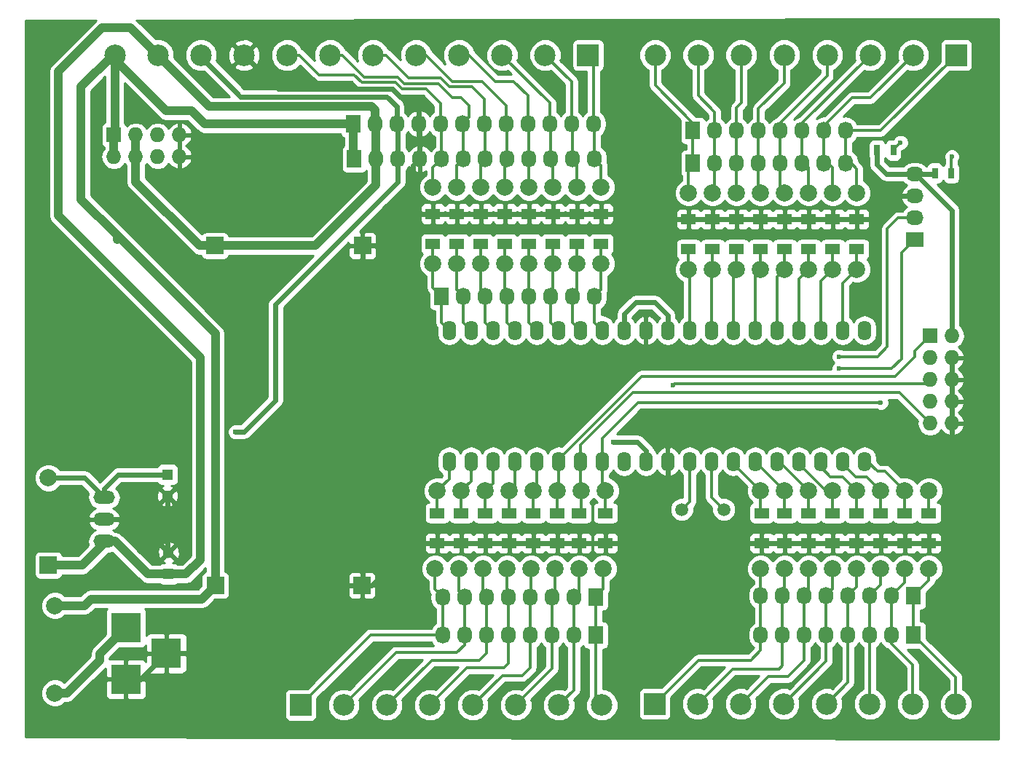
<source format=gbr>
G04 #@! TF.FileFunction,Copper,L2,Bot,Signal*
%FSLAX46Y46*%
G04 Gerber Fmt 4.6, Leading zero omitted, Abs format (unit mm)*
G04 Created by KiCad (PCBNEW 201611211049+7371~55~ubuntu16.10.1-product) date Tue Dec 27 15:06:12 2016*
%MOMM*%
%LPD*%
G01*
G04 APERTURE LIST*
%ADD10C,0.100000*%
%ADD11R,1.300000X1.300000*%
%ADD12C,1.300000*%
%ADD13R,3.500120X3.500120*%
%ADD14R,1.727200X1.727200*%
%ADD15O,1.727200X1.727200*%
%ADD16C,1.998980*%
%ADD17R,1.998980X1.998980*%
%ADD18R,1.699260X1.300480*%
%ADD19O,1.600000X2.300000*%
%ADD20O,2.499360X1.501140*%
%ADD21C,1.501140*%
%ADD22C,2.500000*%
%ADD23R,2.500000X2.500000*%
%ADD24R,1.727200X2.032000*%
%ADD25O,1.727200X2.032000*%
%ADD26R,2.032000X1.727200*%
%ADD27O,2.032000X1.727200*%
%ADD28R,0.700000X1.300000*%
%ADD29C,0.600000*%
%ADD30C,1.000000*%
%ADD31C,0.600000*%
%ADD32C,0.350000*%
%ADD33C,0.254000*%
G04 APERTURE END LIST*
D10*
D11*
X109474000Y-105156000D03*
D12*
X109474000Y-102656000D03*
D11*
X109347000Y-93599000D03*
D12*
X109347000Y-96099000D03*
D13*
X104521000Y-111401860D03*
X104521000Y-117401340D03*
X109220000Y-114401600D03*
D14*
X197993000Y-77470000D03*
D15*
X200533000Y-77470000D03*
X197993000Y-80010000D03*
X200533000Y-80010000D03*
X197993000Y-82550000D03*
X200533000Y-82550000D03*
X197993000Y-85090000D03*
X200533000Y-85090000D03*
X197993000Y-87630000D03*
X200533000Y-87630000D03*
D16*
X95501460Y-93980000D03*
D17*
X95501460Y-104140000D03*
D18*
X140208000Y-66774060D03*
X140208000Y-63273940D03*
X143002000Y-66774060D03*
X143002000Y-63273940D03*
X145796000Y-66774060D03*
X145796000Y-63273940D03*
X148590000Y-63273940D03*
X148590000Y-66774060D03*
X151384000Y-66774060D03*
X151384000Y-63273940D03*
X154178000Y-66774060D03*
X154178000Y-63273940D03*
X156972000Y-63273940D03*
X156972000Y-66774060D03*
X159766000Y-66774060D03*
X159766000Y-63273940D03*
X189484000Y-67409060D03*
X189484000Y-63908940D03*
X186690000Y-67409060D03*
X186690000Y-63908940D03*
X183896000Y-67409060D03*
X183896000Y-63908940D03*
X181102000Y-67409060D03*
X181102000Y-63908940D03*
X178308000Y-67409060D03*
X178308000Y-63908940D03*
X175514000Y-67409060D03*
X175514000Y-63908940D03*
X172720000Y-67409060D03*
X172720000Y-63908940D03*
X169926000Y-67409060D03*
X169926000Y-63908940D03*
X140716000Y-98071940D03*
X140716000Y-101572060D03*
X143510000Y-98071940D03*
X143510000Y-101572060D03*
X146304000Y-98071940D03*
X146304000Y-101572060D03*
X149098000Y-98071940D03*
X149098000Y-101572060D03*
X151892000Y-98071940D03*
X151892000Y-101572060D03*
X154686000Y-98071940D03*
X154686000Y-101572060D03*
X157226000Y-98071940D03*
X157226000Y-101572060D03*
X160274000Y-98071940D03*
X160274000Y-101572060D03*
X178435000Y-98071940D03*
X178435000Y-101572060D03*
X181102000Y-98071940D03*
X181102000Y-101572060D03*
X183896000Y-98071940D03*
X183896000Y-101572060D03*
X186690000Y-98071940D03*
X186690000Y-101572060D03*
X189484000Y-98071940D03*
X189484000Y-101572060D03*
X192278000Y-98071940D03*
X192278000Y-101572060D03*
X195072000Y-98071940D03*
X195072000Y-101572060D03*
X197866000Y-98071940D03*
X197866000Y-101572060D03*
D16*
X96266000Y-118999000D03*
X96266000Y-108839000D03*
D19*
X142113000Y-92075000D03*
X144653000Y-92075000D03*
X147193000Y-92075000D03*
X149733000Y-92075000D03*
X152273000Y-92075000D03*
X154813000Y-92075000D03*
X157353000Y-92075000D03*
X159893000Y-92075000D03*
X162433000Y-92075000D03*
X164973000Y-92075000D03*
X167513000Y-92075000D03*
X170053000Y-92075000D03*
X172593000Y-92075000D03*
X175133000Y-92075000D03*
X177673000Y-92075000D03*
X180213000Y-92075000D03*
X182753000Y-92075000D03*
X185293000Y-92075000D03*
X187833000Y-92075000D03*
X190373000Y-92075000D03*
X190373000Y-76835000D03*
X187833000Y-76835000D03*
X185293000Y-76835000D03*
X182753000Y-76835000D03*
X180213000Y-76835000D03*
X177673000Y-76835000D03*
X175133000Y-76835000D03*
X172593000Y-76835000D03*
X170053000Y-76835000D03*
X167513000Y-76835000D03*
X164973000Y-76835000D03*
X162433000Y-76835000D03*
X159893000Y-76835000D03*
X157353000Y-76835000D03*
X154813000Y-76835000D03*
X152273000Y-76835000D03*
X149733000Y-76835000D03*
X147193000Y-76835000D03*
X144653000Y-76835000D03*
X142113000Y-76835000D03*
D17*
X114919000Y-106489500D03*
X131969000Y-106489500D03*
X114871500Y-66992500D03*
X132016500Y-66992500D03*
D20*
X101981000Y-98806000D03*
X101981000Y-101346000D03*
X101981000Y-96266000D03*
D21*
X169136060Y-97663000D03*
X174017940Y-97663000D03*
D14*
X103124000Y-54102000D03*
D15*
X103124000Y-56642000D03*
X105664000Y-54102000D03*
X105664000Y-56642000D03*
X108204000Y-54102000D03*
X108204000Y-56642000D03*
X110744000Y-54102000D03*
X110744000Y-56642000D03*
D16*
X140208000Y-69088000D03*
X143002000Y-69088000D03*
X140716000Y-95504000D03*
X189484000Y-69723000D03*
X145796000Y-69088000D03*
X143510000Y-95504000D03*
X186690000Y-69723000D03*
X178308000Y-95504000D03*
X148590000Y-69088000D03*
X146304000Y-95504000D03*
X183896000Y-69723000D03*
X181102000Y-95504000D03*
X151384000Y-69088000D03*
X149098000Y-95504000D03*
X181102000Y-69723000D03*
X183896000Y-95504000D03*
X154178000Y-69088000D03*
X151892000Y-95504000D03*
X178308000Y-69723000D03*
X186690000Y-95504000D03*
X156972000Y-69088000D03*
X154686000Y-95504000D03*
X175514000Y-69723000D03*
X189484000Y-95504000D03*
X159766000Y-69088000D03*
X157480000Y-95504000D03*
X172720000Y-69723000D03*
X192278000Y-95504000D03*
X160274000Y-95504000D03*
X169926000Y-69723000D03*
X195072000Y-95504000D03*
X197866000Y-95504000D03*
X140208000Y-60198000D03*
X140462000Y-104521000D03*
X189484000Y-60833000D03*
X178308000Y-104521000D03*
X143002000Y-60198000D03*
X143256000Y-104521000D03*
X186690000Y-60833000D03*
X181102000Y-104521000D03*
X145796000Y-60198000D03*
X146050000Y-104521000D03*
X183896000Y-60833000D03*
X183896000Y-104521000D03*
X148590000Y-60198000D03*
X148844000Y-104521000D03*
X181102000Y-60833000D03*
X186690000Y-104521000D03*
X151384000Y-60198000D03*
X151638000Y-104521000D03*
X178308000Y-60833000D03*
X189484000Y-104521000D03*
X154178000Y-60198000D03*
X154432000Y-104521000D03*
X175514000Y-60833000D03*
X192278000Y-104521000D03*
X156972000Y-60198000D03*
X157226000Y-104521000D03*
X172720000Y-60833000D03*
X195072000Y-104521000D03*
X159766000Y-60198000D03*
X160020000Y-104521000D03*
X169926000Y-60833000D03*
X197866000Y-104521000D03*
D22*
X196041000Y-44831000D03*
D23*
X201041000Y-44831000D03*
D22*
X191041000Y-44831000D03*
X186041000Y-44831000D03*
X181041000Y-44831000D03*
X176041000Y-44831000D03*
X171041000Y-44831000D03*
X166041000Y-44831000D03*
X200989000Y-120269000D03*
X195989000Y-120269000D03*
X190989000Y-120269000D03*
X185989000Y-120269000D03*
X180989000Y-120269000D03*
X175989000Y-120269000D03*
D23*
X165989000Y-120269000D03*
D22*
X170989000Y-120269000D03*
X103242000Y-44831000D03*
X108242000Y-44831000D03*
X113242000Y-44831000D03*
X118242000Y-44831000D03*
X123242000Y-44831000D03*
X128242000Y-44831000D03*
X133242000Y-44831000D03*
X138242000Y-44831000D03*
X143242000Y-44831000D03*
X148242000Y-44831000D03*
D23*
X158242000Y-44831000D03*
D22*
X153242000Y-44831000D03*
X159841000Y-120396000D03*
X154841000Y-120396000D03*
X149841000Y-120396000D03*
X144841000Y-120396000D03*
X139841000Y-120396000D03*
X134841000Y-120396000D03*
D23*
X124841000Y-120396000D03*
D22*
X129841000Y-120396000D03*
D24*
X159131000Y-107823000D03*
D25*
X156591000Y-107823000D03*
X154051000Y-107823000D03*
X151511000Y-107823000D03*
X148971000Y-107823000D03*
X146431000Y-107823000D03*
X143891000Y-107823000D03*
X141351000Y-107823000D03*
D24*
X131064000Y-56896000D03*
D25*
X133604000Y-56896000D03*
X136144000Y-56896000D03*
X138684000Y-56896000D03*
X141224000Y-56896000D03*
X143764000Y-56896000D03*
X146304000Y-56896000D03*
X148844000Y-56896000D03*
X151384000Y-56896000D03*
X153924000Y-56896000D03*
X156464000Y-56896000D03*
X159004000Y-56896000D03*
X188214000Y-57404000D03*
X185674000Y-57404000D03*
X183134000Y-57404000D03*
X180594000Y-57404000D03*
X178054000Y-57404000D03*
X175514000Y-57404000D03*
X172974000Y-57404000D03*
D24*
X170434000Y-57404000D03*
X196088000Y-107696000D03*
D25*
X193548000Y-107696000D03*
X191008000Y-107696000D03*
X188468000Y-107696000D03*
X185928000Y-107696000D03*
X183388000Y-107696000D03*
X180848000Y-107696000D03*
X178308000Y-107696000D03*
D24*
X130937000Y-52832000D03*
D25*
X133477000Y-52832000D03*
X136017000Y-52832000D03*
X138557000Y-52832000D03*
X141097000Y-52832000D03*
X143637000Y-52832000D03*
X146177000Y-52832000D03*
X148717000Y-52832000D03*
X151257000Y-52832000D03*
X153797000Y-52832000D03*
X156337000Y-52832000D03*
X158877000Y-52832000D03*
D24*
X159131000Y-112268000D03*
D25*
X156591000Y-112268000D03*
X154051000Y-112268000D03*
X151511000Y-112268000D03*
X148971000Y-112268000D03*
X146431000Y-112268000D03*
X143891000Y-112268000D03*
X141351000Y-112268000D03*
X188214000Y-53594000D03*
X185674000Y-53594000D03*
X183134000Y-53594000D03*
X180594000Y-53594000D03*
X178054000Y-53594000D03*
X175514000Y-53594000D03*
X172974000Y-53594000D03*
D24*
X170434000Y-53594000D03*
X196088000Y-112268000D03*
D25*
X193548000Y-112268000D03*
X191008000Y-112268000D03*
X188468000Y-112268000D03*
X185928000Y-112268000D03*
X183388000Y-112268000D03*
X180848000Y-112268000D03*
X178308000Y-112268000D03*
D24*
X141224000Y-72898000D03*
D25*
X143764000Y-72898000D03*
X146304000Y-72898000D03*
X148844000Y-72898000D03*
X151384000Y-72898000D03*
X153924000Y-72898000D03*
X156464000Y-72898000D03*
X159004000Y-72898000D03*
D26*
X196215000Y-66294000D03*
D27*
X196215000Y-63754000D03*
X196215000Y-61214000D03*
X196215000Y-58674000D03*
D28*
X191836000Y-55880000D03*
X193736000Y-55880000D03*
X198567000Y-58547000D03*
X200467000Y-58547000D03*
D29*
X117221000Y-88646000D03*
X161163000Y-89789000D03*
X168148000Y-83185000D03*
X192278000Y-85217000D03*
X187452000Y-79883000D03*
X187452000Y-81280000D03*
X194564000Y-54991000D03*
X200533000Y-56642000D03*
D30*
X109474000Y-105156000D02*
X111506000Y-105156000D01*
X111506000Y-105156000D02*
X113157000Y-103505000D01*
X113157000Y-103505000D02*
X113157000Y-80010000D01*
X113157000Y-80010000D02*
X96647000Y-63500000D01*
X96647000Y-63500000D02*
X96647000Y-46736000D01*
X96647000Y-46736000D02*
X101727000Y-41656000D01*
X101727000Y-41656000D02*
X105067000Y-41656000D01*
X105067000Y-41656000D02*
X108242000Y-44831000D01*
X101981000Y-101346000D02*
X103251000Y-101346000D01*
X107061000Y-105156000D02*
X109474000Y-105156000D01*
X103251000Y-101346000D02*
X107061000Y-105156000D01*
X95501460Y-104140000D02*
X99441000Y-104140000D01*
X99441000Y-104140000D02*
X101981000Y-101600000D01*
X101981000Y-101600000D02*
X101981000Y-101346000D01*
X105664000Y-56642000D02*
X105664000Y-54102000D01*
X114871500Y-66992500D02*
X113093500Y-66992500D01*
X105664000Y-59563000D02*
X105664000Y-56642000D01*
X113093500Y-66992500D02*
X105664000Y-59563000D01*
X133604000Y-56896000D02*
X133604000Y-52959000D01*
X133604000Y-52959000D02*
X133477000Y-52832000D01*
X114871500Y-66992500D02*
X126555500Y-66992500D01*
X133604000Y-59944000D02*
X133604000Y-56896000D01*
X126555500Y-66992500D02*
X133604000Y-59944000D01*
X133477000Y-52832000D02*
X133477000Y-51215002D01*
X114211000Y-50800000D02*
X108242000Y-44831000D01*
X133061998Y-50800000D02*
X114211000Y-50800000D01*
X133477000Y-51215002D02*
X133061998Y-50800000D01*
D31*
X108242000Y-44831000D02*
X108242000Y-44488000D01*
X133604000Y-52959000D02*
X133477000Y-52832000D01*
X197866000Y-101572060D02*
X199417940Y-101572060D01*
X200533000Y-100457000D02*
X200533000Y-87630000D01*
X199417940Y-101572060D02*
X200533000Y-100457000D01*
X104521000Y-117401340D02*
X106220260Y-117401340D01*
X106220260Y-117401340D02*
X109220000Y-114401600D01*
X132016500Y-66992500D02*
X134429500Y-66992500D01*
X134429500Y-66992500D02*
X137922000Y-63500000D01*
X137922000Y-57658000D02*
X138684000Y-56896000D01*
X137922000Y-63500000D02*
X137922000Y-57658000D01*
X138148060Y-63273940D02*
X140208000Y-63273940D01*
X134429500Y-66992500D02*
X138148060Y-63273940D01*
X109347000Y-96099000D02*
X109347000Y-102529000D01*
X109347000Y-102529000D02*
X109474000Y-102656000D01*
X200533000Y-85090000D02*
X200533000Y-87630000D01*
X200533000Y-82550000D02*
X200533000Y-85090000D01*
X200533000Y-80010000D02*
X200533000Y-82550000D01*
X160274000Y-101572060D02*
X162714940Y-101572060D01*
X162714940Y-101572060D02*
X167513000Y-96774000D01*
X167513000Y-96774000D02*
X167513000Y-92075000D01*
X178435000Y-101572060D02*
X160274000Y-101572060D01*
X131969000Y-106489500D02*
X133032500Y-106489500D01*
X137949940Y-101572060D02*
X140716000Y-101572060D01*
X133032500Y-106489500D02*
X137949940Y-101572060D01*
X109220000Y-114401600D02*
X118262400Y-114401600D01*
X126174500Y-106489500D02*
X131969000Y-106489500D01*
X118262400Y-114401600D02*
X126174500Y-106489500D01*
X143510000Y-101572060D02*
X146304000Y-101572060D01*
X143510000Y-101572060D02*
X140716000Y-101572060D01*
X149098000Y-101572060D02*
X145696940Y-101572060D01*
X145696940Y-101572060D02*
X146304000Y-101572060D01*
X151892000Y-101572060D02*
X149098000Y-101572060D01*
X154686000Y-101572060D02*
X151892000Y-101572060D01*
X157226000Y-101572060D02*
X154686000Y-101572060D01*
X160274000Y-101572060D02*
X157226000Y-101572060D01*
X195072000Y-101572060D02*
X197866000Y-101572060D01*
X192278000Y-101572060D02*
X195072000Y-101572060D01*
X189484000Y-101572060D02*
X192278000Y-101572060D01*
X186690000Y-101572060D02*
X189484000Y-101572060D01*
X183896000Y-101572060D02*
X186690000Y-101572060D01*
X181102000Y-101572060D02*
X183896000Y-101572060D01*
X178435000Y-101572060D02*
X181102000Y-101572060D01*
X132016500Y-66992500D02*
X132016500Y-106442000D01*
X132016500Y-106442000D02*
X131969000Y-106489500D01*
X138557000Y-52832000D02*
X138557000Y-50474004D01*
X122179000Y-48768000D02*
X118242000Y-44831000D01*
X135509000Y-48768000D02*
X122179000Y-48768000D01*
X136398000Y-49657000D02*
X135509000Y-48768000D01*
X137739996Y-49657000D02*
X136398000Y-49657000D01*
X138557000Y-50474004D02*
X137739996Y-49657000D01*
X138684000Y-56896000D02*
X138684000Y-52959000D01*
X138684000Y-52959000D02*
X138557000Y-52832000D01*
X143002000Y-63273940D02*
X140208000Y-63273940D01*
X105624000Y-98806000D02*
X109474000Y-102656000D01*
X101981000Y-98806000D02*
X105624000Y-98806000D01*
X189484000Y-63908940D02*
X190980060Y-63908940D01*
X193675000Y-61214000D02*
X196215000Y-61214000D01*
X190980060Y-63908940D02*
X193675000Y-61214000D01*
X159766000Y-63273940D02*
X167413940Y-63273940D01*
X168048940Y-63908940D02*
X169926000Y-63908940D01*
X167413940Y-63273940D02*
X168048940Y-63908940D01*
X172720000Y-63908940D02*
X169926000Y-63908940D01*
X175514000Y-63908940D02*
X172720000Y-63908940D01*
X181102000Y-63908940D02*
X178308000Y-63908940D01*
X178308000Y-63908940D02*
X175514000Y-63908940D01*
X183896000Y-63908940D02*
X181102000Y-63908940D01*
X186690000Y-63908940D02*
X183896000Y-63908940D01*
X189484000Y-63908940D02*
X186690000Y-63908940D01*
X145796000Y-63273940D02*
X143002000Y-63273940D01*
X148590000Y-63273940D02*
X145796000Y-63273940D01*
X151384000Y-63273940D02*
X148590000Y-63273940D01*
X154178000Y-63273940D02*
X151384000Y-63273940D01*
X156972000Y-63273940D02*
X154178000Y-63273940D01*
X159766000Y-63273940D02*
X156972000Y-63273940D01*
X196215000Y-58674000D02*
X196342000Y-58674000D01*
X196342000Y-58674000D02*
X200533000Y-62865000D01*
X200533000Y-62865000D02*
X200533000Y-77470000D01*
X196215000Y-58674000D02*
X198440000Y-58674000D01*
X196215000Y-58674000D02*
X192913000Y-58674000D01*
X191836000Y-57597000D02*
X191836000Y-55880000D01*
X192913000Y-58674000D02*
X191836000Y-57597000D01*
X198440000Y-58674000D02*
X198567000Y-58547000D01*
X136144000Y-56896000D02*
X136144000Y-59563000D01*
X118237000Y-88646000D02*
X117221000Y-88646000D01*
X121920000Y-84963000D02*
X118237000Y-88646000D01*
X121920000Y-73787000D02*
X121920000Y-84963000D01*
X136144000Y-59563000D02*
X121920000Y-73787000D01*
X95501460Y-93980000D02*
X99695000Y-93980000D01*
X99695000Y-93980000D02*
X101981000Y-96266000D01*
X101981000Y-96266000D02*
X101981000Y-95250000D01*
X101981000Y-95250000D02*
X103632000Y-93599000D01*
X103632000Y-93599000D02*
X109347000Y-93599000D01*
X164973000Y-92075000D02*
X164973000Y-90805000D01*
X164973000Y-90805000D02*
X163957000Y-89789000D01*
X163957000Y-89789000D02*
X161163000Y-89789000D01*
X162433000Y-76835000D02*
X162433000Y-74930000D01*
X162433000Y-74930000D02*
X163830000Y-73533000D01*
X163830000Y-73533000D02*
X165989000Y-73533000D01*
X165989000Y-73533000D02*
X167513000Y-75057000D01*
X167513000Y-75057000D02*
X167513000Y-76835000D01*
X136017000Y-52832000D02*
X136017000Y-50800000D01*
X117856000Y-49657000D02*
X113242000Y-45043000D01*
X134874000Y-49657000D02*
X117856000Y-49657000D01*
X136017000Y-50800000D02*
X134874000Y-49657000D01*
X113242000Y-45043000D02*
X113242000Y-44831000D01*
X136144000Y-56896000D02*
X136144000Y-52959000D01*
X136144000Y-52959000D02*
X136017000Y-52832000D01*
D32*
X170053000Y-96746060D02*
X169136060Y-97663000D01*
X170053000Y-92075000D02*
X170053000Y-96746060D01*
X172593000Y-92075000D02*
X172593000Y-96238060D01*
X172593000Y-96238060D02*
X174017940Y-97663000D01*
D30*
X96266000Y-118999000D02*
X97663000Y-118999000D01*
X101473000Y-114449860D02*
X104521000Y-111401860D01*
X101473000Y-115189000D02*
X101473000Y-114449860D01*
X97663000Y-118999000D02*
X101473000Y-115189000D01*
D32*
X96266000Y-118999000D02*
X96923860Y-118999000D01*
X154813000Y-92075000D02*
X154813000Y-91821000D01*
X154813000Y-91821000D02*
X164465000Y-82169000D01*
X196215000Y-79248000D02*
X197993000Y-77470000D01*
X196215000Y-79883000D02*
X196215000Y-79248000D01*
X193929000Y-82169000D02*
X196215000Y-79883000D01*
X164465000Y-82169000D02*
X193929000Y-82169000D01*
X154686000Y-95504000D02*
X154686000Y-98071940D01*
X154813000Y-92075000D02*
X154813000Y-95377000D01*
X154813000Y-95377000D02*
X154686000Y-95504000D01*
X168275000Y-83058000D02*
X197485000Y-83058000D01*
X168148000Y-83185000D02*
X168275000Y-83058000D01*
X197485000Y-83058000D02*
X197993000Y-82550000D01*
X159893000Y-92075000D02*
X159893000Y-89408000D01*
X164084000Y-85217000D02*
X192278000Y-85217000D01*
X159893000Y-89408000D02*
X164084000Y-85217000D01*
X160274000Y-95504000D02*
X160274000Y-98071940D01*
X159893000Y-92075000D02*
X159893000Y-95123000D01*
X159893000Y-95123000D02*
X160274000Y-95504000D01*
X157353000Y-92075000D02*
X157353000Y-90170000D01*
X194437000Y-84074000D02*
X197993000Y-87630000D01*
X163449000Y-84074000D02*
X194437000Y-84074000D01*
X157353000Y-90170000D02*
X163449000Y-84074000D01*
X157353000Y-92075000D02*
X157353000Y-91186000D01*
X157480000Y-95504000D02*
X157480000Y-97817940D01*
X157480000Y-97817940D02*
X157226000Y-98071940D01*
X157353000Y-92075000D02*
X157353000Y-95377000D01*
X157353000Y-95377000D02*
X157480000Y-95504000D01*
X140208000Y-69088000D02*
X140208000Y-71882000D01*
X140208000Y-71882000D02*
X141224000Y-72898000D01*
X141224000Y-72898000D02*
X141224000Y-75946000D01*
X141224000Y-75946000D02*
X142113000Y-76835000D01*
X140208000Y-69088000D02*
X140208000Y-66774060D01*
X143002000Y-69088000D02*
X143002000Y-72136000D01*
X143002000Y-72136000D02*
X143764000Y-72898000D01*
X143764000Y-72898000D02*
X143764000Y-75946000D01*
X143764000Y-75946000D02*
X144653000Y-76835000D01*
X143002000Y-69088000D02*
X143002000Y-66774060D01*
X145796000Y-69088000D02*
X145796000Y-72390000D01*
X145796000Y-72390000D02*
X146304000Y-72898000D01*
X146304000Y-72898000D02*
X146304000Y-75946000D01*
X146304000Y-75946000D02*
X147193000Y-76835000D01*
X145796000Y-69088000D02*
X145796000Y-66774060D01*
X149098000Y-69596000D02*
X148590000Y-69088000D01*
X148590000Y-69088000D02*
X148590000Y-72644000D01*
X148590000Y-72644000D02*
X148844000Y-72898000D01*
X148844000Y-72898000D02*
X148844000Y-75946000D01*
X148844000Y-75946000D02*
X149733000Y-76835000D01*
X148590000Y-69088000D02*
X148590000Y-66774060D01*
X151384000Y-69088000D02*
X151384000Y-72898000D01*
X151384000Y-72898000D02*
X151384000Y-75946000D01*
X151384000Y-75946000D02*
X152273000Y-76835000D01*
X151384000Y-69088000D02*
X151384000Y-66774060D01*
X151638000Y-69342000D02*
X151384000Y-69088000D01*
X154178000Y-69088000D02*
X154178000Y-72644000D01*
X154178000Y-72644000D02*
X153924000Y-72898000D01*
X153924000Y-72898000D02*
X153924000Y-75946000D01*
X153924000Y-75946000D02*
X154813000Y-76835000D01*
X154178000Y-69088000D02*
X154178000Y-66774060D01*
X156972000Y-69088000D02*
X156972000Y-72390000D01*
X156972000Y-72390000D02*
X156464000Y-72898000D01*
X156464000Y-72898000D02*
X156464000Y-75946000D01*
X156464000Y-75946000D02*
X157353000Y-76835000D01*
X156972000Y-69088000D02*
X156972000Y-66774060D01*
X156718000Y-69342000D02*
X156972000Y-69088000D01*
X159766000Y-69088000D02*
X159766000Y-72136000D01*
X159766000Y-72136000D02*
X159004000Y-72898000D01*
X159004000Y-72898000D02*
X159004000Y-75946000D01*
X159004000Y-75946000D02*
X159893000Y-76835000D01*
X159766000Y-69088000D02*
X159766000Y-66774060D01*
X159258000Y-69596000D02*
X159766000Y-69088000D01*
X189484000Y-69723000D02*
X189484000Y-67409060D01*
X187833000Y-76835000D02*
X187833000Y-71374000D01*
X187833000Y-71374000D02*
X189484000Y-69723000D01*
X186690000Y-69723000D02*
X186690000Y-67409060D01*
X185293000Y-76835000D02*
X185293000Y-71120000D01*
X185293000Y-71120000D02*
X186690000Y-69723000D01*
X183896000Y-69723000D02*
X183896000Y-67409060D01*
X182753000Y-76835000D02*
X182753000Y-70866000D01*
X182753000Y-70866000D02*
X183896000Y-69723000D01*
X181102000Y-69723000D02*
X181102000Y-67409060D01*
X180213000Y-76835000D02*
X180213000Y-70612000D01*
X180213000Y-70612000D02*
X181102000Y-69723000D01*
X178308000Y-69723000D02*
X178308000Y-67409060D01*
X177673000Y-76835000D02*
X177673000Y-70358000D01*
X177673000Y-70358000D02*
X178308000Y-69723000D01*
X175514000Y-69723000D02*
X175514000Y-67409060D01*
X175133000Y-76835000D02*
X175133000Y-70104000D01*
X175133000Y-70104000D02*
X175514000Y-69723000D01*
X172720000Y-69723000D02*
X172720000Y-67409060D01*
X172593000Y-76835000D02*
X172593000Y-69850000D01*
X172593000Y-69850000D02*
X172720000Y-69723000D01*
X169926000Y-69723000D02*
X169926000Y-67409060D01*
X170053000Y-76835000D02*
X170053000Y-69850000D01*
X170053000Y-69850000D02*
X169926000Y-69723000D01*
X140716000Y-95504000D02*
X140716000Y-98071940D01*
X142113000Y-92075000D02*
X142113000Y-94107000D01*
X142113000Y-94107000D02*
X140716000Y-95504000D01*
X143510000Y-95504000D02*
X143510000Y-98071940D01*
X144653000Y-92075000D02*
X144653000Y-94361000D01*
X144653000Y-94361000D02*
X143510000Y-95504000D01*
X146304000Y-95504000D02*
X146304000Y-98071940D01*
X147193000Y-92075000D02*
X147193000Y-94615000D01*
X147193000Y-94615000D02*
X146304000Y-95504000D01*
X149098000Y-95504000D02*
X149098000Y-98071940D01*
X149733000Y-92075000D02*
X149733000Y-94869000D01*
X149733000Y-94869000D02*
X149098000Y-95504000D01*
X151892000Y-95504000D02*
X151892000Y-98071940D01*
X152273000Y-92075000D02*
X152273000Y-95123000D01*
X152273000Y-95123000D02*
X151892000Y-95504000D01*
X194310000Y-63754000D02*
X196215000Y-63754000D01*
X193040000Y-65024000D02*
X194310000Y-63754000D01*
X193040000Y-78740000D02*
X193040000Y-65024000D01*
X191897000Y-79883000D02*
X193040000Y-78740000D01*
X187452000Y-79883000D02*
X191897000Y-79883000D01*
X178308000Y-95504000D02*
X178308000Y-97944940D01*
X178308000Y-97944940D02*
X178435000Y-98071940D01*
X175133000Y-92075000D02*
X175133000Y-92329000D01*
X175133000Y-92329000D02*
X178308000Y-95504000D01*
X194691000Y-67818000D02*
X196215000Y-66294000D01*
X194691000Y-80137000D02*
X194691000Y-67818000D01*
X193548000Y-81280000D02*
X194691000Y-80137000D01*
X187452000Y-81280000D02*
X193548000Y-81280000D01*
X181102000Y-95504000D02*
X181102000Y-98071940D01*
X177673000Y-92075000D02*
X181102000Y-95504000D01*
X183896000Y-95504000D02*
X183896000Y-98071940D01*
X180213000Y-92075000D02*
X180467000Y-92075000D01*
X180467000Y-92075000D02*
X183896000Y-95504000D01*
X186690000Y-95504000D02*
X186690000Y-98071940D01*
X182753000Y-92075000D02*
X182753000Y-92329000D01*
X182753000Y-92329000D02*
X185928000Y-95504000D01*
X185928000Y-95504000D02*
X186690000Y-95504000D01*
X189484000Y-95504000D02*
X189484000Y-98071940D01*
X185293000Y-92075000D02*
X185293000Y-92710000D01*
X185293000Y-92710000D02*
X186436000Y-93853000D01*
X186436000Y-93853000D02*
X187833000Y-93853000D01*
X187833000Y-93853000D02*
X189484000Y-95504000D01*
X192278000Y-95504000D02*
X192278000Y-98071940D01*
X187833000Y-92075000D02*
X187833000Y-92329000D01*
X187833000Y-92329000D02*
X189357000Y-93853000D01*
X189357000Y-93853000D02*
X190627000Y-93853000D01*
X190627000Y-93853000D02*
X192278000Y-95504000D01*
X195072000Y-95504000D02*
X195072000Y-98071940D01*
X190373000Y-92075000D02*
X190754000Y-92075000D01*
X190754000Y-92075000D02*
X191897000Y-93218000D01*
X191897000Y-93218000D02*
X192786000Y-93218000D01*
X192786000Y-93218000D02*
X195072000Y-95504000D01*
X197866000Y-95504000D02*
X197866000Y-98071940D01*
D30*
X99314000Y-61595000D02*
X99314000Y-48514000D01*
X103505000Y-65786000D02*
X99314000Y-61595000D01*
X114919000Y-77200000D02*
X103505000Y-65786000D01*
X114919000Y-106489500D02*
X114919000Y-77200000D01*
X99314000Y-48514000D02*
X102997000Y-44831000D01*
X130937000Y-52832000D02*
X130937000Y-56769000D01*
X130937000Y-56769000D02*
X131064000Y-56896000D01*
X113665000Y-52832000D02*
X130937000Y-52832000D01*
X112141000Y-51308000D02*
X113665000Y-52832000D01*
X109220000Y-51308000D02*
X112141000Y-51308000D01*
X103242000Y-45330000D02*
X109220000Y-51308000D01*
X103242000Y-44831000D02*
X103242000Y-45330000D01*
X103124000Y-54102000D02*
X103124000Y-56642000D01*
X103505000Y-65786000D02*
X103505000Y-66294000D01*
X103505000Y-66294000D02*
X103505000Y-65786000D01*
X103242000Y-44831000D02*
X103242000Y-53984000D01*
X103242000Y-53984000D02*
X103124000Y-54102000D01*
X102997000Y-44831000D02*
X103242000Y-44831000D01*
X96266000Y-108839000D02*
X99695000Y-108839000D01*
X113331500Y-108077000D02*
X114919000Y-106489500D01*
X100457000Y-108077000D02*
X113331500Y-108077000D01*
X99695000Y-108839000D02*
X100457000Y-108077000D01*
D31*
X103242000Y-53984000D02*
X103124000Y-54102000D01*
X103242000Y-53984000D02*
X103124000Y-54102000D01*
X131064000Y-52959000D02*
X130937000Y-52832000D01*
D32*
X172974000Y-53594000D02*
X172974000Y-51435000D01*
X171041000Y-49502000D02*
X171041000Y-44831000D01*
X172974000Y-51435000D02*
X171041000Y-49502000D01*
X172974000Y-57404000D02*
X172974000Y-53594000D01*
X172974000Y-57404000D02*
X172974000Y-60579000D01*
X172974000Y-60579000D02*
X172720000Y-60833000D01*
X170434000Y-53594000D02*
X170434000Y-52705000D01*
X170434000Y-52705000D02*
X166041000Y-48312000D01*
X166041000Y-48312000D02*
X166041000Y-44831000D01*
X170434000Y-57404000D02*
X170434000Y-53594000D01*
X169926000Y-60833000D02*
X169926000Y-57912000D01*
X169926000Y-57912000D02*
X170434000Y-57404000D01*
X175514000Y-53594000D02*
X175514000Y-50927000D01*
X176041000Y-50400000D02*
X176041000Y-44831000D01*
X175514000Y-50927000D02*
X176041000Y-50400000D01*
X175514000Y-57404000D02*
X175514000Y-53594000D01*
X175514000Y-57404000D02*
X175514000Y-60833000D01*
X178054000Y-53594000D02*
X178054000Y-51054000D01*
X181041000Y-48067000D02*
X181041000Y-44831000D01*
X178054000Y-51054000D02*
X181041000Y-48067000D01*
X178054000Y-57404000D02*
X178054000Y-53594000D01*
X178054000Y-57404000D02*
X178054000Y-60579000D01*
X178054000Y-60579000D02*
X178308000Y-60833000D01*
X180594000Y-53594000D02*
X180594000Y-52705000D01*
X180594000Y-52705000D02*
X186041000Y-47258000D01*
X186041000Y-47258000D02*
X186041000Y-44831000D01*
X180594000Y-57404000D02*
X180594000Y-53594000D01*
X180594000Y-57404000D02*
X180594000Y-60325000D01*
X180594000Y-60325000D02*
X181102000Y-60833000D01*
X183134000Y-53594000D02*
X183134000Y-52738000D01*
X183134000Y-52738000D02*
X191041000Y-44831000D01*
X183134000Y-57404000D02*
X183134000Y-53594000D01*
X183134000Y-57404000D02*
X183388000Y-57404000D01*
X183388000Y-57404000D02*
X183896000Y-57912000D01*
X183896000Y-57912000D02*
X183896000Y-60833000D01*
X185674000Y-53594000D02*
X185674000Y-53086000D01*
X185674000Y-53086000D02*
X188976000Y-49784000D01*
X191088000Y-49784000D02*
X196041000Y-44831000D01*
X188976000Y-49784000D02*
X191088000Y-49784000D01*
X185674000Y-57404000D02*
X185674000Y-53594000D01*
X185674000Y-57404000D02*
X186182000Y-57404000D01*
X186182000Y-57404000D02*
X186690000Y-57912000D01*
X186690000Y-57912000D02*
X186690000Y-60833000D01*
X188214000Y-53594000D02*
X192278000Y-53594000D01*
X192278000Y-53594000D02*
X201041000Y-44831000D01*
X188214000Y-57404000D02*
X188849000Y-57404000D01*
X188849000Y-57404000D02*
X189484000Y-58039000D01*
X189484000Y-58039000D02*
X189484000Y-60833000D01*
X188214000Y-53594000D02*
X188214000Y-57404000D01*
X178308000Y-112268000D02*
X178308000Y-114046000D01*
X171069000Y-115189000D02*
X165989000Y-120269000D01*
X177165000Y-115189000D02*
X171069000Y-115189000D01*
X178308000Y-114046000D02*
X177165000Y-115189000D01*
X178308000Y-107696000D02*
X178308000Y-112268000D01*
X178308000Y-104521000D02*
X178308000Y-107696000D01*
X180848000Y-112268000D02*
X180848000Y-115824000D01*
X175053000Y-116205000D02*
X170989000Y-120269000D01*
X180467000Y-116205000D02*
X175053000Y-116205000D01*
X180848000Y-115824000D02*
X180467000Y-116205000D01*
X180848000Y-107696000D02*
X180848000Y-112268000D01*
X181102000Y-104521000D02*
X181102000Y-107442000D01*
X181102000Y-107442000D02*
X180848000Y-107696000D01*
X183388000Y-112268000D02*
X183388000Y-115189000D01*
X179164000Y-117094000D02*
X175989000Y-120269000D01*
X181483000Y-117094000D02*
X179164000Y-117094000D01*
X183388000Y-115189000D02*
X181483000Y-117094000D01*
X183388000Y-107696000D02*
X183388000Y-112268000D01*
X183896000Y-104521000D02*
X183896000Y-107188000D01*
X183896000Y-107188000D02*
X183388000Y-107696000D01*
X185928000Y-112268000D02*
X185928000Y-115330000D01*
X185928000Y-115330000D02*
X180989000Y-120269000D01*
X185928000Y-107696000D02*
X185928000Y-112268000D01*
X186690000Y-104521000D02*
X186690000Y-106934000D01*
X186690000Y-106934000D02*
X185928000Y-107696000D01*
X188468000Y-112268000D02*
X188468000Y-117790000D01*
X188468000Y-117790000D02*
X185989000Y-120269000D01*
X188468000Y-107696000D02*
X188468000Y-112268000D01*
X189484000Y-104521000D02*
X189484000Y-106680000D01*
X189484000Y-106680000D02*
X188468000Y-107696000D01*
X191008000Y-112268000D02*
X191008000Y-120250000D01*
X191008000Y-120250000D02*
X190989000Y-120269000D01*
X191008000Y-107696000D02*
X191008000Y-112268000D01*
X192278000Y-104521000D02*
X192278000Y-106426000D01*
X192278000Y-106426000D02*
X191008000Y-107696000D01*
X200989000Y-120269000D02*
X200989000Y-117169000D01*
X200989000Y-117169000D02*
X196088000Y-112268000D01*
X196088000Y-107696000D02*
X196088000Y-112268000D01*
X197866000Y-104521000D02*
X197866000Y-105918000D01*
X197866000Y-105918000D02*
X196088000Y-107696000D01*
X193548000Y-112268000D02*
X193548000Y-113284000D01*
X193548000Y-113284000D02*
X195989000Y-115725000D01*
X195989000Y-115725000D02*
X195989000Y-120269000D01*
X193548000Y-107696000D02*
X193548000Y-112268000D01*
X195072000Y-104521000D02*
X195072000Y-106172000D01*
X195072000Y-106172000D02*
X193548000Y-107696000D01*
X132969000Y-112268000D02*
X124841000Y-120396000D01*
X141351000Y-112268000D02*
X132969000Y-112268000D01*
X141351000Y-107823000D02*
X141351000Y-112268000D01*
X140462000Y-104521000D02*
X140462000Y-106934000D01*
X140462000Y-106934000D02*
X141351000Y-107823000D01*
X135937000Y-114300000D02*
X129841000Y-120396000D01*
X143002000Y-114300000D02*
X135937000Y-114300000D01*
X143891000Y-112268000D02*
X143891000Y-113411000D01*
X143891000Y-113411000D02*
X143002000Y-114300000D01*
X143891000Y-107823000D02*
X143891000Y-112268000D01*
X143256000Y-104521000D02*
X143256000Y-107188000D01*
X143256000Y-107188000D02*
X143891000Y-107823000D01*
X140048000Y-115189000D02*
X134841000Y-120396000D01*
X145576998Y-115189000D02*
X140048000Y-115189000D01*
X146431000Y-112268000D02*
X146431000Y-114334998D01*
X146431000Y-114334998D02*
X145576998Y-115189000D01*
X146431000Y-107823000D02*
X146431000Y-112268000D01*
X146050000Y-104521000D02*
X146050000Y-107442000D01*
X146050000Y-107442000D02*
X146431000Y-107823000D01*
X144159000Y-116078000D02*
X139841000Y-120396000D01*
X148463000Y-116078000D02*
X144159000Y-116078000D01*
X148971000Y-112268000D02*
X148971000Y-115570000D01*
X148971000Y-115570000D02*
X148463000Y-116078000D01*
X148971000Y-107823000D02*
X148971000Y-112268000D01*
X148844000Y-104521000D02*
X148844000Y-107696000D01*
X148844000Y-107696000D02*
X148971000Y-107823000D01*
X148270000Y-116967000D02*
X144841000Y-120396000D01*
X150622000Y-116967000D02*
X148270000Y-116967000D01*
X151511000Y-112268000D02*
X151511000Y-116078000D01*
X151511000Y-116078000D02*
X150622000Y-116967000D01*
X151511000Y-107823000D02*
X151511000Y-112268000D01*
X151638000Y-104521000D02*
X151638000Y-107696000D01*
X151638000Y-107696000D02*
X151511000Y-107823000D01*
X154051000Y-116186000D02*
X149841000Y-120396000D01*
X154051000Y-112268000D02*
X154051000Y-116186000D01*
X154051000Y-107823000D02*
X154051000Y-112268000D01*
X154432000Y-104521000D02*
X154432000Y-107442000D01*
X154432000Y-107442000D02*
X154051000Y-107823000D01*
X159131000Y-112268000D02*
X159131000Y-119686000D01*
X159131000Y-119686000D02*
X159841000Y-120396000D01*
X159131000Y-107823000D02*
X159131000Y-112268000D01*
X160020000Y-104521000D02*
X160020000Y-106934000D01*
X160020000Y-106934000D02*
X159131000Y-107823000D01*
X156591000Y-112268000D02*
X156591000Y-118646000D01*
X156591000Y-118646000D02*
X154841000Y-120396000D01*
X156591000Y-107823000D02*
X156591000Y-112268000D01*
X157226000Y-104521000D02*
X157226000Y-107188000D01*
X157226000Y-107188000D02*
X156591000Y-107823000D01*
X123242000Y-44831000D02*
X124714000Y-44831000D01*
X141097000Y-50419000D02*
X141097000Y-52832000D01*
X139411002Y-48733002D02*
X141097000Y-50419000D01*
X136617002Y-48733002D02*
X139411002Y-48733002D01*
X135890000Y-48006000D02*
X136617002Y-48733002D01*
X131953000Y-48006000D02*
X135890000Y-48006000D01*
X131064000Y-47117000D02*
X131953000Y-48006000D01*
X127000000Y-47117000D02*
X131064000Y-47117000D01*
X124714000Y-44831000D02*
X127000000Y-47117000D01*
X141224000Y-56896000D02*
X141224000Y-52959000D01*
X141224000Y-52959000D02*
X141097000Y-52832000D01*
X140208000Y-60198000D02*
X140208000Y-57912000D01*
X140208000Y-57912000D02*
X141224000Y-56896000D01*
X128242000Y-44831000D02*
X129667000Y-44831000D01*
X144399000Y-52070000D02*
X143637000Y-52832000D01*
X144399000Y-50673000D02*
X144399000Y-52070000D01*
X143510000Y-49784000D02*
X144399000Y-50673000D01*
X142494000Y-49784000D02*
X143510000Y-49784000D01*
X140843000Y-48133000D02*
X142494000Y-49784000D01*
X136906000Y-48133000D02*
X140843000Y-48133000D01*
X136144000Y-47371000D02*
X136906000Y-48133000D01*
X132207000Y-47371000D02*
X136144000Y-47371000D01*
X129667000Y-44831000D02*
X132207000Y-47371000D01*
X143764000Y-56896000D02*
X143764000Y-52959000D01*
X143764000Y-52959000D02*
X143637000Y-52832000D01*
X143002000Y-60198000D02*
X143002000Y-57658000D01*
X143002000Y-57658000D02*
X143764000Y-56896000D01*
X133242000Y-44831000D02*
X134747000Y-44831000D01*
X146177000Y-49911000D02*
X146177000Y-52832000D01*
X144780000Y-48514000D02*
X146177000Y-49911000D01*
X142113000Y-48514000D02*
X144780000Y-48514000D01*
X141097000Y-47498000D02*
X142113000Y-48514000D01*
X137414000Y-47498000D02*
X141097000Y-47498000D01*
X134747000Y-44831000D02*
X137414000Y-47498000D01*
X146304000Y-56896000D02*
X146304000Y-52959000D01*
X146304000Y-52959000D02*
X146177000Y-52832000D01*
X145796000Y-60198000D02*
X145796000Y-57404000D01*
X145796000Y-57404000D02*
X146304000Y-56896000D01*
X138242000Y-44831000D02*
X139446000Y-44831000D01*
X139446000Y-44831000D02*
X142494000Y-47879000D01*
X142494000Y-47879000D02*
X145923000Y-47879000D01*
X145923000Y-47879000D02*
X148717000Y-50673000D01*
X148717000Y-50673000D02*
X148717000Y-52832000D01*
X148844000Y-56896000D02*
X148844000Y-52959000D01*
X148844000Y-52959000D02*
X148717000Y-52832000D01*
X148590000Y-60198000D02*
X148590000Y-57150000D01*
X148590000Y-57150000D02*
X148844000Y-56896000D01*
X143242000Y-44831000D02*
X144399000Y-44831000D01*
X144399000Y-44831000D02*
X147447000Y-47879000D01*
X147447000Y-47879000D02*
X149606000Y-47879000D01*
X149606000Y-47879000D02*
X151257000Y-49530000D01*
X151257000Y-49530000D02*
X151257000Y-52832000D01*
X151384000Y-56896000D02*
X151384000Y-52959000D01*
X151384000Y-52959000D02*
X151257000Y-52832000D01*
X151384000Y-60198000D02*
X151384000Y-56896000D01*
X153797000Y-52832000D02*
X153797000Y-50386000D01*
X153797000Y-50386000D02*
X148242000Y-44831000D01*
X153924000Y-56896000D02*
X153924000Y-52959000D01*
X153924000Y-52959000D02*
X153797000Y-52832000D01*
X154178000Y-60198000D02*
X154178000Y-57150000D01*
X154178000Y-57150000D02*
X153924000Y-56896000D01*
X158877000Y-52832000D02*
X158877000Y-45466000D01*
X158877000Y-45466000D02*
X158242000Y-44831000D01*
X159004000Y-56896000D02*
X159004000Y-52959000D01*
X159004000Y-52959000D02*
X158877000Y-52832000D01*
X159766000Y-60198000D02*
X159766000Y-57658000D01*
X159766000Y-57658000D02*
X159004000Y-56896000D01*
X156337000Y-52832000D02*
X156337000Y-47926000D01*
X156337000Y-47926000D02*
X153242000Y-44831000D01*
X156464000Y-56896000D02*
X156464000Y-52959000D01*
X156464000Y-52959000D02*
X156337000Y-52832000D01*
X156972000Y-60198000D02*
X156972000Y-57404000D01*
X156972000Y-57404000D02*
X156464000Y-56896000D01*
X193736000Y-55880000D02*
X193736000Y-55819000D01*
X193736000Y-55819000D02*
X194564000Y-54991000D01*
X200467000Y-58547000D02*
X200467000Y-56708000D01*
X200467000Y-56708000D02*
X200533000Y-56642000D01*
D33*
G36*
X205994000Y-124332715D02*
X92837000Y-124079284D01*
X92837000Y-94303694D01*
X93866686Y-94303694D01*
X94114998Y-94904655D01*
X94574387Y-95364846D01*
X95174913Y-95614206D01*
X95825154Y-95614774D01*
X96426115Y-95366462D01*
X96878365Y-94915000D01*
X99307710Y-94915000D01*
X100158829Y-95766119D01*
X100059397Y-96266000D01*
X100164867Y-96796235D01*
X100465221Y-97245746D01*
X100914732Y-97546100D01*
X100924032Y-97547950D01*
X100834323Y-97574501D01*
X100412342Y-97916056D01*
X100153190Y-98393097D01*
X100139007Y-98464725D01*
X100261661Y-98679000D01*
X101854000Y-98679000D01*
X101854000Y-98659000D01*
X102108000Y-98659000D01*
X102108000Y-98679000D01*
X103700339Y-98679000D01*
X103822993Y-98464725D01*
X103808810Y-98393097D01*
X103549658Y-97916056D01*
X103127677Y-97574501D01*
X103037968Y-97547950D01*
X103047268Y-97546100D01*
X103496779Y-97245746D01*
X103662307Y-96998016D01*
X108627590Y-96998016D01*
X108683271Y-97228611D01*
X109166078Y-97396622D01*
X109676428Y-97367083D01*
X110010729Y-97228611D01*
X110066410Y-96998016D01*
X109347000Y-96278605D01*
X108627590Y-96998016D01*
X103662307Y-96998016D01*
X103797133Y-96796235D01*
X103902603Y-96266000D01*
X103833398Y-95918078D01*
X108049378Y-95918078D01*
X108078917Y-96428428D01*
X108217389Y-96762729D01*
X108447984Y-96818410D01*
X109167395Y-96099000D01*
X109526605Y-96099000D01*
X110246016Y-96818410D01*
X110476611Y-96762729D01*
X110644622Y-96279922D01*
X110615083Y-95769572D01*
X110476611Y-95435271D01*
X110246016Y-95379590D01*
X109526605Y-96099000D01*
X109167395Y-96099000D01*
X108447984Y-95379590D01*
X108217389Y-95435271D01*
X108049378Y-95918078D01*
X103833398Y-95918078D01*
X103797133Y-95735765D01*
X103496779Y-95286254D01*
X103359058Y-95194232D01*
X104019290Y-94534000D01*
X108123723Y-94534000D01*
X108239191Y-94706809D01*
X108449235Y-94847157D01*
X108697000Y-94896440D01*
X108859385Y-94896440D01*
X108683271Y-94969389D01*
X108627590Y-95199984D01*
X109347000Y-95919395D01*
X110066410Y-95199984D01*
X110010729Y-94969389D01*
X109801098Y-94896440D01*
X109997000Y-94896440D01*
X110244765Y-94847157D01*
X110454809Y-94706809D01*
X110595157Y-94496765D01*
X110644440Y-94249000D01*
X110644440Y-92949000D01*
X110595157Y-92701235D01*
X110454809Y-92491191D01*
X110244765Y-92350843D01*
X109997000Y-92301560D01*
X108697000Y-92301560D01*
X108449235Y-92350843D01*
X108239191Y-92491191D01*
X108123723Y-92664000D01*
X103632005Y-92664000D01*
X103632000Y-92663999D01*
X103333556Y-92723364D01*
X103274191Y-92735173D01*
X103015496Y-92908027D01*
X102970855Y-92937855D01*
X101473000Y-94435710D01*
X100356145Y-93318855D01*
X100052809Y-93116173D01*
X99695000Y-93045000D01*
X96877595Y-93045000D01*
X96428533Y-92595154D01*
X95828007Y-92345794D01*
X95177766Y-92345226D01*
X94576805Y-92593538D01*
X94116614Y-93052927D01*
X93867254Y-93653453D01*
X93866686Y-94303694D01*
X92837000Y-94303694D01*
X92837000Y-40766858D01*
X101067798Y-40757641D01*
X100924434Y-40853434D01*
X95844434Y-45933434D01*
X95598397Y-46301654D01*
X95512000Y-46736000D01*
X95512000Y-63500000D01*
X95598397Y-63934346D01*
X95785256Y-64214000D01*
X95844434Y-64302566D01*
X112022000Y-80480132D01*
X112022000Y-103034868D01*
X111035868Y-104021000D01*
X110541115Y-104021000D01*
X110371765Y-103907843D01*
X110124000Y-103858560D01*
X109961615Y-103858560D01*
X110137729Y-103785611D01*
X110193410Y-103555016D01*
X109474000Y-102835605D01*
X108754590Y-103555016D01*
X108810271Y-103785611D01*
X109019902Y-103858560D01*
X108824000Y-103858560D01*
X108576235Y-103907843D01*
X108406885Y-104021000D01*
X107531132Y-104021000D01*
X105985210Y-102475078D01*
X108176378Y-102475078D01*
X108205917Y-102985428D01*
X108344389Y-103319729D01*
X108574984Y-103375410D01*
X109294395Y-102656000D01*
X109653605Y-102656000D01*
X110373016Y-103375410D01*
X110603611Y-103319729D01*
X110771622Y-102836922D01*
X110742083Y-102326572D01*
X110603611Y-101992271D01*
X110373016Y-101936590D01*
X109653605Y-102656000D01*
X109294395Y-102656000D01*
X108574984Y-101936590D01*
X108344389Y-101992271D01*
X108176378Y-102475078D01*
X105985210Y-102475078D01*
X105267116Y-101756984D01*
X108754590Y-101756984D01*
X109474000Y-102476395D01*
X110193410Y-101756984D01*
X110137729Y-101526389D01*
X109654922Y-101358378D01*
X109144572Y-101387917D01*
X108810271Y-101526389D01*
X108754590Y-101756984D01*
X105267116Y-101756984D01*
X104053566Y-100543434D01*
X103907102Y-100445570D01*
X103685346Y-100297397D01*
X103270116Y-100214802D01*
X103047268Y-100065900D01*
X103037968Y-100064050D01*
X103127677Y-100037499D01*
X103549658Y-99695944D01*
X103808810Y-99218903D01*
X103822993Y-99147275D01*
X103700339Y-98933000D01*
X102108000Y-98933000D01*
X102108000Y-98953000D01*
X101854000Y-98953000D01*
X101854000Y-98933000D01*
X100261661Y-98933000D01*
X100139007Y-99147275D01*
X100153190Y-99218903D01*
X100412342Y-99695944D01*
X100834323Y-100037499D01*
X100924032Y-100064050D01*
X100914732Y-100065900D01*
X100465221Y-100366254D01*
X100164867Y-100815765D01*
X100059397Y-101346000D01*
X100154044Y-101821823D01*
X98970868Y-103005000D01*
X97121436Y-103005000D01*
X97099107Y-102892745D01*
X96958759Y-102682701D01*
X96748715Y-102542353D01*
X96500950Y-102493070D01*
X94501970Y-102493070D01*
X94254205Y-102542353D01*
X94044161Y-102682701D01*
X93903813Y-102892745D01*
X93854530Y-103140510D01*
X93854530Y-105139490D01*
X93903813Y-105387255D01*
X94044161Y-105597299D01*
X94254205Y-105737647D01*
X94501970Y-105786930D01*
X96500950Y-105786930D01*
X96748715Y-105737647D01*
X96958759Y-105597299D01*
X97099107Y-105387255D01*
X97121436Y-105275000D01*
X99441000Y-105275000D01*
X99875346Y-105188603D01*
X100243566Y-104942566D01*
X102454563Y-102731570D01*
X102517033Y-102731570D01*
X102946093Y-102646225D01*
X106258434Y-105958566D01*
X106626655Y-106204604D01*
X107061000Y-106291000D01*
X108406885Y-106291000D01*
X108576235Y-106404157D01*
X108824000Y-106453440D01*
X110124000Y-106453440D01*
X110371765Y-106404157D01*
X110541115Y-106291000D01*
X111506000Y-106291000D01*
X111940346Y-106204603D01*
X112308566Y-105958566D01*
X113784000Y-104483132D01*
X113784000Y-104869524D01*
X113671745Y-104891853D01*
X113461701Y-105032201D01*
X113321353Y-105242245D01*
X113272070Y-105490010D01*
X113272070Y-106531298D01*
X112861368Y-106942000D01*
X100457000Y-106942000D01*
X100022654Y-107028397D01*
X99700022Y-107243973D01*
X99654434Y-107274434D01*
X99224868Y-107704000D01*
X97442484Y-107704000D01*
X97193073Y-107454154D01*
X96592547Y-107204794D01*
X95942306Y-107204226D01*
X95341345Y-107452538D01*
X94881154Y-107911927D01*
X94631794Y-108512453D01*
X94631226Y-109162694D01*
X94879538Y-109763655D01*
X95338927Y-110223846D01*
X95939453Y-110473206D01*
X96589694Y-110473774D01*
X97190655Y-110225462D01*
X97442556Y-109974000D01*
X99695000Y-109974000D01*
X100129346Y-109887603D01*
X100497566Y-109641566D01*
X100927132Y-109212000D01*
X102301098Y-109212000D01*
X102172783Y-109404035D01*
X102123500Y-109651800D01*
X102123500Y-112194228D01*
X100670434Y-113647294D01*
X100424397Y-114015514D01*
X100338000Y-114449860D01*
X100338000Y-114718868D01*
X97317785Y-117739083D01*
X97193073Y-117614154D01*
X96592547Y-117364794D01*
X95942306Y-117364226D01*
X95341345Y-117612538D01*
X94881154Y-118071927D01*
X94631794Y-118672453D01*
X94631226Y-119322694D01*
X94879538Y-119923655D01*
X95338927Y-120383846D01*
X95939453Y-120633206D01*
X96589694Y-120633774D01*
X97190655Y-120385462D01*
X97442556Y-120134000D01*
X97663000Y-120134000D01*
X98097346Y-120047603D01*
X98465566Y-119801566D01*
X100580042Y-117687090D01*
X102135940Y-117687090D01*
X102135940Y-119277709D01*
X102232613Y-119511098D01*
X102411241Y-119689727D01*
X102644630Y-119786400D01*
X104235250Y-119786400D01*
X104394000Y-119627650D01*
X104394000Y-117528340D01*
X104648000Y-117528340D01*
X104648000Y-119627650D01*
X104806750Y-119786400D01*
X106397370Y-119786400D01*
X106630759Y-119689727D01*
X106809387Y-119511098D01*
X106906060Y-119277709D01*
X106906060Y-119146000D01*
X122943560Y-119146000D01*
X122943560Y-121646000D01*
X122992843Y-121893765D01*
X123133191Y-122103809D01*
X123343235Y-122244157D01*
X123591000Y-122293440D01*
X126091000Y-122293440D01*
X126338765Y-122244157D01*
X126548809Y-122103809D01*
X126689157Y-121893765D01*
X126738440Y-121646000D01*
X126738440Y-119644072D01*
X133304513Y-113078000D01*
X140001063Y-113078000D01*
X140276353Y-113490000D01*
X135937000Y-113490000D01*
X135764897Y-113524234D01*
X135627027Y-113551657D01*
X135364244Y-113727243D01*
X130473782Y-118617706D01*
X130217595Y-118511328D01*
X129467695Y-118510674D01*
X128774628Y-118797043D01*
X128243907Y-119326839D01*
X127956328Y-120019405D01*
X127955674Y-120769305D01*
X128242043Y-121462372D01*
X128771839Y-121993093D01*
X129464405Y-122280672D01*
X130214305Y-122281326D01*
X130907372Y-121994957D01*
X131438093Y-121465161D01*
X131725672Y-120772595D01*
X131726326Y-120022695D01*
X131619166Y-119763347D01*
X136272513Y-115110000D01*
X138981487Y-115110000D01*
X135473782Y-118617706D01*
X135217595Y-118511328D01*
X134467695Y-118510674D01*
X133774628Y-118797043D01*
X133243907Y-119326839D01*
X132956328Y-120019405D01*
X132955674Y-120769305D01*
X133242043Y-121462372D01*
X133771839Y-121993093D01*
X134464405Y-122280672D01*
X135214305Y-122281326D01*
X135907372Y-121994957D01*
X136438093Y-121465161D01*
X136725672Y-120772595D01*
X136726326Y-120022695D01*
X136619166Y-119763347D01*
X140383513Y-115999000D01*
X143092487Y-115999000D01*
X140473782Y-118617706D01*
X140217595Y-118511328D01*
X139467695Y-118510674D01*
X138774628Y-118797043D01*
X138243907Y-119326839D01*
X137956328Y-120019405D01*
X137955674Y-120769305D01*
X138242043Y-121462372D01*
X138771839Y-121993093D01*
X139464405Y-122280672D01*
X140214305Y-122281326D01*
X140907372Y-121994957D01*
X141438093Y-121465161D01*
X141725672Y-120772595D01*
X141726326Y-120022695D01*
X141619166Y-119763347D01*
X144494513Y-116888000D01*
X147203487Y-116888000D01*
X145473782Y-118617706D01*
X145217595Y-118511328D01*
X144467695Y-118510674D01*
X143774628Y-118797043D01*
X143243907Y-119326839D01*
X142956328Y-120019405D01*
X142955674Y-120769305D01*
X143242043Y-121462372D01*
X143771839Y-121993093D01*
X144464405Y-122280672D01*
X145214305Y-122281326D01*
X145907372Y-121994957D01*
X146438093Y-121465161D01*
X146725672Y-120772595D01*
X146726326Y-120022695D01*
X146619166Y-119763347D01*
X148605513Y-117777000D01*
X150622000Y-117777000D01*
X150931974Y-117715342D01*
X151194756Y-117539756D01*
X152083757Y-116650756D01*
X152259343Y-116387973D01*
X152299517Y-116186000D01*
X152321000Y-116078000D01*
X152321000Y-113679239D01*
X152570670Y-113512415D01*
X152781000Y-113197634D01*
X152991330Y-113512415D01*
X153241000Y-113679239D01*
X153241000Y-115850487D01*
X150473782Y-118617706D01*
X150217595Y-118511328D01*
X149467695Y-118510674D01*
X148774628Y-118797043D01*
X148243907Y-119326839D01*
X147956328Y-120019405D01*
X147955674Y-120769305D01*
X148242043Y-121462372D01*
X148771839Y-121993093D01*
X149464405Y-122280672D01*
X150214305Y-122281326D01*
X150907372Y-121994957D01*
X151438093Y-121465161D01*
X151725672Y-120772595D01*
X151726326Y-120022695D01*
X151619166Y-119763347D01*
X154623756Y-116758757D01*
X154782457Y-116521244D01*
X154799342Y-116495974D01*
X154861000Y-116186000D01*
X154861000Y-113679239D01*
X155110670Y-113512415D01*
X155321000Y-113197634D01*
X155531330Y-113512415D01*
X155781000Y-113679239D01*
X155781000Y-118310487D01*
X155473781Y-118617706D01*
X155217595Y-118511328D01*
X154467695Y-118510674D01*
X153774628Y-118797043D01*
X153243907Y-119326839D01*
X152956328Y-120019405D01*
X152955674Y-120769305D01*
X153242043Y-121462372D01*
X153771839Y-121993093D01*
X154464405Y-122280672D01*
X155214305Y-122281326D01*
X155907372Y-121994957D01*
X156438093Y-121465161D01*
X156725672Y-120772595D01*
X156726326Y-120022695D01*
X156619166Y-119763347D01*
X157163757Y-119218756D01*
X157339343Y-118955973D01*
X157370585Y-118798907D01*
X157401000Y-118646000D01*
X157401000Y-113679239D01*
X157650670Y-113512415D01*
X157662016Y-113495434D01*
X157669243Y-113531765D01*
X157809591Y-113741809D01*
X158019635Y-113882157D01*
X158267400Y-113931440D01*
X158321000Y-113931440D01*
X158321000Y-119249880D01*
X158243907Y-119326839D01*
X157956328Y-120019405D01*
X157955674Y-120769305D01*
X158242043Y-121462372D01*
X158771839Y-121993093D01*
X159464405Y-122280672D01*
X160214305Y-122281326D01*
X160907372Y-121994957D01*
X161438093Y-121465161D01*
X161725672Y-120772595D01*
X161726326Y-120022695D01*
X161439957Y-119329628D01*
X161129871Y-119019000D01*
X164091560Y-119019000D01*
X164091560Y-121519000D01*
X164140843Y-121766765D01*
X164281191Y-121976809D01*
X164491235Y-122117157D01*
X164739000Y-122166440D01*
X167239000Y-122166440D01*
X167486765Y-122117157D01*
X167696809Y-121976809D01*
X167837157Y-121766765D01*
X167886440Y-121519000D01*
X167886440Y-119517072D01*
X171404513Y-115999000D01*
X174113487Y-115999000D01*
X171621782Y-118490706D01*
X171365595Y-118384328D01*
X170615695Y-118383674D01*
X169922628Y-118670043D01*
X169391907Y-119199839D01*
X169104328Y-119892405D01*
X169103674Y-120642305D01*
X169390043Y-121335372D01*
X169919839Y-121866093D01*
X170612405Y-122153672D01*
X171362305Y-122154326D01*
X172055372Y-121867957D01*
X172586093Y-121338161D01*
X172873672Y-120645595D01*
X172874326Y-119895695D01*
X172767166Y-119636347D01*
X175388513Y-117015000D01*
X178097487Y-117015000D01*
X176621782Y-118490706D01*
X176365595Y-118384328D01*
X175615695Y-118383674D01*
X174922628Y-118670043D01*
X174391907Y-119199839D01*
X174104328Y-119892405D01*
X174103674Y-120642305D01*
X174390043Y-121335372D01*
X174919839Y-121866093D01*
X175612405Y-122153672D01*
X176362305Y-122154326D01*
X177055372Y-121867957D01*
X177586093Y-121338161D01*
X177873672Y-120645595D01*
X177874326Y-119895695D01*
X177767166Y-119636347D01*
X179499513Y-117904000D01*
X181483000Y-117904000D01*
X181792974Y-117842342D01*
X182055756Y-117666756D01*
X183960757Y-115761756D01*
X184136343Y-115498973D01*
X184177595Y-115291582D01*
X184198000Y-115189000D01*
X184198000Y-113679239D01*
X184447670Y-113512415D01*
X184658000Y-113197634D01*
X184868330Y-113512415D01*
X185118000Y-113679239D01*
X185118000Y-114994487D01*
X181621782Y-118490706D01*
X181365595Y-118384328D01*
X180615695Y-118383674D01*
X179922628Y-118670043D01*
X179391907Y-119199839D01*
X179104328Y-119892405D01*
X179103674Y-120642305D01*
X179390043Y-121335372D01*
X179919839Y-121866093D01*
X180612405Y-122153672D01*
X181362305Y-122154326D01*
X182055372Y-121867957D01*
X182586093Y-121338161D01*
X182873672Y-120645595D01*
X182874326Y-119895695D01*
X182767166Y-119636347D01*
X186500757Y-115902756D01*
X186676343Y-115639973D01*
X186716585Y-115437658D01*
X186738000Y-115330000D01*
X186738000Y-113679239D01*
X186987670Y-113512415D01*
X187198000Y-113197634D01*
X187408330Y-113512415D01*
X187658000Y-113679239D01*
X187658000Y-117454487D01*
X186621781Y-118490706D01*
X186365595Y-118384328D01*
X185615695Y-118383674D01*
X184922628Y-118670043D01*
X184391907Y-119199839D01*
X184104328Y-119892405D01*
X184103674Y-120642305D01*
X184390043Y-121335372D01*
X184919839Y-121866093D01*
X185612405Y-122153672D01*
X186362305Y-122154326D01*
X187055372Y-121867957D01*
X187586093Y-121338161D01*
X187873672Y-120645595D01*
X187874326Y-119895695D01*
X187767166Y-119636347D01*
X189040756Y-118362757D01*
X189156856Y-118189000D01*
X189216342Y-118099974D01*
X189278000Y-117790000D01*
X189278000Y-113679239D01*
X189527670Y-113512415D01*
X189738000Y-113197634D01*
X189948330Y-113512415D01*
X190198000Y-113679239D01*
X190198000Y-118556262D01*
X189922628Y-118670043D01*
X189391907Y-119199839D01*
X189104328Y-119892405D01*
X189103674Y-120642305D01*
X189390043Y-121335372D01*
X189919839Y-121866093D01*
X190612405Y-122153672D01*
X191362305Y-122154326D01*
X192055372Y-121867957D01*
X192586093Y-121338161D01*
X192873672Y-120645595D01*
X192874326Y-119895695D01*
X192587957Y-119202628D01*
X192058161Y-118671907D01*
X191818000Y-118572183D01*
X191818000Y-113679239D01*
X192067670Y-113512415D01*
X192278000Y-113197634D01*
X192488330Y-113512415D01*
X192952315Y-113822440D01*
X192975244Y-113856756D01*
X195179000Y-116060513D01*
X195179000Y-118564112D01*
X194922628Y-118670043D01*
X194391907Y-119199839D01*
X194104328Y-119892405D01*
X194103674Y-120642305D01*
X194390043Y-121335372D01*
X194919839Y-121866093D01*
X195612405Y-122153672D01*
X196362305Y-122154326D01*
X197055372Y-121867957D01*
X197586093Y-121338161D01*
X197873672Y-120645595D01*
X197874326Y-119895695D01*
X197587957Y-119202628D01*
X197058161Y-118671907D01*
X196799000Y-118564294D01*
X196799000Y-115725000D01*
X196737342Y-115415026D01*
X196586316Y-115189000D01*
X196561756Y-115152243D01*
X195340952Y-113931440D01*
X196605928Y-113931440D01*
X200179000Y-117504513D01*
X200179000Y-118564112D01*
X199922628Y-118670043D01*
X199391907Y-119199839D01*
X199104328Y-119892405D01*
X199103674Y-120642305D01*
X199390043Y-121335372D01*
X199919839Y-121866093D01*
X200612405Y-122153672D01*
X201362305Y-122154326D01*
X202055372Y-121867957D01*
X202586093Y-121338161D01*
X202873672Y-120645595D01*
X202874326Y-119895695D01*
X202587957Y-119202628D01*
X202058161Y-118671907D01*
X201799000Y-118564294D01*
X201799000Y-117169000D01*
X201788376Y-117115590D01*
X201737343Y-116859027D01*
X201561757Y-116596244D01*
X197599040Y-112633528D01*
X197599040Y-111252000D01*
X197549757Y-111004235D01*
X197409409Y-110794191D01*
X197199365Y-110653843D01*
X196951600Y-110604560D01*
X196898000Y-110604560D01*
X196898000Y-109359440D01*
X196951600Y-109359440D01*
X197199365Y-109310157D01*
X197409409Y-109169809D01*
X197549757Y-108959765D01*
X197599040Y-108712000D01*
X197599040Y-107330473D01*
X198438757Y-106490756D01*
X198614343Y-106227973D01*
X198668017Y-105958135D01*
X198790655Y-105907462D01*
X199250846Y-105448073D01*
X199500206Y-104847547D01*
X199500774Y-104197306D01*
X199252462Y-103596345D01*
X198793073Y-103136154D01*
X198192547Y-102886794D01*
X197542306Y-102886226D01*
X196941345Y-103134538D01*
X196481154Y-103593927D01*
X196469279Y-103622525D01*
X196458462Y-103596345D01*
X195999073Y-103136154D01*
X195398547Y-102886794D01*
X194748306Y-102886226D01*
X194147345Y-103134538D01*
X193687154Y-103593927D01*
X193675279Y-103622525D01*
X193664462Y-103596345D01*
X193205073Y-103136154D01*
X192604547Y-102886794D01*
X191954306Y-102886226D01*
X191353345Y-103134538D01*
X190893154Y-103593927D01*
X190881279Y-103622525D01*
X190870462Y-103596345D01*
X190411073Y-103136154D01*
X189810547Y-102886794D01*
X189160306Y-102886226D01*
X188559345Y-103134538D01*
X188099154Y-103593927D01*
X188087279Y-103622525D01*
X188076462Y-103596345D01*
X187617073Y-103136154D01*
X187016547Y-102886794D01*
X186366306Y-102886226D01*
X185765345Y-103134538D01*
X185305154Y-103593927D01*
X185293279Y-103622525D01*
X185282462Y-103596345D01*
X184823073Y-103136154D01*
X184222547Y-102886794D01*
X183572306Y-102886226D01*
X182971345Y-103134538D01*
X182511154Y-103593927D01*
X182499279Y-103622525D01*
X182488462Y-103596345D01*
X182029073Y-103136154D01*
X181428547Y-102886794D01*
X180778306Y-102886226D01*
X180177345Y-103134538D01*
X179717154Y-103593927D01*
X179705279Y-103622525D01*
X179694462Y-103596345D01*
X179235073Y-103136154D01*
X178634547Y-102886794D01*
X177984306Y-102886226D01*
X177383345Y-103134538D01*
X176923154Y-103593927D01*
X176673794Y-104194453D01*
X176673226Y-104844694D01*
X176921538Y-105445655D01*
X177380927Y-105905846D01*
X177498000Y-105954459D01*
X177498000Y-106284761D01*
X177248330Y-106451585D01*
X176923474Y-106937766D01*
X176809400Y-107511255D01*
X176809400Y-107880745D01*
X176923474Y-108454234D01*
X177248330Y-108940415D01*
X177498000Y-109107239D01*
X177498000Y-110856761D01*
X177248330Y-111023585D01*
X176923474Y-111509766D01*
X176809400Y-112083255D01*
X176809400Y-112452745D01*
X176923474Y-113026234D01*
X177248330Y-113512415D01*
X177498000Y-113679239D01*
X177498000Y-113710487D01*
X176829488Y-114379000D01*
X171069000Y-114379000D01*
X170759026Y-114440658D01*
X170653771Y-114510988D01*
X170496244Y-114616243D01*
X166740928Y-118371560D01*
X164739000Y-118371560D01*
X164491235Y-118420843D01*
X164281191Y-118561191D01*
X164140843Y-118771235D01*
X164091560Y-119019000D01*
X161129871Y-119019000D01*
X160910161Y-118798907D01*
X160217595Y-118511328D01*
X159941000Y-118511087D01*
X159941000Y-113931440D01*
X159994600Y-113931440D01*
X160242365Y-113882157D01*
X160452409Y-113741809D01*
X160592757Y-113531765D01*
X160642040Y-113284000D01*
X160642040Y-111252000D01*
X160592757Y-111004235D01*
X160452409Y-110794191D01*
X160242365Y-110653843D01*
X159994600Y-110604560D01*
X159941000Y-110604560D01*
X159941000Y-109486440D01*
X159994600Y-109486440D01*
X160242365Y-109437157D01*
X160452409Y-109296809D01*
X160592757Y-109086765D01*
X160642040Y-108839000D01*
X160642040Y-107432999D01*
X160768343Y-107243973D01*
X160811223Y-107028397D01*
X160830000Y-106934000D01*
X160830000Y-105954836D01*
X160944655Y-105907462D01*
X161404846Y-105448073D01*
X161654206Y-104847547D01*
X161654774Y-104197306D01*
X161406462Y-103596345D01*
X160947073Y-103136154D01*
X160346547Y-102886794D01*
X159696306Y-102886226D01*
X159095345Y-103134538D01*
X158635154Y-103593927D01*
X158623279Y-103622525D01*
X158612462Y-103596345D01*
X158153073Y-103136154D01*
X157552547Y-102886794D01*
X156902306Y-102886226D01*
X156301345Y-103134538D01*
X155841154Y-103593927D01*
X155829279Y-103622525D01*
X155818462Y-103596345D01*
X155359073Y-103136154D01*
X154758547Y-102886794D01*
X154108306Y-102886226D01*
X153507345Y-103134538D01*
X153047154Y-103593927D01*
X153035279Y-103622525D01*
X153024462Y-103596345D01*
X152565073Y-103136154D01*
X151964547Y-102886794D01*
X151314306Y-102886226D01*
X150713345Y-103134538D01*
X150253154Y-103593927D01*
X150241279Y-103622525D01*
X150230462Y-103596345D01*
X149771073Y-103136154D01*
X149170547Y-102886794D01*
X148520306Y-102886226D01*
X147919345Y-103134538D01*
X147459154Y-103593927D01*
X147447279Y-103622525D01*
X147436462Y-103596345D01*
X146977073Y-103136154D01*
X146376547Y-102886794D01*
X145726306Y-102886226D01*
X145125345Y-103134538D01*
X144665154Y-103593927D01*
X144653279Y-103622525D01*
X144642462Y-103596345D01*
X144183073Y-103136154D01*
X143582547Y-102886794D01*
X142932306Y-102886226D01*
X142331345Y-103134538D01*
X141871154Y-103593927D01*
X141859279Y-103622525D01*
X141848462Y-103596345D01*
X141389073Y-103136154D01*
X140788547Y-102886794D01*
X140138306Y-102886226D01*
X139537345Y-103134538D01*
X139077154Y-103593927D01*
X138827794Y-104194453D01*
X138827226Y-104844694D01*
X139075538Y-105445655D01*
X139534927Y-105905846D01*
X139652000Y-105954459D01*
X139652000Y-106934000D01*
X139713658Y-107243974D01*
X139808575Y-107386027D01*
X139881008Y-107494431D01*
X139852400Y-107638255D01*
X139852400Y-108007745D01*
X139966474Y-108581234D01*
X140291330Y-109067415D01*
X140541000Y-109234239D01*
X140541000Y-110856761D01*
X140291330Y-111023585D01*
X140001063Y-111458000D01*
X132969000Y-111458000D01*
X132796897Y-111492234D01*
X132659027Y-111519657D01*
X132396244Y-111695243D01*
X125592928Y-118498560D01*
X123591000Y-118498560D01*
X123343235Y-118547843D01*
X123133191Y-118688191D01*
X122992843Y-118898235D01*
X122943560Y-119146000D01*
X106906060Y-119146000D01*
X106906060Y-117687090D01*
X106747310Y-117528340D01*
X104648000Y-117528340D01*
X104394000Y-117528340D01*
X102294690Y-117528340D01*
X102135940Y-117687090D01*
X100580042Y-117687090D01*
X102135940Y-116131192D01*
X102135940Y-117115590D01*
X102294690Y-117274340D01*
X104394000Y-117274340D01*
X104394000Y-115175030D01*
X104648000Y-115175030D01*
X104648000Y-117274340D01*
X106747310Y-117274340D01*
X106906060Y-117115590D01*
X106906060Y-116449668D01*
X106931613Y-116511358D01*
X107110241Y-116689987D01*
X107343630Y-116786660D01*
X108934250Y-116786660D01*
X109093000Y-116627910D01*
X109093000Y-114528600D01*
X109347000Y-114528600D01*
X109347000Y-116627910D01*
X109505750Y-116786660D01*
X111096370Y-116786660D01*
X111329759Y-116689987D01*
X111508387Y-116511358D01*
X111605060Y-116277969D01*
X111605060Y-114687350D01*
X111446310Y-114528600D01*
X109347000Y-114528600D01*
X109093000Y-114528600D01*
X106993690Y-114528600D01*
X106834940Y-114687350D01*
X106834940Y-115353272D01*
X106809387Y-115291582D01*
X106630759Y-115112953D01*
X106397370Y-115016280D01*
X104806750Y-115016280D01*
X104648000Y-115175030D01*
X104394000Y-115175030D01*
X104235250Y-115016280D01*
X102644630Y-115016280D01*
X102608000Y-115031453D01*
X102608000Y-114919992D01*
X103728632Y-113799360D01*
X106271060Y-113799360D01*
X106518825Y-113750077D01*
X106728869Y-113609729D01*
X106834940Y-113450984D01*
X106834940Y-114115850D01*
X106993690Y-114274600D01*
X109093000Y-114274600D01*
X109093000Y-112175290D01*
X109347000Y-112175290D01*
X109347000Y-114274600D01*
X111446310Y-114274600D01*
X111605060Y-114115850D01*
X111605060Y-112525231D01*
X111508387Y-112291842D01*
X111329759Y-112113213D01*
X111096370Y-112016540D01*
X109505750Y-112016540D01*
X109347000Y-112175290D01*
X109093000Y-112175290D01*
X108934250Y-112016540D01*
X107343630Y-112016540D01*
X107110241Y-112113213D01*
X106931613Y-112291842D01*
X106918500Y-112323500D01*
X106918500Y-109651800D01*
X106869217Y-109404035D01*
X106740902Y-109212000D01*
X113331500Y-109212000D01*
X113765846Y-109125603D01*
X114134066Y-108879566D01*
X114877202Y-108136430D01*
X115918490Y-108136430D01*
X116166255Y-108087147D01*
X116376299Y-107946799D01*
X116516647Y-107736755D01*
X116565930Y-107488990D01*
X116565930Y-106775250D01*
X130334510Y-106775250D01*
X130334510Y-107615299D01*
X130431183Y-107848688D01*
X130609811Y-108027317D01*
X130843200Y-108123990D01*
X131683250Y-108123990D01*
X131842000Y-107965240D01*
X131842000Y-106616500D01*
X132096000Y-106616500D01*
X132096000Y-107965240D01*
X132254750Y-108123990D01*
X133094800Y-108123990D01*
X133328189Y-108027317D01*
X133506817Y-107848688D01*
X133603490Y-107615299D01*
X133603490Y-106775250D01*
X133444740Y-106616500D01*
X132096000Y-106616500D01*
X131842000Y-106616500D01*
X130493260Y-106616500D01*
X130334510Y-106775250D01*
X116565930Y-106775250D01*
X116565930Y-105490010D01*
X116540806Y-105363701D01*
X130334510Y-105363701D01*
X130334510Y-106203750D01*
X130493260Y-106362500D01*
X131842000Y-106362500D01*
X131842000Y-105013760D01*
X132096000Y-105013760D01*
X132096000Y-106362500D01*
X133444740Y-106362500D01*
X133603490Y-106203750D01*
X133603490Y-105363701D01*
X133506817Y-105130312D01*
X133328189Y-104951683D01*
X133094800Y-104855010D01*
X132254750Y-104855010D01*
X132096000Y-105013760D01*
X131842000Y-105013760D01*
X131683250Y-104855010D01*
X130843200Y-104855010D01*
X130609811Y-104951683D01*
X130431183Y-105130312D01*
X130334510Y-105363701D01*
X116540806Y-105363701D01*
X116516647Y-105242245D01*
X116376299Y-105032201D01*
X116166255Y-104891853D01*
X116054000Y-104869524D01*
X116054000Y-101857810D01*
X139231370Y-101857810D01*
X139231370Y-102348609D01*
X139328043Y-102581998D01*
X139506671Y-102760627D01*
X139740060Y-102857300D01*
X140430250Y-102857300D01*
X140589000Y-102698550D01*
X140589000Y-101699060D01*
X140843000Y-101699060D01*
X140843000Y-102698550D01*
X141001750Y-102857300D01*
X141691940Y-102857300D01*
X141925329Y-102760627D01*
X142103957Y-102581998D01*
X142113000Y-102560166D01*
X142122043Y-102581998D01*
X142300671Y-102760627D01*
X142534060Y-102857300D01*
X143224250Y-102857300D01*
X143383000Y-102698550D01*
X143383000Y-101699060D01*
X143637000Y-101699060D01*
X143637000Y-102698550D01*
X143795750Y-102857300D01*
X144485940Y-102857300D01*
X144719329Y-102760627D01*
X144897957Y-102581998D01*
X144907000Y-102560166D01*
X144916043Y-102581998D01*
X145094671Y-102760627D01*
X145328060Y-102857300D01*
X146018250Y-102857300D01*
X146177000Y-102698550D01*
X146177000Y-101699060D01*
X146431000Y-101699060D01*
X146431000Y-102698550D01*
X146589750Y-102857300D01*
X147279940Y-102857300D01*
X147513329Y-102760627D01*
X147691957Y-102581998D01*
X147701000Y-102560166D01*
X147710043Y-102581998D01*
X147888671Y-102760627D01*
X148122060Y-102857300D01*
X148812250Y-102857300D01*
X148971000Y-102698550D01*
X148971000Y-101699060D01*
X149225000Y-101699060D01*
X149225000Y-102698550D01*
X149383750Y-102857300D01*
X150073940Y-102857300D01*
X150307329Y-102760627D01*
X150485957Y-102581998D01*
X150495000Y-102560166D01*
X150504043Y-102581998D01*
X150682671Y-102760627D01*
X150916060Y-102857300D01*
X151606250Y-102857300D01*
X151765000Y-102698550D01*
X151765000Y-101699060D01*
X152019000Y-101699060D01*
X152019000Y-102698550D01*
X152177750Y-102857300D01*
X152867940Y-102857300D01*
X153101329Y-102760627D01*
X153279957Y-102581998D01*
X153289000Y-102560166D01*
X153298043Y-102581998D01*
X153476671Y-102760627D01*
X153710060Y-102857300D01*
X154400250Y-102857300D01*
X154559000Y-102698550D01*
X154559000Y-101699060D01*
X154813000Y-101699060D01*
X154813000Y-102698550D01*
X154971750Y-102857300D01*
X155661940Y-102857300D01*
X155895329Y-102760627D01*
X155956000Y-102699956D01*
X156016671Y-102760627D01*
X156250060Y-102857300D01*
X156940250Y-102857300D01*
X157099000Y-102698550D01*
X157099000Y-101699060D01*
X157353000Y-101699060D01*
X157353000Y-102698550D01*
X157511750Y-102857300D01*
X158201940Y-102857300D01*
X158435329Y-102760627D01*
X158613957Y-102581998D01*
X158710630Y-102348609D01*
X158710630Y-101857810D01*
X158789370Y-101857810D01*
X158789370Y-102348609D01*
X158886043Y-102581998D01*
X159064671Y-102760627D01*
X159298060Y-102857300D01*
X159988250Y-102857300D01*
X160147000Y-102698550D01*
X160147000Y-101699060D01*
X160401000Y-101699060D01*
X160401000Y-102698550D01*
X160559750Y-102857300D01*
X161249940Y-102857300D01*
X161483329Y-102760627D01*
X161661957Y-102581998D01*
X161758630Y-102348609D01*
X161758630Y-101857810D01*
X176950370Y-101857810D01*
X176950370Y-102348609D01*
X177047043Y-102581998D01*
X177225671Y-102760627D01*
X177459060Y-102857300D01*
X178149250Y-102857300D01*
X178308000Y-102698550D01*
X178308000Y-101699060D01*
X178562000Y-101699060D01*
X178562000Y-102698550D01*
X178720750Y-102857300D01*
X179410940Y-102857300D01*
X179644329Y-102760627D01*
X179768500Y-102636455D01*
X179892671Y-102760627D01*
X180126060Y-102857300D01*
X180816250Y-102857300D01*
X180975000Y-102698550D01*
X180975000Y-101699060D01*
X181229000Y-101699060D01*
X181229000Y-102698550D01*
X181387750Y-102857300D01*
X182077940Y-102857300D01*
X182311329Y-102760627D01*
X182489957Y-102581998D01*
X182499000Y-102560166D01*
X182508043Y-102581998D01*
X182686671Y-102760627D01*
X182920060Y-102857300D01*
X183610250Y-102857300D01*
X183769000Y-102698550D01*
X183769000Y-101699060D01*
X184023000Y-101699060D01*
X184023000Y-102698550D01*
X184181750Y-102857300D01*
X184871940Y-102857300D01*
X185105329Y-102760627D01*
X185283957Y-102581998D01*
X185293000Y-102560166D01*
X185302043Y-102581998D01*
X185480671Y-102760627D01*
X185714060Y-102857300D01*
X186404250Y-102857300D01*
X186563000Y-102698550D01*
X186563000Y-101699060D01*
X186817000Y-101699060D01*
X186817000Y-102698550D01*
X186975750Y-102857300D01*
X187665940Y-102857300D01*
X187899329Y-102760627D01*
X188077957Y-102581998D01*
X188087000Y-102560166D01*
X188096043Y-102581998D01*
X188274671Y-102760627D01*
X188508060Y-102857300D01*
X189198250Y-102857300D01*
X189357000Y-102698550D01*
X189357000Y-101699060D01*
X189611000Y-101699060D01*
X189611000Y-102698550D01*
X189769750Y-102857300D01*
X190459940Y-102857300D01*
X190693329Y-102760627D01*
X190871957Y-102581998D01*
X190881000Y-102560166D01*
X190890043Y-102581998D01*
X191068671Y-102760627D01*
X191302060Y-102857300D01*
X191992250Y-102857300D01*
X192151000Y-102698550D01*
X192151000Y-101699060D01*
X192405000Y-101699060D01*
X192405000Y-102698550D01*
X192563750Y-102857300D01*
X193253940Y-102857300D01*
X193487329Y-102760627D01*
X193665957Y-102581998D01*
X193675000Y-102560166D01*
X193684043Y-102581998D01*
X193862671Y-102760627D01*
X194096060Y-102857300D01*
X194786250Y-102857300D01*
X194945000Y-102698550D01*
X194945000Y-101699060D01*
X195199000Y-101699060D01*
X195199000Y-102698550D01*
X195357750Y-102857300D01*
X196047940Y-102857300D01*
X196281329Y-102760627D01*
X196459957Y-102581998D01*
X196469000Y-102560166D01*
X196478043Y-102581998D01*
X196656671Y-102760627D01*
X196890060Y-102857300D01*
X197580250Y-102857300D01*
X197739000Y-102698550D01*
X197739000Y-101699060D01*
X197993000Y-101699060D01*
X197993000Y-102698550D01*
X198151750Y-102857300D01*
X198841940Y-102857300D01*
X199075329Y-102760627D01*
X199253957Y-102581998D01*
X199350630Y-102348609D01*
X199350630Y-101857810D01*
X199191880Y-101699060D01*
X197993000Y-101699060D01*
X197739000Y-101699060D01*
X196540120Y-101699060D01*
X196469000Y-101770180D01*
X196397880Y-101699060D01*
X195199000Y-101699060D01*
X194945000Y-101699060D01*
X193746120Y-101699060D01*
X193675000Y-101770180D01*
X193603880Y-101699060D01*
X192405000Y-101699060D01*
X192151000Y-101699060D01*
X190952120Y-101699060D01*
X190881000Y-101770180D01*
X190809880Y-101699060D01*
X189611000Y-101699060D01*
X189357000Y-101699060D01*
X188158120Y-101699060D01*
X188087000Y-101770180D01*
X188015880Y-101699060D01*
X186817000Y-101699060D01*
X186563000Y-101699060D01*
X185364120Y-101699060D01*
X185293000Y-101770180D01*
X185221880Y-101699060D01*
X184023000Y-101699060D01*
X183769000Y-101699060D01*
X182570120Y-101699060D01*
X182499000Y-101770180D01*
X182427880Y-101699060D01*
X181229000Y-101699060D01*
X180975000Y-101699060D01*
X179776120Y-101699060D01*
X179768500Y-101706680D01*
X179760880Y-101699060D01*
X178562000Y-101699060D01*
X178308000Y-101699060D01*
X177109120Y-101699060D01*
X176950370Y-101857810D01*
X161758630Y-101857810D01*
X161599880Y-101699060D01*
X160401000Y-101699060D01*
X160147000Y-101699060D01*
X158948120Y-101699060D01*
X158789370Y-101857810D01*
X158710630Y-101857810D01*
X158551880Y-101699060D01*
X157353000Y-101699060D01*
X157099000Y-101699060D01*
X154813000Y-101699060D01*
X154559000Y-101699060D01*
X153360120Y-101699060D01*
X153289000Y-101770180D01*
X153217880Y-101699060D01*
X152019000Y-101699060D01*
X151765000Y-101699060D01*
X150566120Y-101699060D01*
X150495000Y-101770180D01*
X150423880Y-101699060D01*
X149225000Y-101699060D01*
X148971000Y-101699060D01*
X147772120Y-101699060D01*
X147701000Y-101770180D01*
X147629880Y-101699060D01*
X146431000Y-101699060D01*
X146177000Y-101699060D01*
X144978120Y-101699060D01*
X144907000Y-101770180D01*
X144835880Y-101699060D01*
X143637000Y-101699060D01*
X143383000Y-101699060D01*
X142184120Y-101699060D01*
X142113000Y-101770180D01*
X142041880Y-101699060D01*
X140843000Y-101699060D01*
X140589000Y-101699060D01*
X139390120Y-101699060D01*
X139231370Y-101857810D01*
X116054000Y-101857810D01*
X116054000Y-100795511D01*
X139231370Y-100795511D01*
X139231370Y-101286310D01*
X139390120Y-101445060D01*
X140589000Y-101445060D01*
X140589000Y-100445570D01*
X140843000Y-100445570D01*
X140843000Y-101445060D01*
X142041880Y-101445060D01*
X142113000Y-101373940D01*
X142184120Y-101445060D01*
X143383000Y-101445060D01*
X143383000Y-100445570D01*
X143637000Y-100445570D01*
X143637000Y-101445060D01*
X144835880Y-101445060D01*
X144907000Y-101373940D01*
X144978120Y-101445060D01*
X146177000Y-101445060D01*
X146177000Y-100445570D01*
X146431000Y-100445570D01*
X146431000Y-101445060D01*
X147629880Y-101445060D01*
X147701000Y-101373940D01*
X147772120Y-101445060D01*
X148971000Y-101445060D01*
X148971000Y-100445570D01*
X149225000Y-100445570D01*
X149225000Y-101445060D01*
X150423880Y-101445060D01*
X150495000Y-101373940D01*
X150566120Y-101445060D01*
X151765000Y-101445060D01*
X151765000Y-100445570D01*
X152019000Y-100445570D01*
X152019000Y-101445060D01*
X153217880Y-101445060D01*
X153289000Y-101373940D01*
X153360120Y-101445060D01*
X154559000Y-101445060D01*
X154559000Y-100445570D01*
X154813000Y-100445570D01*
X154813000Y-101445060D01*
X157099000Y-101445060D01*
X157099000Y-100445570D01*
X157353000Y-100445570D01*
X157353000Y-101445060D01*
X158551880Y-101445060D01*
X158710630Y-101286310D01*
X158710630Y-100795511D01*
X158789370Y-100795511D01*
X158789370Y-101286310D01*
X158948120Y-101445060D01*
X160147000Y-101445060D01*
X160147000Y-100445570D01*
X160401000Y-100445570D01*
X160401000Y-101445060D01*
X161599880Y-101445060D01*
X161758630Y-101286310D01*
X161758630Y-100795511D01*
X176950370Y-100795511D01*
X176950370Y-101286310D01*
X177109120Y-101445060D01*
X178308000Y-101445060D01*
X178308000Y-100445570D01*
X178562000Y-100445570D01*
X178562000Y-101445060D01*
X179760880Y-101445060D01*
X179768500Y-101437440D01*
X179776120Y-101445060D01*
X180975000Y-101445060D01*
X180975000Y-100445570D01*
X181229000Y-100445570D01*
X181229000Y-101445060D01*
X182427880Y-101445060D01*
X182499000Y-101373940D01*
X182570120Y-101445060D01*
X183769000Y-101445060D01*
X183769000Y-100445570D01*
X184023000Y-100445570D01*
X184023000Y-101445060D01*
X185221880Y-101445060D01*
X185293000Y-101373940D01*
X185364120Y-101445060D01*
X186563000Y-101445060D01*
X186563000Y-100445570D01*
X186817000Y-100445570D01*
X186817000Y-101445060D01*
X188015880Y-101445060D01*
X188087000Y-101373940D01*
X188158120Y-101445060D01*
X189357000Y-101445060D01*
X189357000Y-100445570D01*
X189611000Y-100445570D01*
X189611000Y-101445060D01*
X190809880Y-101445060D01*
X190881000Y-101373940D01*
X190952120Y-101445060D01*
X192151000Y-101445060D01*
X192151000Y-100445570D01*
X192405000Y-100445570D01*
X192405000Y-101445060D01*
X193603880Y-101445060D01*
X193675000Y-101373940D01*
X193746120Y-101445060D01*
X194945000Y-101445060D01*
X194945000Y-100445570D01*
X195199000Y-100445570D01*
X195199000Y-101445060D01*
X196397880Y-101445060D01*
X196469000Y-101373940D01*
X196540120Y-101445060D01*
X197739000Y-101445060D01*
X197739000Y-100445570D01*
X197993000Y-100445570D01*
X197993000Y-101445060D01*
X199191880Y-101445060D01*
X199350630Y-101286310D01*
X199350630Y-100795511D01*
X199253957Y-100562122D01*
X199075329Y-100383493D01*
X198841940Y-100286820D01*
X198151750Y-100286820D01*
X197993000Y-100445570D01*
X197739000Y-100445570D01*
X197580250Y-100286820D01*
X196890060Y-100286820D01*
X196656671Y-100383493D01*
X196478043Y-100562122D01*
X196469000Y-100583954D01*
X196459957Y-100562122D01*
X196281329Y-100383493D01*
X196047940Y-100286820D01*
X195357750Y-100286820D01*
X195199000Y-100445570D01*
X194945000Y-100445570D01*
X194786250Y-100286820D01*
X194096060Y-100286820D01*
X193862671Y-100383493D01*
X193684043Y-100562122D01*
X193675000Y-100583954D01*
X193665957Y-100562122D01*
X193487329Y-100383493D01*
X193253940Y-100286820D01*
X192563750Y-100286820D01*
X192405000Y-100445570D01*
X192151000Y-100445570D01*
X191992250Y-100286820D01*
X191302060Y-100286820D01*
X191068671Y-100383493D01*
X190890043Y-100562122D01*
X190881000Y-100583954D01*
X190871957Y-100562122D01*
X190693329Y-100383493D01*
X190459940Y-100286820D01*
X189769750Y-100286820D01*
X189611000Y-100445570D01*
X189357000Y-100445570D01*
X189198250Y-100286820D01*
X188508060Y-100286820D01*
X188274671Y-100383493D01*
X188096043Y-100562122D01*
X188087000Y-100583954D01*
X188077957Y-100562122D01*
X187899329Y-100383493D01*
X187665940Y-100286820D01*
X186975750Y-100286820D01*
X186817000Y-100445570D01*
X186563000Y-100445570D01*
X186404250Y-100286820D01*
X185714060Y-100286820D01*
X185480671Y-100383493D01*
X185302043Y-100562122D01*
X185293000Y-100583954D01*
X185283957Y-100562122D01*
X185105329Y-100383493D01*
X184871940Y-100286820D01*
X184181750Y-100286820D01*
X184023000Y-100445570D01*
X183769000Y-100445570D01*
X183610250Y-100286820D01*
X182920060Y-100286820D01*
X182686671Y-100383493D01*
X182508043Y-100562122D01*
X182499000Y-100583954D01*
X182489957Y-100562122D01*
X182311329Y-100383493D01*
X182077940Y-100286820D01*
X181387750Y-100286820D01*
X181229000Y-100445570D01*
X180975000Y-100445570D01*
X180816250Y-100286820D01*
X180126060Y-100286820D01*
X179892671Y-100383493D01*
X179768500Y-100507665D01*
X179644329Y-100383493D01*
X179410940Y-100286820D01*
X178720750Y-100286820D01*
X178562000Y-100445570D01*
X178308000Y-100445570D01*
X178149250Y-100286820D01*
X177459060Y-100286820D01*
X177225671Y-100383493D01*
X177047043Y-100562122D01*
X176950370Y-100795511D01*
X161758630Y-100795511D01*
X161661957Y-100562122D01*
X161483329Y-100383493D01*
X161249940Y-100286820D01*
X160559750Y-100286820D01*
X160401000Y-100445570D01*
X160147000Y-100445570D01*
X159988250Y-100286820D01*
X159298060Y-100286820D01*
X159064671Y-100383493D01*
X158886043Y-100562122D01*
X158789370Y-100795511D01*
X158710630Y-100795511D01*
X158613957Y-100562122D01*
X158435329Y-100383493D01*
X158201940Y-100286820D01*
X157511750Y-100286820D01*
X157353000Y-100445570D01*
X157099000Y-100445570D01*
X156940250Y-100286820D01*
X156250060Y-100286820D01*
X156016671Y-100383493D01*
X155956000Y-100444164D01*
X155895329Y-100383493D01*
X155661940Y-100286820D01*
X154971750Y-100286820D01*
X154813000Y-100445570D01*
X154559000Y-100445570D01*
X154400250Y-100286820D01*
X153710060Y-100286820D01*
X153476671Y-100383493D01*
X153298043Y-100562122D01*
X153289000Y-100583954D01*
X153279957Y-100562122D01*
X153101329Y-100383493D01*
X152867940Y-100286820D01*
X152177750Y-100286820D01*
X152019000Y-100445570D01*
X151765000Y-100445570D01*
X151606250Y-100286820D01*
X150916060Y-100286820D01*
X150682671Y-100383493D01*
X150504043Y-100562122D01*
X150495000Y-100583954D01*
X150485957Y-100562122D01*
X150307329Y-100383493D01*
X150073940Y-100286820D01*
X149383750Y-100286820D01*
X149225000Y-100445570D01*
X148971000Y-100445570D01*
X148812250Y-100286820D01*
X148122060Y-100286820D01*
X147888671Y-100383493D01*
X147710043Y-100562122D01*
X147701000Y-100583954D01*
X147691957Y-100562122D01*
X147513329Y-100383493D01*
X147279940Y-100286820D01*
X146589750Y-100286820D01*
X146431000Y-100445570D01*
X146177000Y-100445570D01*
X146018250Y-100286820D01*
X145328060Y-100286820D01*
X145094671Y-100383493D01*
X144916043Y-100562122D01*
X144907000Y-100583954D01*
X144897957Y-100562122D01*
X144719329Y-100383493D01*
X144485940Y-100286820D01*
X143795750Y-100286820D01*
X143637000Y-100445570D01*
X143383000Y-100445570D01*
X143224250Y-100286820D01*
X142534060Y-100286820D01*
X142300671Y-100383493D01*
X142122043Y-100562122D01*
X142113000Y-100583954D01*
X142103957Y-100562122D01*
X141925329Y-100383493D01*
X141691940Y-100286820D01*
X141001750Y-100286820D01*
X140843000Y-100445570D01*
X140589000Y-100445570D01*
X140430250Y-100286820D01*
X139740060Y-100286820D01*
X139506671Y-100383493D01*
X139328043Y-100562122D01*
X139231370Y-100795511D01*
X116054000Y-100795511D01*
X116054000Y-95827694D01*
X139081226Y-95827694D01*
X139329538Y-96428655D01*
X139706321Y-96806095D01*
X139618605Y-96823543D01*
X139408561Y-96963891D01*
X139268213Y-97173935D01*
X139218930Y-97421700D01*
X139218930Y-98722180D01*
X139268213Y-98969945D01*
X139408561Y-99179989D01*
X139618605Y-99320337D01*
X139866370Y-99369620D01*
X141565630Y-99369620D01*
X141813395Y-99320337D01*
X142023439Y-99179989D01*
X142113000Y-99045953D01*
X142202561Y-99179989D01*
X142412605Y-99320337D01*
X142660370Y-99369620D01*
X144359630Y-99369620D01*
X144607395Y-99320337D01*
X144817439Y-99179989D01*
X144907000Y-99045953D01*
X144996561Y-99179989D01*
X145206605Y-99320337D01*
X145454370Y-99369620D01*
X147153630Y-99369620D01*
X147401395Y-99320337D01*
X147611439Y-99179989D01*
X147701000Y-99045953D01*
X147790561Y-99179989D01*
X148000605Y-99320337D01*
X148248370Y-99369620D01*
X149947630Y-99369620D01*
X150195395Y-99320337D01*
X150405439Y-99179989D01*
X150495000Y-99045953D01*
X150584561Y-99179989D01*
X150794605Y-99320337D01*
X151042370Y-99369620D01*
X152741630Y-99369620D01*
X152989395Y-99320337D01*
X153199439Y-99179989D01*
X153289000Y-99045953D01*
X153378561Y-99179989D01*
X153588605Y-99320337D01*
X153836370Y-99369620D01*
X155535630Y-99369620D01*
X155783395Y-99320337D01*
X155956000Y-99205005D01*
X156128605Y-99320337D01*
X156376370Y-99369620D01*
X158075630Y-99369620D01*
X158323395Y-99320337D01*
X158533439Y-99179989D01*
X158673787Y-98969945D01*
X158723070Y-98722180D01*
X158723070Y-97421700D01*
X158673787Y-97173935D01*
X158533439Y-96963891D01*
X158412229Y-96882901D01*
X158864846Y-96431073D01*
X158876721Y-96402475D01*
X158887538Y-96428655D01*
X159264321Y-96806095D01*
X159176605Y-96823543D01*
X158966561Y-96963891D01*
X158826213Y-97173935D01*
X158776930Y-97421700D01*
X158776930Y-98722180D01*
X158826213Y-98969945D01*
X158966561Y-99179989D01*
X159176605Y-99320337D01*
X159424370Y-99369620D01*
X161123630Y-99369620D01*
X161371395Y-99320337D01*
X161581439Y-99179989D01*
X161721787Y-98969945D01*
X161771070Y-98722180D01*
X161771070Y-97421700D01*
X161721787Y-97173935D01*
X161581439Y-96963891D01*
X161371395Y-96823543D01*
X161283254Y-96806011D01*
X161658846Y-96431073D01*
X161908206Y-95830547D01*
X161908774Y-95180306D01*
X161660462Y-94579345D01*
X161201073Y-94119154D01*
X160703000Y-93912336D01*
X160703000Y-93611443D01*
X160907698Y-93474668D01*
X161163000Y-93092582D01*
X161418302Y-93474668D01*
X161883849Y-93785737D01*
X162433000Y-93894970D01*
X162982151Y-93785737D01*
X163447698Y-93474668D01*
X163703000Y-93092582D01*
X163958302Y-93474668D01*
X164423849Y-93785737D01*
X164973000Y-93894970D01*
X165522151Y-93785737D01*
X165987698Y-93474668D01*
X166240149Y-93096849D01*
X166588104Y-93529500D01*
X167081181Y-93799367D01*
X167163961Y-93816904D01*
X167386000Y-93694915D01*
X167386000Y-92202000D01*
X167366000Y-92202000D01*
X167366000Y-91948000D01*
X167386000Y-91948000D01*
X167386000Y-90455085D01*
X167640000Y-90455085D01*
X167640000Y-91948000D01*
X167660000Y-91948000D01*
X167660000Y-92202000D01*
X167640000Y-92202000D01*
X167640000Y-93694915D01*
X167862039Y-93816904D01*
X167944819Y-93799367D01*
X168437896Y-93529500D01*
X168785851Y-93096849D01*
X169038302Y-93474668D01*
X169243000Y-93611443D01*
X169243000Y-96277523D01*
X168861662Y-96277190D01*
X168352223Y-96487686D01*
X167962116Y-96877113D01*
X167750731Y-97386184D01*
X167750250Y-97937398D01*
X167960746Y-98446837D01*
X168350173Y-98836944D01*
X168859244Y-99048329D01*
X169410458Y-99048810D01*
X169919897Y-98838314D01*
X170310004Y-98448887D01*
X170521389Y-97939816D01*
X170521840Y-97422733D01*
X170625757Y-97318816D01*
X170752035Y-97129827D01*
X170801342Y-97056034D01*
X170863000Y-96746060D01*
X170863000Y-93611443D01*
X171067698Y-93474668D01*
X171323000Y-93092582D01*
X171578302Y-93474668D01*
X171783000Y-93611443D01*
X171783000Y-96238060D01*
X171844658Y-96548034D01*
X171976975Y-96746060D01*
X172020244Y-96810816D01*
X172632579Y-97423151D01*
X172632130Y-97937398D01*
X172842626Y-98446837D01*
X173232053Y-98836944D01*
X173741124Y-99048329D01*
X174292338Y-99048810D01*
X174801777Y-98838314D01*
X175191884Y-98448887D01*
X175403269Y-97939816D01*
X175403750Y-97388602D01*
X175193254Y-96879163D01*
X174803827Y-96489056D01*
X174294756Y-96277671D01*
X173777672Y-96277220D01*
X173403000Y-95902548D01*
X173403000Y-93611443D01*
X173607698Y-93474668D01*
X173863000Y-93092582D01*
X174118302Y-93474668D01*
X174583849Y-93785737D01*
X175133000Y-93894970D01*
X175483699Y-93825212D01*
X176721368Y-95062881D01*
X176673794Y-95177453D01*
X176673226Y-95827694D01*
X176921538Y-96428655D01*
X177324487Y-96832308D01*
X177127561Y-96963891D01*
X176987213Y-97173935D01*
X176937930Y-97421700D01*
X176937930Y-98722180D01*
X176987213Y-98969945D01*
X177127561Y-99179989D01*
X177337605Y-99320337D01*
X177585370Y-99369620D01*
X179284630Y-99369620D01*
X179532395Y-99320337D01*
X179742439Y-99179989D01*
X179768500Y-99140986D01*
X179794561Y-99179989D01*
X180004605Y-99320337D01*
X180252370Y-99369620D01*
X181951630Y-99369620D01*
X182199395Y-99320337D01*
X182409439Y-99179989D01*
X182499000Y-99045953D01*
X182588561Y-99179989D01*
X182798605Y-99320337D01*
X183046370Y-99369620D01*
X184745630Y-99369620D01*
X184993395Y-99320337D01*
X185203439Y-99179989D01*
X185293000Y-99045953D01*
X185382561Y-99179989D01*
X185592605Y-99320337D01*
X185840370Y-99369620D01*
X187539630Y-99369620D01*
X187787395Y-99320337D01*
X187997439Y-99179989D01*
X188087000Y-99045953D01*
X188176561Y-99179989D01*
X188386605Y-99320337D01*
X188634370Y-99369620D01*
X190333630Y-99369620D01*
X190581395Y-99320337D01*
X190791439Y-99179989D01*
X190881000Y-99045953D01*
X190970561Y-99179989D01*
X191180605Y-99320337D01*
X191428370Y-99369620D01*
X193127630Y-99369620D01*
X193375395Y-99320337D01*
X193585439Y-99179989D01*
X193675000Y-99045953D01*
X193764561Y-99179989D01*
X193974605Y-99320337D01*
X194222370Y-99369620D01*
X195921630Y-99369620D01*
X196169395Y-99320337D01*
X196379439Y-99179989D01*
X196469000Y-99045953D01*
X196558561Y-99179989D01*
X196768605Y-99320337D01*
X197016370Y-99369620D01*
X198715630Y-99369620D01*
X198963395Y-99320337D01*
X199173439Y-99179989D01*
X199313787Y-98969945D01*
X199363070Y-98722180D01*
X199363070Y-97421700D01*
X199313787Y-97173935D01*
X199173439Y-96963891D01*
X198963395Y-96823543D01*
X198875254Y-96806011D01*
X199250846Y-96431073D01*
X199500206Y-95830547D01*
X199500774Y-95180306D01*
X199252462Y-94579345D01*
X198793073Y-94119154D01*
X198192547Y-93869794D01*
X197542306Y-93869226D01*
X196941345Y-94117538D01*
X196481154Y-94576927D01*
X196469279Y-94605525D01*
X196458462Y-94579345D01*
X195999073Y-94119154D01*
X195398547Y-93869794D01*
X194748306Y-93869226D01*
X194631147Y-93917635D01*
X193358756Y-92645244D01*
X193219207Y-92552000D01*
X193095974Y-92469658D01*
X192786000Y-92408000D01*
X192232513Y-92408000D01*
X191808000Y-91983488D01*
X191808000Y-91690030D01*
X191698767Y-91140879D01*
X191387698Y-90675332D01*
X190922151Y-90364263D01*
X190373000Y-90255030D01*
X189823849Y-90364263D01*
X189358302Y-90675332D01*
X189103000Y-91057418D01*
X188847698Y-90675332D01*
X188382151Y-90364263D01*
X187833000Y-90255030D01*
X187283849Y-90364263D01*
X186818302Y-90675332D01*
X186563000Y-91057418D01*
X186307698Y-90675332D01*
X185842151Y-90364263D01*
X185293000Y-90255030D01*
X184743849Y-90364263D01*
X184278302Y-90675332D01*
X184023000Y-91057418D01*
X183767698Y-90675332D01*
X183302151Y-90364263D01*
X182753000Y-90255030D01*
X182203849Y-90364263D01*
X181738302Y-90675332D01*
X181483000Y-91057418D01*
X181227698Y-90675332D01*
X180762151Y-90364263D01*
X180213000Y-90255030D01*
X179663849Y-90364263D01*
X179198302Y-90675332D01*
X178943000Y-91057418D01*
X178687698Y-90675332D01*
X178222151Y-90364263D01*
X177673000Y-90255030D01*
X177123849Y-90364263D01*
X176658302Y-90675332D01*
X176403000Y-91057418D01*
X176147698Y-90675332D01*
X175682151Y-90364263D01*
X175133000Y-90255030D01*
X174583849Y-90364263D01*
X174118302Y-90675332D01*
X173863000Y-91057418D01*
X173607698Y-90675332D01*
X173142151Y-90364263D01*
X172593000Y-90255030D01*
X172043849Y-90364263D01*
X171578302Y-90675332D01*
X171323000Y-91057418D01*
X171067698Y-90675332D01*
X170602151Y-90364263D01*
X170053000Y-90255030D01*
X169503849Y-90364263D01*
X169038302Y-90675332D01*
X168785851Y-91053151D01*
X168437896Y-90620500D01*
X167944819Y-90350633D01*
X167862039Y-90333096D01*
X167640000Y-90455085D01*
X167386000Y-90455085D01*
X167163961Y-90333096D01*
X167081181Y-90350633D01*
X166588104Y-90620500D01*
X166240149Y-91053151D01*
X165987698Y-90675332D01*
X165866037Y-90594041D01*
X165836827Y-90447191D01*
X165634145Y-90143855D01*
X164618145Y-89127855D01*
X164314809Y-88925173D01*
X163957000Y-88854000D01*
X161592512Y-88854000D01*
X164419513Y-86027000D01*
X191790559Y-86027000D01*
X192091201Y-86151838D01*
X192463167Y-86152162D01*
X192806943Y-86010117D01*
X193070192Y-85747327D01*
X193212838Y-85403799D01*
X193213162Y-85031833D01*
X193152079Y-84884000D01*
X194101488Y-84884000D01*
X196548110Y-87330623D01*
X196494400Y-87600641D01*
X196494400Y-87659359D01*
X196608474Y-88232848D01*
X196933330Y-88719029D01*
X197419511Y-89043885D01*
X197993000Y-89157959D01*
X198566489Y-89043885D01*
X199052670Y-88719029D01*
X199268664Y-88395772D01*
X199326179Y-88518490D01*
X199758053Y-88912688D01*
X200173974Y-89084958D01*
X200406000Y-88963817D01*
X200406000Y-87757000D01*
X200660000Y-87757000D01*
X200660000Y-88963817D01*
X200892026Y-89084958D01*
X201307947Y-88912688D01*
X201739821Y-88518490D01*
X201987968Y-87989027D01*
X201867469Y-87757000D01*
X200660000Y-87757000D01*
X200406000Y-87757000D01*
X200386000Y-87757000D01*
X200386000Y-87503000D01*
X200406000Y-87503000D01*
X200406000Y-85217000D01*
X200660000Y-85217000D01*
X200660000Y-87503000D01*
X201867469Y-87503000D01*
X201987968Y-87270973D01*
X201739821Y-86741510D01*
X201321848Y-86360000D01*
X201739821Y-85978490D01*
X201987968Y-85449027D01*
X201867469Y-85217000D01*
X200660000Y-85217000D01*
X200406000Y-85217000D01*
X200386000Y-85217000D01*
X200386000Y-84963000D01*
X200406000Y-84963000D01*
X200406000Y-82677000D01*
X200660000Y-82677000D01*
X200660000Y-84963000D01*
X201867469Y-84963000D01*
X201987968Y-84730973D01*
X201739821Y-84201510D01*
X201321848Y-83820000D01*
X201739821Y-83438490D01*
X201987968Y-82909027D01*
X201867469Y-82677000D01*
X200660000Y-82677000D01*
X200406000Y-82677000D01*
X200386000Y-82677000D01*
X200386000Y-82423000D01*
X200406000Y-82423000D01*
X200406000Y-80137000D01*
X200660000Y-80137000D01*
X200660000Y-82423000D01*
X201867469Y-82423000D01*
X201987968Y-82190973D01*
X201739821Y-81661510D01*
X201321848Y-81280000D01*
X201739821Y-80898490D01*
X201987968Y-80369027D01*
X201867469Y-80137000D01*
X200660000Y-80137000D01*
X200406000Y-80137000D01*
X200386000Y-80137000D01*
X200386000Y-79883000D01*
X200406000Y-79883000D01*
X200406000Y-79863000D01*
X200660000Y-79863000D01*
X200660000Y-79883000D01*
X201867469Y-79883000D01*
X201987968Y-79650973D01*
X201739821Y-79121510D01*
X201321839Y-78739992D01*
X201592670Y-78559029D01*
X201917526Y-78072848D01*
X202031600Y-77499359D01*
X202031600Y-77440641D01*
X201917526Y-76867152D01*
X201592670Y-76380971D01*
X201468000Y-76297669D01*
X201468000Y-62865000D01*
X201396827Y-62507191D01*
X201194145Y-62203855D01*
X198834730Y-59844440D01*
X198917000Y-59844440D01*
X199164765Y-59795157D01*
X199374809Y-59654809D01*
X199515157Y-59444765D01*
X199517000Y-59435500D01*
X199518843Y-59444765D01*
X199659191Y-59654809D01*
X199869235Y-59795157D01*
X200117000Y-59844440D01*
X200817000Y-59844440D01*
X201064765Y-59795157D01*
X201274809Y-59654809D01*
X201415157Y-59444765D01*
X201464440Y-59197000D01*
X201464440Y-57897000D01*
X201415157Y-57649235D01*
X201277000Y-57442470D01*
X201277000Y-57220435D01*
X201325192Y-57172327D01*
X201467838Y-56828799D01*
X201468162Y-56456833D01*
X201326117Y-56113057D01*
X201063327Y-55849808D01*
X200719799Y-55707162D01*
X200347833Y-55706838D01*
X200004057Y-55848883D01*
X199740808Y-56111673D01*
X199598162Y-56455201D01*
X199597838Y-56827167D01*
X199657000Y-56970350D01*
X199657000Y-57442470D01*
X199518843Y-57649235D01*
X199517000Y-57658500D01*
X199515157Y-57649235D01*
X199374809Y-57439191D01*
X199164765Y-57298843D01*
X198917000Y-57249560D01*
X198217000Y-57249560D01*
X197969235Y-57298843D01*
X197759191Y-57439191D01*
X197618843Y-57649235D01*
X197600988Y-57739000D01*
X197542717Y-57739000D01*
X197459415Y-57614330D01*
X196973234Y-57289474D01*
X196399745Y-57175400D01*
X196030255Y-57175400D01*
X195456766Y-57289474D01*
X194970585Y-57614330D01*
X194887283Y-57739000D01*
X193300290Y-57739000D01*
X192771000Y-57209710D01*
X192771000Y-56797456D01*
X192784157Y-56777765D01*
X192786000Y-56768500D01*
X192787843Y-56777765D01*
X192928191Y-56987809D01*
X193138235Y-57128157D01*
X193386000Y-57177440D01*
X194086000Y-57177440D01*
X194333765Y-57128157D01*
X194543809Y-56987809D01*
X194684157Y-56777765D01*
X194733440Y-56530000D01*
X194733440Y-55967073D01*
X194792083Y-55908429D01*
X195092943Y-55784117D01*
X195356192Y-55521327D01*
X195498838Y-55177799D01*
X195499162Y-54805833D01*
X195357117Y-54462057D01*
X195094327Y-54198808D01*
X194750799Y-54056162D01*
X194378833Y-54055838D01*
X194035057Y-54197883D01*
X193771808Y-54460673D01*
X193721196Y-54582560D01*
X193386000Y-54582560D01*
X193138235Y-54631843D01*
X192928191Y-54772191D01*
X192787843Y-54982235D01*
X192786000Y-54991500D01*
X192784157Y-54982235D01*
X192643809Y-54772191D01*
X192433765Y-54631843D01*
X192186000Y-54582560D01*
X191486000Y-54582560D01*
X191238235Y-54631843D01*
X191028191Y-54772191D01*
X190887843Y-54982235D01*
X190838560Y-55230000D01*
X190838560Y-56530000D01*
X190887843Y-56777765D01*
X190901000Y-56797456D01*
X190901000Y-57597000D01*
X190972173Y-57954809D01*
X191174855Y-58258145D01*
X192251855Y-59335145D01*
X192555191Y-59537827D01*
X192913000Y-59609000D01*
X194887283Y-59609000D01*
X194970585Y-59733670D01*
X195280069Y-59940461D01*
X194864268Y-60311964D01*
X194610291Y-60839209D01*
X194607642Y-60854974D01*
X194728783Y-61087000D01*
X196088000Y-61087000D01*
X196088000Y-61067000D01*
X196342000Y-61067000D01*
X196342000Y-61087000D01*
X196362000Y-61087000D01*
X196362000Y-61341000D01*
X196342000Y-61341000D01*
X196342000Y-61361000D01*
X196088000Y-61361000D01*
X196088000Y-61341000D01*
X194728783Y-61341000D01*
X194607642Y-61573026D01*
X194610291Y-61588791D01*
X194864268Y-62116036D01*
X195280069Y-62487539D01*
X194970585Y-62694330D01*
X194803761Y-62944000D01*
X194310000Y-62944000D01*
X194000026Y-63005658D01*
X193868635Y-63093451D01*
X193737243Y-63181244D01*
X192467244Y-64451244D01*
X192291658Y-64714026D01*
X192230000Y-65024000D01*
X192230000Y-78404487D01*
X191561488Y-79073000D01*
X187939441Y-79073000D01*
X187638799Y-78948162D01*
X187266833Y-78947838D01*
X186923057Y-79089883D01*
X186659808Y-79352673D01*
X186517162Y-79696201D01*
X186516838Y-80068167D01*
X186658883Y-80411943D01*
X186828209Y-80581565D01*
X186659808Y-80749673D01*
X186517162Y-81093201D01*
X186516930Y-81359000D01*
X164465000Y-81359000D01*
X164155026Y-81420658D01*
X164023635Y-81508451D01*
X163892243Y-81596244D01*
X155163699Y-90324788D01*
X154813000Y-90255030D01*
X154263849Y-90364263D01*
X153798302Y-90675332D01*
X153543000Y-91057418D01*
X153287698Y-90675332D01*
X152822151Y-90364263D01*
X152273000Y-90255030D01*
X151723849Y-90364263D01*
X151258302Y-90675332D01*
X151003000Y-91057418D01*
X150747698Y-90675332D01*
X150282151Y-90364263D01*
X149733000Y-90255030D01*
X149183849Y-90364263D01*
X148718302Y-90675332D01*
X148463000Y-91057418D01*
X148207698Y-90675332D01*
X147742151Y-90364263D01*
X147193000Y-90255030D01*
X146643849Y-90364263D01*
X146178302Y-90675332D01*
X145923000Y-91057418D01*
X145667698Y-90675332D01*
X145202151Y-90364263D01*
X144653000Y-90255030D01*
X144103849Y-90364263D01*
X143638302Y-90675332D01*
X143383000Y-91057418D01*
X143127698Y-90675332D01*
X142662151Y-90364263D01*
X142113000Y-90255030D01*
X141563849Y-90364263D01*
X141098302Y-90675332D01*
X140787233Y-91140879D01*
X140678000Y-91690030D01*
X140678000Y-92459970D01*
X140787233Y-93009121D01*
X141098302Y-93474668D01*
X141303000Y-93611443D01*
X141303000Y-93771487D01*
X141157119Y-93917368D01*
X141042547Y-93869794D01*
X140392306Y-93869226D01*
X139791345Y-94117538D01*
X139331154Y-94576927D01*
X139081794Y-95177453D01*
X139081226Y-95827694D01*
X116054000Y-95827694D01*
X116054000Y-77200000D01*
X116043055Y-77144974D01*
X115967604Y-76765655D01*
X115721566Y-76397434D01*
X100449000Y-61124868D01*
X100449000Y-48984132D01*
X102107000Y-47326133D01*
X102107000Y-52621473D01*
X102012635Y-52640243D01*
X101802591Y-52780591D01*
X101662243Y-52990635D01*
X101612960Y-53238400D01*
X101612960Y-54965600D01*
X101662243Y-55213365D01*
X101802591Y-55423409D01*
X101989000Y-55547964D01*
X101989000Y-55651130D01*
X101710115Y-56068511D01*
X101596041Y-56642000D01*
X101710115Y-57215489D01*
X102034971Y-57701670D01*
X102521152Y-58026526D01*
X103094641Y-58140600D01*
X103153359Y-58140600D01*
X103726848Y-58026526D01*
X104213029Y-57701670D01*
X104394000Y-57430828D01*
X104529000Y-57632870D01*
X104529000Y-59563000D01*
X104615397Y-59997346D01*
X104791060Y-60260244D01*
X104861434Y-60365566D01*
X112290934Y-67795066D01*
X112659155Y-68041104D01*
X113093500Y-68127500D01*
X113251524Y-68127500D01*
X113273853Y-68239755D01*
X113414201Y-68449799D01*
X113624245Y-68590147D01*
X113872010Y-68639430D01*
X115870990Y-68639430D01*
X116118755Y-68590147D01*
X116328799Y-68449799D01*
X116469147Y-68239755D01*
X116491476Y-68127500D01*
X126257210Y-68127500D01*
X121258855Y-73125855D01*
X121056173Y-73429191D01*
X120985000Y-73787000D01*
X120985000Y-84575710D01*
X117849710Y-87711000D01*
X117221816Y-87711000D01*
X117035833Y-87710838D01*
X116692057Y-87852883D01*
X116428808Y-88115673D01*
X116286162Y-88459201D01*
X116285838Y-88831167D01*
X116427883Y-89174943D01*
X116690673Y-89438192D01*
X117034201Y-89580838D01*
X117406167Y-89581162D01*
X117406559Y-89581000D01*
X118237000Y-89581000D01*
X118594809Y-89509827D01*
X118898145Y-89307145D01*
X122581145Y-85624145D01*
X122646073Y-85526973D01*
X122783827Y-85320809D01*
X122804476Y-85217000D01*
X122855001Y-84963000D01*
X122855000Y-84962995D01*
X122855000Y-74174290D01*
X127617596Y-69411694D01*
X138573226Y-69411694D01*
X138821538Y-70012655D01*
X139280927Y-70472846D01*
X139398000Y-70521459D01*
X139398000Y-71882000D01*
X139459658Y-72191974D01*
X139548706Y-72325243D01*
X139635244Y-72454756D01*
X139712960Y-72532472D01*
X139712960Y-73914000D01*
X139762243Y-74161765D01*
X139902591Y-74371809D01*
X140112635Y-74512157D01*
X140360400Y-74561440D01*
X140414000Y-74561440D01*
X140414000Y-75946000D01*
X140475658Y-76255974D01*
X140559179Y-76380971D01*
X140651244Y-76518756D01*
X140678000Y-76545512D01*
X140678000Y-77219970D01*
X140787233Y-77769121D01*
X141098302Y-78234668D01*
X141563849Y-78545737D01*
X142113000Y-78654970D01*
X142662151Y-78545737D01*
X143127698Y-78234668D01*
X143383000Y-77852582D01*
X143638302Y-78234668D01*
X144103849Y-78545737D01*
X144653000Y-78654970D01*
X145202151Y-78545737D01*
X145667698Y-78234668D01*
X145923000Y-77852582D01*
X146178302Y-78234668D01*
X146643849Y-78545737D01*
X147193000Y-78654970D01*
X147742151Y-78545737D01*
X148207698Y-78234668D01*
X148463000Y-77852582D01*
X148718302Y-78234668D01*
X149183849Y-78545737D01*
X149733000Y-78654970D01*
X150282151Y-78545737D01*
X150747698Y-78234668D01*
X151003000Y-77852582D01*
X151258302Y-78234668D01*
X151723849Y-78545737D01*
X152273000Y-78654970D01*
X152822151Y-78545737D01*
X153287698Y-78234668D01*
X153543000Y-77852582D01*
X153798302Y-78234668D01*
X154263849Y-78545737D01*
X154813000Y-78654970D01*
X155362151Y-78545737D01*
X155827698Y-78234668D01*
X156083000Y-77852582D01*
X156338302Y-78234668D01*
X156803849Y-78545737D01*
X157353000Y-78654970D01*
X157902151Y-78545737D01*
X158367698Y-78234668D01*
X158623000Y-77852582D01*
X158878302Y-78234668D01*
X159343849Y-78545737D01*
X159893000Y-78654970D01*
X160442151Y-78545737D01*
X160907698Y-78234668D01*
X161163000Y-77852582D01*
X161418302Y-78234668D01*
X161883849Y-78545737D01*
X162433000Y-78654970D01*
X162982151Y-78545737D01*
X163447698Y-78234668D01*
X163700149Y-77856849D01*
X164048104Y-78289500D01*
X164541181Y-78559367D01*
X164623961Y-78576904D01*
X164846000Y-78454915D01*
X164846000Y-76962000D01*
X164826000Y-76962000D01*
X164826000Y-76708000D01*
X164846000Y-76708000D01*
X164846000Y-75215085D01*
X164623961Y-75093096D01*
X164541181Y-75110633D01*
X164048104Y-75380500D01*
X163700149Y-75813151D01*
X163447698Y-75435332D01*
X163368000Y-75382079D01*
X163368000Y-75317290D01*
X164217290Y-74468000D01*
X165601710Y-74468000D01*
X166540708Y-75406998D01*
X166498302Y-75435332D01*
X166245851Y-75813151D01*
X165897896Y-75380500D01*
X165404819Y-75110633D01*
X165322039Y-75093096D01*
X165100000Y-75215085D01*
X165100000Y-76708000D01*
X165120000Y-76708000D01*
X165120000Y-76962000D01*
X165100000Y-76962000D01*
X165100000Y-78454915D01*
X165322039Y-78576904D01*
X165404819Y-78559367D01*
X165897896Y-78289500D01*
X166245851Y-77856849D01*
X166498302Y-78234668D01*
X166963849Y-78545737D01*
X167513000Y-78654970D01*
X168062151Y-78545737D01*
X168527698Y-78234668D01*
X168783000Y-77852582D01*
X169038302Y-78234668D01*
X169503849Y-78545737D01*
X170053000Y-78654970D01*
X170602151Y-78545737D01*
X171067698Y-78234668D01*
X171323000Y-77852582D01*
X171578302Y-78234668D01*
X172043849Y-78545737D01*
X172593000Y-78654970D01*
X173142151Y-78545737D01*
X173607698Y-78234668D01*
X173863000Y-77852582D01*
X174118302Y-78234668D01*
X174583849Y-78545737D01*
X175133000Y-78654970D01*
X175682151Y-78545737D01*
X176147698Y-78234668D01*
X176403000Y-77852582D01*
X176658302Y-78234668D01*
X177123849Y-78545737D01*
X177673000Y-78654970D01*
X178222151Y-78545737D01*
X178687698Y-78234668D01*
X178943000Y-77852582D01*
X179198302Y-78234668D01*
X179663849Y-78545737D01*
X180213000Y-78654970D01*
X180762151Y-78545737D01*
X181227698Y-78234668D01*
X181483000Y-77852582D01*
X181738302Y-78234668D01*
X182203849Y-78545737D01*
X182753000Y-78654970D01*
X183302151Y-78545737D01*
X183767698Y-78234668D01*
X184023000Y-77852582D01*
X184278302Y-78234668D01*
X184743849Y-78545737D01*
X185293000Y-78654970D01*
X185842151Y-78545737D01*
X186307698Y-78234668D01*
X186563000Y-77852582D01*
X186818302Y-78234668D01*
X187283849Y-78545737D01*
X187833000Y-78654970D01*
X188382151Y-78545737D01*
X188847698Y-78234668D01*
X189103000Y-77852582D01*
X189358302Y-78234668D01*
X189823849Y-78545737D01*
X190373000Y-78654970D01*
X190922151Y-78545737D01*
X191387698Y-78234668D01*
X191698767Y-77769121D01*
X191808000Y-77219970D01*
X191808000Y-76450030D01*
X191698767Y-75900879D01*
X191387698Y-75435332D01*
X190922151Y-75124263D01*
X190373000Y-75015030D01*
X189823849Y-75124263D01*
X189358302Y-75435332D01*
X189103000Y-75817418D01*
X188847698Y-75435332D01*
X188643000Y-75298557D01*
X188643000Y-71709512D01*
X189042881Y-71309632D01*
X189157453Y-71357206D01*
X189807694Y-71357774D01*
X190408655Y-71109462D01*
X190868846Y-70650073D01*
X191118206Y-70049547D01*
X191118774Y-69399306D01*
X190870462Y-68798345D01*
X190670431Y-68597965D01*
X190791439Y-68517109D01*
X190931787Y-68307065D01*
X190981070Y-68059300D01*
X190981070Y-66758820D01*
X190931787Y-66511055D01*
X190791439Y-66301011D01*
X190581395Y-66160663D01*
X190333630Y-66111380D01*
X188634370Y-66111380D01*
X188386605Y-66160663D01*
X188176561Y-66301011D01*
X188087000Y-66435047D01*
X187997439Y-66301011D01*
X187787395Y-66160663D01*
X187539630Y-66111380D01*
X185840370Y-66111380D01*
X185592605Y-66160663D01*
X185382561Y-66301011D01*
X185293000Y-66435047D01*
X185203439Y-66301011D01*
X184993395Y-66160663D01*
X184745630Y-66111380D01*
X183046370Y-66111380D01*
X182798605Y-66160663D01*
X182588561Y-66301011D01*
X182499000Y-66435047D01*
X182409439Y-66301011D01*
X182199395Y-66160663D01*
X181951630Y-66111380D01*
X180252370Y-66111380D01*
X180004605Y-66160663D01*
X179794561Y-66301011D01*
X179705000Y-66435047D01*
X179615439Y-66301011D01*
X179405395Y-66160663D01*
X179157630Y-66111380D01*
X177458370Y-66111380D01*
X177210605Y-66160663D01*
X177000561Y-66301011D01*
X176911000Y-66435047D01*
X176821439Y-66301011D01*
X176611395Y-66160663D01*
X176363630Y-66111380D01*
X174664370Y-66111380D01*
X174416605Y-66160663D01*
X174206561Y-66301011D01*
X174117000Y-66435047D01*
X174027439Y-66301011D01*
X173817395Y-66160663D01*
X173569630Y-66111380D01*
X171870370Y-66111380D01*
X171622605Y-66160663D01*
X171412561Y-66301011D01*
X171323000Y-66435047D01*
X171233439Y-66301011D01*
X171023395Y-66160663D01*
X170775630Y-66111380D01*
X169076370Y-66111380D01*
X168828605Y-66160663D01*
X168618561Y-66301011D01*
X168478213Y-66511055D01*
X168428930Y-66758820D01*
X168428930Y-68059300D01*
X168478213Y-68307065D01*
X168618561Y-68517109D01*
X168739505Y-68597922D01*
X168541154Y-68795927D01*
X168291794Y-69396453D01*
X168291226Y-70046694D01*
X168539538Y-70647655D01*
X168998927Y-71107846D01*
X169243000Y-71209194D01*
X169243000Y-75298557D01*
X169038302Y-75435332D01*
X168783000Y-75817418D01*
X168527698Y-75435332D01*
X168448000Y-75382079D01*
X168448000Y-75057000D01*
X168376827Y-74699191D01*
X168174145Y-74395855D01*
X166650145Y-72871855D01*
X166346809Y-72669173D01*
X165989000Y-72598000D01*
X163830000Y-72598000D01*
X163472191Y-72669173D01*
X163168855Y-72871855D01*
X161771855Y-74268855D01*
X161569173Y-74572191D01*
X161498000Y-74930000D01*
X161498000Y-75382079D01*
X161418302Y-75435332D01*
X161163000Y-75817418D01*
X160907698Y-75435332D01*
X160442151Y-75124263D01*
X159893000Y-75015030D01*
X159814000Y-75030744D01*
X159814000Y-74309239D01*
X160063670Y-74142415D01*
X160388526Y-73656234D01*
X160502600Y-73082745D01*
X160502600Y-72713255D01*
X160464324Y-72520831D01*
X160514343Y-72445973D01*
X160541766Y-72308103D01*
X160576000Y-72136000D01*
X160576000Y-70521836D01*
X160690655Y-70474462D01*
X161150846Y-70015073D01*
X161400206Y-69414547D01*
X161400774Y-68764306D01*
X161152462Y-68163345D01*
X160952431Y-67962965D01*
X161073439Y-67882109D01*
X161213787Y-67672065D01*
X161263070Y-67424300D01*
X161263070Y-66123820D01*
X161213787Y-65876055D01*
X161073439Y-65666011D01*
X160863395Y-65525663D01*
X160615630Y-65476380D01*
X158916370Y-65476380D01*
X158668605Y-65525663D01*
X158458561Y-65666011D01*
X158369000Y-65800047D01*
X158279439Y-65666011D01*
X158069395Y-65525663D01*
X157821630Y-65476380D01*
X156122370Y-65476380D01*
X155874605Y-65525663D01*
X155664561Y-65666011D01*
X155575000Y-65800047D01*
X155485439Y-65666011D01*
X155275395Y-65525663D01*
X155027630Y-65476380D01*
X153328370Y-65476380D01*
X153080605Y-65525663D01*
X152870561Y-65666011D01*
X152781000Y-65800047D01*
X152691439Y-65666011D01*
X152481395Y-65525663D01*
X152233630Y-65476380D01*
X150534370Y-65476380D01*
X150286605Y-65525663D01*
X150076561Y-65666011D01*
X149987000Y-65800047D01*
X149897439Y-65666011D01*
X149687395Y-65525663D01*
X149439630Y-65476380D01*
X147740370Y-65476380D01*
X147492605Y-65525663D01*
X147282561Y-65666011D01*
X147193000Y-65800047D01*
X147103439Y-65666011D01*
X146893395Y-65525663D01*
X146645630Y-65476380D01*
X144946370Y-65476380D01*
X144698605Y-65525663D01*
X144488561Y-65666011D01*
X144399000Y-65800047D01*
X144309439Y-65666011D01*
X144099395Y-65525663D01*
X143851630Y-65476380D01*
X142152370Y-65476380D01*
X141904605Y-65525663D01*
X141694561Y-65666011D01*
X141605000Y-65800047D01*
X141515439Y-65666011D01*
X141305395Y-65525663D01*
X141057630Y-65476380D01*
X139358370Y-65476380D01*
X139110605Y-65525663D01*
X138900561Y-65666011D01*
X138760213Y-65876055D01*
X138710930Y-66123820D01*
X138710930Y-67424300D01*
X138760213Y-67672065D01*
X138900561Y-67882109D01*
X139021505Y-67962922D01*
X138823154Y-68160927D01*
X138573794Y-68761453D01*
X138573226Y-69411694D01*
X127617596Y-69411694D01*
X129751040Y-67278250D01*
X130382010Y-67278250D01*
X130382010Y-68118299D01*
X130478683Y-68351688D01*
X130657311Y-68530317D01*
X130890700Y-68626990D01*
X131730750Y-68626990D01*
X131889500Y-68468240D01*
X131889500Y-67119500D01*
X132143500Y-67119500D01*
X132143500Y-68468240D01*
X132302250Y-68626990D01*
X133142300Y-68626990D01*
X133375689Y-68530317D01*
X133554317Y-68351688D01*
X133650990Y-68118299D01*
X133650990Y-67278250D01*
X133492240Y-67119500D01*
X132143500Y-67119500D01*
X131889500Y-67119500D01*
X130540760Y-67119500D01*
X130382010Y-67278250D01*
X129751040Y-67278250D01*
X130382010Y-66647280D01*
X130382010Y-66706750D01*
X130540760Y-66865500D01*
X131889500Y-66865500D01*
X131889500Y-65516760D01*
X132143500Y-65516760D01*
X132143500Y-66865500D01*
X133492240Y-66865500D01*
X133650990Y-66706750D01*
X133650990Y-65866701D01*
X133554317Y-65633312D01*
X133375689Y-65454683D01*
X133142300Y-65358010D01*
X132302250Y-65358010D01*
X132143500Y-65516760D01*
X131889500Y-65516760D01*
X131730750Y-65358010D01*
X131671280Y-65358010D01*
X133469600Y-63559690D01*
X138723370Y-63559690D01*
X138723370Y-64050489D01*
X138820043Y-64283878D01*
X138998671Y-64462507D01*
X139232060Y-64559180D01*
X139922250Y-64559180D01*
X140081000Y-64400430D01*
X140081000Y-63400940D01*
X140335000Y-63400940D01*
X140335000Y-64400430D01*
X140493750Y-64559180D01*
X141183940Y-64559180D01*
X141417329Y-64462507D01*
X141595957Y-64283878D01*
X141605000Y-64262046D01*
X141614043Y-64283878D01*
X141792671Y-64462507D01*
X142026060Y-64559180D01*
X142716250Y-64559180D01*
X142875000Y-64400430D01*
X142875000Y-63400940D01*
X143129000Y-63400940D01*
X143129000Y-64400430D01*
X143287750Y-64559180D01*
X143977940Y-64559180D01*
X144211329Y-64462507D01*
X144389957Y-64283878D01*
X144399000Y-64262046D01*
X144408043Y-64283878D01*
X144586671Y-64462507D01*
X144820060Y-64559180D01*
X145510250Y-64559180D01*
X145669000Y-64400430D01*
X145669000Y-63400940D01*
X145923000Y-63400940D01*
X145923000Y-64400430D01*
X146081750Y-64559180D01*
X146771940Y-64559180D01*
X147005329Y-64462507D01*
X147183957Y-64283878D01*
X147193000Y-64262046D01*
X147202043Y-64283878D01*
X147380671Y-64462507D01*
X147614060Y-64559180D01*
X148304250Y-64559180D01*
X148463000Y-64400430D01*
X148463000Y-63400940D01*
X148717000Y-63400940D01*
X148717000Y-64400430D01*
X148875750Y-64559180D01*
X149565940Y-64559180D01*
X149799329Y-64462507D01*
X149977957Y-64283878D01*
X149987000Y-64262046D01*
X149996043Y-64283878D01*
X150174671Y-64462507D01*
X150408060Y-64559180D01*
X151098250Y-64559180D01*
X151257000Y-64400430D01*
X151257000Y-63400940D01*
X151511000Y-63400940D01*
X151511000Y-64400430D01*
X151669750Y-64559180D01*
X152359940Y-64559180D01*
X152593329Y-64462507D01*
X152771957Y-64283878D01*
X152781000Y-64262046D01*
X152790043Y-64283878D01*
X152968671Y-64462507D01*
X153202060Y-64559180D01*
X153892250Y-64559180D01*
X154051000Y-64400430D01*
X154051000Y-63400940D01*
X154305000Y-63400940D01*
X154305000Y-64400430D01*
X154463750Y-64559180D01*
X155153940Y-64559180D01*
X155387329Y-64462507D01*
X155565957Y-64283878D01*
X155575000Y-64262046D01*
X155584043Y-64283878D01*
X155762671Y-64462507D01*
X155996060Y-64559180D01*
X156686250Y-64559180D01*
X156845000Y-64400430D01*
X156845000Y-63400940D01*
X157099000Y-63400940D01*
X157099000Y-64400430D01*
X157257750Y-64559180D01*
X157947940Y-64559180D01*
X158181329Y-64462507D01*
X158359957Y-64283878D01*
X158369000Y-64262046D01*
X158378043Y-64283878D01*
X158556671Y-64462507D01*
X158790060Y-64559180D01*
X159480250Y-64559180D01*
X159639000Y-64400430D01*
X159639000Y-63400940D01*
X159893000Y-63400940D01*
X159893000Y-64400430D01*
X160051750Y-64559180D01*
X160741940Y-64559180D01*
X160975329Y-64462507D01*
X161153957Y-64283878D01*
X161190899Y-64194690D01*
X168441370Y-64194690D01*
X168441370Y-64685489D01*
X168538043Y-64918878D01*
X168716671Y-65097507D01*
X168950060Y-65194180D01*
X169640250Y-65194180D01*
X169799000Y-65035430D01*
X169799000Y-64035940D01*
X170053000Y-64035940D01*
X170053000Y-65035430D01*
X170211750Y-65194180D01*
X170901940Y-65194180D01*
X171135329Y-65097507D01*
X171313957Y-64918878D01*
X171323000Y-64897046D01*
X171332043Y-64918878D01*
X171510671Y-65097507D01*
X171744060Y-65194180D01*
X172434250Y-65194180D01*
X172593000Y-65035430D01*
X172593000Y-64035940D01*
X172847000Y-64035940D01*
X172847000Y-65035430D01*
X173005750Y-65194180D01*
X173695940Y-65194180D01*
X173929329Y-65097507D01*
X174107957Y-64918878D01*
X174117000Y-64897046D01*
X174126043Y-64918878D01*
X174304671Y-65097507D01*
X174538060Y-65194180D01*
X175228250Y-65194180D01*
X175387000Y-65035430D01*
X175387000Y-64035940D01*
X175641000Y-64035940D01*
X175641000Y-65035430D01*
X175799750Y-65194180D01*
X176489940Y-65194180D01*
X176723329Y-65097507D01*
X176901957Y-64918878D01*
X176911000Y-64897046D01*
X176920043Y-64918878D01*
X177098671Y-65097507D01*
X177332060Y-65194180D01*
X178022250Y-65194180D01*
X178181000Y-65035430D01*
X178181000Y-64035940D01*
X178435000Y-64035940D01*
X178435000Y-65035430D01*
X178593750Y-65194180D01*
X179283940Y-65194180D01*
X179517329Y-65097507D01*
X179695957Y-64918878D01*
X179705000Y-64897046D01*
X179714043Y-64918878D01*
X179892671Y-65097507D01*
X180126060Y-65194180D01*
X180816250Y-65194180D01*
X180975000Y-65035430D01*
X180975000Y-64035940D01*
X181229000Y-64035940D01*
X181229000Y-65035430D01*
X181387750Y-65194180D01*
X182077940Y-65194180D01*
X182311329Y-65097507D01*
X182489957Y-64918878D01*
X182499000Y-64897046D01*
X182508043Y-64918878D01*
X182686671Y-65097507D01*
X182920060Y-65194180D01*
X183610250Y-65194180D01*
X183769000Y-65035430D01*
X183769000Y-64035940D01*
X184023000Y-64035940D01*
X184023000Y-65035430D01*
X184181750Y-65194180D01*
X184871940Y-65194180D01*
X185105329Y-65097507D01*
X185283957Y-64918878D01*
X185293000Y-64897046D01*
X185302043Y-64918878D01*
X185480671Y-65097507D01*
X185714060Y-65194180D01*
X186404250Y-65194180D01*
X186563000Y-65035430D01*
X186563000Y-64035940D01*
X186817000Y-64035940D01*
X186817000Y-65035430D01*
X186975750Y-65194180D01*
X187665940Y-65194180D01*
X187899329Y-65097507D01*
X188077957Y-64918878D01*
X188087000Y-64897046D01*
X188096043Y-64918878D01*
X188274671Y-65097507D01*
X188508060Y-65194180D01*
X189198250Y-65194180D01*
X189357000Y-65035430D01*
X189357000Y-64035940D01*
X189611000Y-64035940D01*
X189611000Y-65035430D01*
X189769750Y-65194180D01*
X190459940Y-65194180D01*
X190693329Y-65097507D01*
X190871957Y-64918878D01*
X190968630Y-64685489D01*
X190968630Y-64194690D01*
X190809880Y-64035940D01*
X189611000Y-64035940D01*
X189357000Y-64035940D01*
X188158120Y-64035940D01*
X188087000Y-64107060D01*
X188015880Y-64035940D01*
X186817000Y-64035940D01*
X186563000Y-64035940D01*
X185364120Y-64035940D01*
X185293000Y-64107060D01*
X185221880Y-64035940D01*
X184023000Y-64035940D01*
X183769000Y-64035940D01*
X182570120Y-64035940D01*
X182499000Y-64107060D01*
X182427880Y-64035940D01*
X181229000Y-64035940D01*
X180975000Y-64035940D01*
X179776120Y-64035940D01*
X179705000Y-64107060D01*
X179633880Y-64035940D01*
X178435000Y-64035940D01*
X178181000Y-64035940D01*
X176982120Y-64035940D01*
X176911000Y-64107060D01*
X176839880Y-64035940D01*
X175641000Y-64035940D01*
X175387000Y-64035940D01*
X174188120Y-64035940D01*
X174117000Y-64107060D01*
X174045880Y-64035940D01*
X172847000Y-64035940D01*
X172593000Y-64035940D01*
X171394120Y-64035940D01*
X171323000Y-64107060D01*
X171251880Y-64035940D01*
X170053000Y-64035940D01*
X169799000Y-64035940D01*
X168600120Y-64035940D01*
X168441370Y-64194690D01*
X161190899Y-64194690D01*
X161250630Y-64050489D01*
X161250630Y-63559690D01*
X161091880Y-63400940D01*
X159893000Y-63400940D01*
X159639000Y-63400940D01*
X158440120Y-63400940D01*
X158369000Y-63472060D01*
X158297880Y-63400940D01*
X157099000Y-63400940D01*
X156845000Y-63400940D01*
X155646120Y-63400940D01*
X155575000Y-63472060D01*
X155503880Y-63400940D01*
X154305000Y-63400940D01*
X154051000Y-63400940D01*
X152852120Y-63400940D01*
X152781000Y-63472060D01*
X152709880Y-63400940D01*
X151511000Y-63400940D01*
X151257000Y-63400940D01*
X150058120Y-63400940D01*
X149987000Y-63472060D01*
X149915880Y-63400940D01*
X148717000Y-63400940D01*
X148463000Y-63400940D01*
X147264120Y-63400940D01*
X147193000Y-63472060D01*
X147121880Y-63400940D01*
X145923000Y-63400940D01*
X145669000Y-63400940D01*
X144470120Y-63400940D01*
X144399000Y-63472060D01*
X144327880Y-63400940D01*
X143129000Y-63400940D01*
X142875000Y-63400940D01*
X141676120Y-63400940D01*
X141605000Y-63472060D01*
X141533880Y-63400940D01*
X140335000Y-63400940D01*
X140081000Y-63400940D01*
X138882120Y-63400940D01*
X138723370Y-63559690D01*
X133469600Y-63559690D01*
X134531899Y-62497391D01*
X138723370Y-62497391D01*
X138723370Y-62988190D01*
X138882120Y-63146940D01*
X140081000Y-63146940D01*
X140081000Y-62147450D01*
X140335000Y-62147450D01*
X140335000Y-63146940D01*
X141533880Y-63146940D01*
X141605000Y-63075820D01*
X141676120Y-63146940D01*
X142875000Y-63146940D01*
X142875000Y-62147450D01*
X143129000Y-62147450D01*
X143129000Y-63146940D01*
X144327880Y-63146940D01*
X144399000Y-63075820D01*
X144470120Y-63146940D01*
X145669000Y-63146940D01*
X145669000Y-62147450D01*
X145923000Y-62147450D01*
X145923000Y-63146940D01*
X147121880Y-63146940D01*
X147193000Y-63075820D01*
X147264120Y-63146940D01*
X148463000Y-63146940D01*
X148463000Y-62147450D01*
X148717000Y-62147450D01*
X148717000Y-63146940D01*
X149915880Y-63146940D01*
X149987000Y-63075820D01*
X150058120Y-63146940D01*
X151257000Y-63146940D01*
X151257000Y-62147450D01*
X151511000Y-62147450D01*
X151511000Y-63146940D01*
X152709880Y-63146940D01*
X152781000Y-63075820D01*
X152852120Y-63146940D01*
X154051000Y-63146940D01*
X154051000Y-62147450D01*
X154305000Y-62147450D01*
X154305000Y-63146940D01*
X155503880Y-63146940D01*
X155575000Y-63075820D01*
X155646120Y-63146940D01*
X156845000Y-63146940D01*
X156845000Y-62147450D01*
X157099000Y-62147450D01*
X157099000Y-63146940D01*
X158297880Y-63146940D01*
X158369000Y-63075820D01*
X158440120Y-63146940D01*
X159639000Y-63146940D01*
X159639000Y-62147450D01*
X159893000Y-62147450D01*
X159893000Y-63146940D01*
X161091880Y-63146940D01*
X161106429Y-63132391D01*
X168441370Y-63132391D01*
X168441370Y-63623190D01*
X168600120Y-63781940D01*
X169799000Y-63781940D01*
X169799000Y-62782450D01*
X170053000Y-62782450D01*
X170053000Y-63781940D01*
X171251880Y-63781940D01*
X171323000Y-63710820D01*
X171394120Y-63781940D01*
X172593000Y-63781940D01*
X172593000Y-62782450D01*
X172847000Y-62782450D01*
X172847000Y-63781940D01*
X174045880Y-63781940D01*
X174117000Y-63710820D01*
X174188120Y-63781940D01*
X175387000Y-63781940D01*
X175387000Y-62782450D01*
X175641000Y-62782450D01*
X175641000Y-63781940D01*
X176839880Y-63781940D01*
X176911000Y-63710820D01*
X176982120Y-63781940D01*
X178181000Y-63781940D01*
X178181000Y-62782450D01*
X178435000Y-62782450D01*
X178435000Y-63781940D01*
X179633880Y-63781940D01*
X179705000Y-63710820D01*
X179776120Y-63781940D01*
X180975000Y-63781940D01*
X180975000Y-62782450D01*
X181229000Y-62782450D01*
X181229000Y-63781940D01*
X182427880Y-63781940D01*
X182499000Y-63710820D01*
X182570120Y-63781940D01*
X183769000Y-63781940D01*
X183769000Y-62782450D01*
X184023000Y-62782450D01*
X184023000Y-63781940D01*
X185221880Y-63781940D01*
X185293000Y-63710820D01*
X185364120Y-63781940D01*
X186563000Y-63781940D01*
X186563000Y-62782450D01*
X186817000Y-62782450D01*
X186817000Y-63781940D01*
X188015880Y-63781940D01*
X188087000Y-63710820D01*
X188158120Y-63781940D01*
X189357000Y-63781940D01*
X189357000Y-62782450D01*
X189611000Y-62782450D01*
X189611000Y-63781940D01*
X190809880Y-63781940D01*
X190968630Y-63623190D01*
X190968630Y-63132391D01*
X190871957Y-62899002D01*
X190693329Y-62720373D01*
X190459940Y-62623700D01*
X189769750Y-62623700D01*
X189611000Y-62782450D01*
X189357000Y-62782450D01*
X189198250Y-62623700D01*
X188508060Y-62623700D01*
X188274671Y-62720373D01*
X188096043Y-62899002D01*
X188087000Y-62920834D01*
X188077957Y-62899002D01*
X187899329Y-62720373D01*
X187665940Y-62623700D01*
X186975750Y-62623700D01*
X186817000Y-62782450D01*
X186563000Y-62782450D01*
X186404250Y-62623700D01*
X185714060Y-62623700D01*
X185480671Y-62720373D01*
X185302043Y-62899002D01*
X185293000Y-62920834D01*
X185283957Y-62899002D01*
X185105329Y-62720373D01*
X184871940Y-62623700D01*
X184181750Y-62623700D01*
X184023000Y-62782450D01*
X183769000Y-62782450D01*
X183610250Y-62623700D01*
X182920060Y-62623700D01*
X182686671Y-62720373D01*
X182508043Y-62899002D01*
X182499000Y-62920834D01*
X182489957Y-62899002D01*
X182311329Y-62720373D01*
X182077940Y-62623700D01*
X181387750Y-62623700D01*
X181229000Y-62782450D01*
X180975000Y-62782450D01*
X180816250Y-62623700D01*
X180126060Y-62623700D01*
X179892671Y-62720373D01*
X179714043Y-62899002D01*
X179705000Y-62920834D01*
X179695957Y-62899002D01*
X179517329Y-62720373D01*
X179283940Y-62623700D01*
X178593750Y-62623700D01*
X178435000Y-62782450D01*
X178181000Y-62782450D01*
X178022250Y-62623700D01*
X177332060Y-62623700D01*
X177098671Y-62720373D01*
X176920043Y-62899002D01*
X176911000Y-62920834D01*
X176901957Y-62899002D01*
X176723329Y-62720373D01*
X176489940Y-62623700D01*
X175799750Y-62623700D01*
X175641000Y-62782450D01*
X175387000Y-62782450D01*
X175228250Y-62623700D01*
X174538060Y-62623700D01*
X174304671Y-62720373D01*
X174126043Y-62899002D01*
X174117000Y-62920834D01*
X174107957Y-62899002D01*
X173929329Y-62720373D01*
X173695940Y-62623700D01*
X173005750Y-62623700D01*
X172847000Y-62782450D01*
X172593000Y-62782450D01*
X172434250Y-62623700D01*
X171744060Y-62623700D01*
X171510671Y-62720373D01*
X171332043Y-62899002D01*
X171323000Y-62920834D01*
X171313957Y-62899002D01*
X171135329Y-62720373D01*
X170901940Y-62623700D01*
X170211750Y-62623700D01*
X170053000Y-62782450D01*
X169799000Y-62782450D01*
X169640250Y-62623700D01*
X168950060Y-62623700D01*
X168716671Y-62720373D01*
X168538043Y-62899002D01*
X168441370Y-63132391D01*
X161106429Y-63132391D01*
X161250630Y-62988190D01*
X161250630Y-62497391D01*
X161153957Y-62264002D01*
X160975329Y-62085373D01*
X160741940Y-61988700D01*
X160051750Y-61988700D01*
X159893000Y-62147450D01*
X159639000Y-62147450D01*
X159480250Y-61988700D01*
X158790060Y-61988700D01*
X158556671Y-62085373D01*
X158378043Y-62264002D01*
X158369000Y-62285834D01*
X158359957Y-62264002D01*
X158181329Y-62085373D01*
X157947940Y-61988700D01*
X157257750Y-61988700D01*
X157099000Y-62147450D01*
X156845000Y-62147450D01*
X156686250Y-61988700D01*
X155996060Y-61988700D01*
X155762671Y-62085373D01*
X155584043Y-62264002D01*
X155575000Y-62285834D01*
X155565957Y-62264002D01*
X155387329Y-62085373D01*
X155153940Y-61988700D01*
X154463750Y-61988700D01*
X154305000Y-62147450D01*
X154051000Y-62147450D01*
X153892250Y-61988700D01*
X153202060Y-61988700D01*
X152968671Y-62085373D01*
X152790043Y-62264002D01*
X152781000Y-62285834D01*
X152771957Y-62264002D01*
X152593329Y-62085373D01*
X152359940Y-61988700D01*
X151669750Y-61988700D01*
X151511000Y-62147450D01*
X151257000Y-62147450D01*
X151098250Y-61988700D01*
X150408060Y-61988700D01*
X150174671Y-62085373D01*
X149996043Y-62264002D01*
X149987000Y-62285834D01*
X149977957Y-62264002D01*
X149799329Y-62085373D01*
X149565940Y-61988700D01*
X148875750Y-61988700D01*
X148717000Y-62147450D01*
X148463000Y-62147450D01*
X148304250Y-61988700D01*
X147614060Y-61988700D01*
X147380671Y-62085373D01*
X147202043Y-62264002D01*
X147193000Y-62285834D01*
X147183957Y-62264002D01*
X147005329Y-62085373D01*
X146771940Y-61988700D01*
X146081750Y-61988700D01*
X145923000Y-62147450D01*
X145669000Y-62147450D01*
X145510250Y-61988700D01*
X144820060Y-61988700D01*
X144586671Y-62085373D01*
X144408043Y-62264002D01*
X144399000Y-62285834D01*
X144389957Y-62264002D01*
X144211329Y-62085373D01*
X143977940Y-61988700D01*
X143287750Y-61988700D01*
X143129000Y-62147450D01*
X142875000Y-62147450D01*
X142716250Y-61988700D01*
X142026060Y-61988700D01*
X141792671Y-62085373D01*
X141614043Y-62264002D01*
X141605000Y-62285834D01*
X141595957Y-62264002D01*
X141417329Y-62085373D01*
X141183940Y-61988700D01*
X140493750Y-61988700D01*
X140335000Y-62147450D01*
X140081000Y-62147450D01*
X139922250Y-61988700D01*
X139232060Y-61988700D01*
X138998671Y-62085373D01*
X138820043Y-62264002D01*
X138723370Y-62497391D01*
X134531899Y-62497391D01*
X136805145Y-60224145D01*
X137007827Y-59920809D01*
X137079000Y-59563000D01*
X137079000Y-58223717D01*
X137203670Y-58140415D01*
X137410461Y-57830931D01*
X137781964Y-58246732D01*
X138309209Y-58500709D01*
X138324974Y-58503358D01*
X138557000Y-58382217D01*
X138557000Y-57023000D01*
X138537000Y-57023000D01*
X138537000Y-56769000D01*
X138557000Y-56769000D01*
X138557000Y-55409783D01*
X138324974Y-55288642D01*
X138309209Y-55291291D01*
X137781964Y-55545268D01*
X137410461Y-55961069D01*
X137203670Y-55651585D01*
X137079000Y-55568283D01*
X137079000Y-54072928D01*
X137283461Y-53766931D01*
X137654964Y-54182732D01*
X138182209Y-54436709D01*
X138197974Y-54439358D01*
X138430000Y-54318217D01*
X138430000Y-52959000D01*
X138410000Y-52959000D01*
X138410000Y-52705000D01*
X138430000Y-52705000D01*
X138430000Y-51345783D01*
X138197974Y-51224642D01*
X138182209Y-51227291D01*
X137654964Y-51481268D01*
X137283461Y-51897069D01*
X137076670Y-51587585D01*
X136952000Y-51504283D01*
X136952000Y-50800000D01*
X136880827Y-50442191D01*
X136678145Y-50138855D01*
X135535145Y-48995855D01*
X135265972Y-48816000D01*
X135554488Y-48816000D01*
X136044245Y-49305758D01*
X136175637Y-49393551D01*
X136307028Y-49481344D01*
X136617002Y-49543002D01*
X139075490Y-49543002D01*
X140287000Y-50754513D01*
X140287000Y-51420761D01*
X140037330Y-51587585D01*
X139830539Y-51897069D01*
X139459036Y-51481268D01*
X138931791Y-51227291D01*
X138916026Y-51224642D01*
X138684000Y-51345783D01*
X138684000Y-52705000D01*
X138704000Y-52705000D01*
X138704000Y-52959000D01*
X138684000Y-52959000D01*
X138684000Y-54318217D01*
X138916026Y-54439358D01*
X138931791Y-54436709D01*
X139459036Y-54182732D01*
X139830539Y-53766931D01*
X140037330Y-54076415D01*
X140414000Y-54328098D01*
X140414000Y-55484761D01*
X140164330Y-55651585D01*
X139957539Y-55961069D01*
X139586036Y-55545268D01*
X139058791Y-55291291D01*
X139043026Y-55288642D01*
X138811000Y-55409783D01*
X138811000Y-56769000D01*
X138831000Y-56769000D01*
X138831000Y-57023000D01*
X138811000Y-57023000D01*
X138811000Y-58382217D01*
X139043026Y-58503358D01*
X139058791Y-58500709D01*
X139398000Y-58337310D01*
X139398000Y-58764164D01*
X139283345Y-58811538D01*
X138823154Y-59270927D01*
X138573794Y-59871453D01*
X138573226Y-60521694D01*
X138821538Y-61122655D01*
X139280927Y-61582846D01*
X139881453Y-61832206D01*
X140531694Y-61832774D01*
X141132655Y-61584462D01*
X141592846Y-61125073D01*
X141604721Y-61096475D01*
X141615538Y-61122655D01*
X142074927Y-61582846D01*
X142675453Y-61832206D01*
X143325694Y-61832774D01*
X143926655Y-61584462D01*
X144386846Y-61125073D01*
X144398721Y-61096475D01*
X144409538Y-61122655D01*
X144868927Y-61582846D01*
X145469453Y-61832206D01*
X146119694Y-61832774D01*
X146720655Y-61584462D01*
X147180846Y-61125073D01*
X147192721Y-61096475D01*
X147203538Y-61122655D01*
X147662927Y-61582846D01*
X148263453Y-61832206D01*
X148913694Y-61832774D01*
X149514655Y-61584462D01*
X149974846Y-61125073D01*
X149986721Y-61096475D01*
X149997538Y-61122655D01*
X150456927Y-61582846D01*
X151057453Y-61832206D01*
X151707694Y-61832774D01*
X152308655Y-61584462D01*
X152768846Y-61125073D01*
X152780721Y-61096475D01*
X152791538Y-61122655D01*
X153250927Y-61582846D01*
X153851453Y-61832206D01*
X154501694Y-61832774D01*
X155102655Y-61584462D01*
X155562846Y-61125073D01*
X155574721Y-61096475D01*
X155585538Y-61122655D01*
X156044927Y-61582846D01*
X156645453Y-61832206D01*
X157295694Y-61832774D01*
X157896655Y-61584462D01*
X158356846Y-61125073D01*
X158368721Y-61096475D01*
X158379538Y-61122655D01*
X158838927Y-61582846D01*
X159439453Y-61832206D01*
X160089694Y-61832774D01*
X160690655Y-61584462D01*
X161150846Y-61125073D01*
X161400206Y-60524547D01*
X161400774Y-59874306D01*
X161152462Y-59273345D01*
X160693073Y-58813154D01*
X160576000Y-58764541D01*
X160576000Y-57658000D01*
X160531482Y-57434192D01*
X160514343Y-57348027D01*
X160464324Y-57273169D01*
X160502600Y-57080745D01*
X160502600Y-56711255D01*
X160388526Y-56137766D01*
X160063670Y-55651585D01*
X159814000Y-55484761D01*
X159814000Y-54158381D01*
X159936670Y-54076415D01*
X160261526Y-53590234D01*
X160375600Y-53016745D01*
X160375600Y-52647255D01*
X160261526Y-52073766D01*
X159936670Y-51587585D01*
X159687000Y-51420761D01*
X159687000Y-46689652D01*
X159739765Y-46679157D01*
X159949809Y-46538809D01*
X160090157Y-46328765D01*
X160139440Y-46081000D01*
X160139440Y-45204305D01*
X164155674Y-45204305D01*
X164442043Y-45897372D01*
X164971839Y-46428093D01*
X165231000Y-46535706D01*
X165231000Y-48312000D01*
X165292658Y-48621974D01*
X165468244Y-48884756D01*
X168962534Y-52379047D01*
X168922960Y-52578000D01*
X168922960Y-54610000D01*
X168972243Y-54857765D01*
X169112591Y-55067809D01*
X169322635Y-55208157D01*
X169570400Y-55257440D01*
X169624000Y-55257440D01*
X169624000Y-55740560D01*
X169570400Y-55740560D01*
X169322635Y-55789843D01*
X169112591Y-55930191D01*
X168972243Y-56140235D01*
X168922960Y-56388000D01*
X168922960Y-58420000D01*
X168972243Y-58667765D01*
X169112591Y-58877809D01*
X169116000Y-58880087D01*
X169116000Y-59399164D01*
X169001345Y-59446538D01*
X168541154Y-59905927D01*
X168291794Y-60506453D01*
X168291226Y-61156694D01*
X168539538Y-61757655D01*
X168998927Y-62217846D01*
X169599453Y-62467206D01*
X170249694Y-62467774D01*
X170850655Y-62219462D01*
X171310846Y-61760073D01*
X171322721Y-61731475D01*
X171333538Y-61757655D01*
X171792927Y-62217846D01*
X172393453Y-62467206D01*
X173043694Y-62467774D01*
X173644655Y-62219462D01*
X174104846Y-61760073D01*
X174116721Y-61731475D01*
X174127538Y-61757655D01*
X174586927Y-62217846D01*
X175187453Y-62467206D01*
X175837694Y-62467774D01*
X176438655Y-62219462D01*
X176898846Y-61760073D01*
X176910721Y-61731475D01*
X176921538Y-61757655D01*
X177380927Y-62217846D01*
X177981453Y-62467206D01*
X178631694Y-62467774D01*
X179232655Y-62219462D01*
X179692846Y-61760073D01*
X179704721Y-61731475D01*
X179715538Y-61757655D01*
X180174927Y-62217846D01*
X180775453Y-62467206D01*
X181425694Y-62467774D01*
X182026655Y-62219462D01*
X182486846Y-61760073D01*
X182498721Y-61731475D01*
X182509538Y-61757655D01*
X182968927Y-62217846D01*
X183569453Y-62467206D01*
X184219694Y-62467774D01*
X184820655Y-62219462D01*
X185280846Y-61760073D01*
X185292721Y-61731475D01*
X185303538Y-61757655D01*
X185762927Y-62217846D01*
X186363453Y-62467206D01*
X187013694Y-62467774D01*
X187614655Y-62219462D01*
X188074846Y-61760073D01*
X188086721Y-61731475D01*
X188097538Y-61757655D01*
X188556927Y-62217846D01*
X189157453Y-62467206D01*
X189807694Y-62467774D01*
X190408655Y-62219462D01*
X190868846Y-61760073D01*
X191118206Y-61159547D01*
X191118774Y-60509306D01*
X190870462Y-59908345D01*
X190411073Y-59448154D01*
X190294000Y-59399541D01*
X190294000Y-58039000D01*
X190267147Y-57904000D01*
X190232343Y-57729027D01*
X190056757Y-57466244D01*
X189688473Y-57097961D01*
X189598526Y-56645766D01*
X189273670Y-56159585D01*
X189024000Y-55992761D01*
X189024000Y-55005239D01*
X189273670Y-54838415D01*
X189563937Y-54404000D01*
X192278000Y-54404000D01*
X192587974Y-54342342D01*
X192850756Y-54166756D01*
X200289073Y-46728440D01*
X202291000Y-46728440D01*
X202538765Y-46679157D01*
X202748809Y-46538809D01*
X202889157Y-46328765D01*
X202938440Y-46081000D01*
X202938440Y-43581000D01*
X202889157Y-43333235D01*
X202748809Y-43123191D01*
X202538765Y-42982843D01*
X202291000Y-42933560D01*
X199791000Y-42933560D01*
X199543235Y-42982843D01*
X199333191Y-43123191D01*
X199192843Y-43333235D01*
X199143560Y-43581000D01*
X199143560Y-45582927D01*
X191942488Y-52784000D01*
X189563937Y-52784000D01*
X189273670Y-52349585D01*
X188787489Y-52024729D01*
X188214000Y-51910655D01*
X187940444Y-51965069D01*
X189311513Y-50594000D01*
X191088000Y-50594000D01*
X191397974Y-50532342D01*
X191660756Y-50356756D01*
X195408219Y-46609294D01*
X195664405Y-46715672D01*
X196414305Y-46716326D01*
X197107372Y-46429957D01*
X197638093Y-45900161D01*
X197925672Y-45207595D01*
X197926326Y-44457695D01*
X197639957Y-43764628D01*
X197110161Y-43233907D01*
X196417595Y-42946328D01*
X195667695Y-42945674D01*
X194974628Y-43232043D01*
X194443907Y-43761839D01*
X194156328Y-44454405D01*
X194155674Y-45204305D01*
X194262834Y-45463653D01*
X190752488Y-48974000D01*
X188976000Y-48974000D01*
X188666026Y-49035658D01*
X188568235Y-49101000D01*
X188403243Y-49211244D01*
X185698883Y-51915605D01*
X185674000Y-51910655D01*
X185100511Y-52024729D01*
X184775854Y-52241658D01*
X190408219Y-46609294D01*
X190664405Y-46715672D01*
X191414305Y-46716326D01*
X192107372Y-46429957D01*
X192638093Y-45900161D01*
X192925672Y-45207595D01*
X192926326Y-44457695D01*
X192639957Y-43764628D01*
X192110161Y-43233907D01*
X191417595Y-42946328D01*
X190667695Y-42945674D01*
X189974628Y-43232043D01*
X189443907Y-43761839D01*
X189156328Y-44454405D01*
X189155674Y-45204305D01*
X189262834Y-45463653D01*
X182736831Y-51989657D01*
X182560511Y-52024729D01*
X182136403Y-52308109D01*
X186613756Y-47830757D01*
X186707970Y-47689756D01*
X186789342Y-47567974D01*
X186851000Y-47258000D01*
X186851000Y-46535888D01*
X187107372Y-46429957D01*
X187638093Y-45900161D01*
X187925672Y-45207595D01*
X187926326Y-44457695D01*
X187639957Y-43764628D01*
X187110161Y-43233907D01*
X186417595Y-42946328D01*
X185667695Y-42945674D01*
X184974628Y-43232043D01*
X184443907Y-43761839D01*
X184156328Y-44454405D01*
X184155674Y-45204305D01*
X184442043Y-45897372D01*
X184971839Y-46428093D01*
X185231000Y-46535706D01*
X185231000Y-46922487D01*
X180155637Y-51997851D01*
X180020511Y-52024729D01*
X179534330Y-52349585D01*
X179324000Y-52664366D01*
X179113670Y-52349585D01*
X178864000Y-52182761D01*
X178864000Y-51389512D01*
X181613757Y-48639756D01*
X181745242Y-48442974D01*
X181789342Y-48376974D01*
X181851000Y-48067000D01*
X181851000Y-46535888D01*
X182107372Y-46429957D01*
X182638093Y-45900161D01*
X182925672Y-45207595D01*
X182926326Y-44457695D01*
X182639957Y-43764628D01*
X182110161Y-43233907D01*
X181417595Y-42946328D01*
X180667695Y-42945674D01*
X179974628Y-43232043D01*
X179443907Y-43761839D01*
X179156328Y-44454405D01*
X179155674Y-45204305D01*
X179442043Y-45897372D01*
X179971839Y-46428093D01*
X180231000Y-46535706D01*
X180231000Y-47731487D01*
X177481244Y-50481244D01*
X177305658Y-50744026D01*
X177244000Y-51054000D01*
X177244000Y-52182761D01*
X176994330Y-52349585D01*
X176784000Y-52664366D01*
X176573670Y-52349585D01*
X176324000Y-52182761D01*
X176324000Y-51262512D01*
X176613757Y-50972756D01*
X176789343Y-50709973D01*
X176851000Y-50400000D01*
X176851000Y-46535888D01*
X177107372Y-46429957D01*
X177638093Y-45900161D01*
X177925672Y-45207595D01*
X177926326Y-44457695D01*
X177639957Y-43764628D01*
X177110161Y-43233907D01*
X176417595Y-42946328D01*
X175667695Y-42945674D01*
X174974628Y-43232043D01*
X174443907Y-43761839D01*
X174156328Y-44454405D01*
X174155674Y-45204305D01*
X174442043Y-45897372D01*
X174971839Y-46428093D01*
X175231000Y-46535706D01*
X175231000Y-50064487D01*
X174941244Y-50354244D01*
X174765658Y-50617026D01*
X174704000Y-50927000D01*
X174704000Y-52182761D01*
X174454330Y-52349585D01*
X174244000Y-52664366D01*
X174033670Y-52349585D01*
X173784000Y-52182761D01*
X173784000Y-51435000D01*
X173740805Y-51217843D01*
X173722343Y-51125027D01*
X173546757Y-50862244D01*
X171851000Y-49166488D01*
X171851000Y-46535888D01*
X172107372Y-46429957D01*
X172638093Y-45900161D01*
X172925672Y-45207595D01*
X172926326Y-44457695D01*
X172639957Y-43764628D01*
X172110161Y-43233907D01*
X171417595Y-42946328D01*
X170667695Y-42945674D01*
X169974628Y-43232043D01*
X169443907Y-43761839D01*
X169156328Y-44454405D01*
X169155674Y-45204305D01*
X169442043Y-45897372D01*
X169971839Y-46428093D01*
X170231000Y-46535706D01*
X170231000Y-49502000D01*
X170292658Y-49811974D01*
X170416579Y-49997434D01*
X170468244Y-50074756D01*
X172164000Y-51770513D01*
X172164000Y-52182761D01*
X171914330Y-52349585D01*
X171902984Y-52366566D01*
X171895757Y-52330235D01*
X171755409Y-52120191D01*
X171545365Y-51979843D01*
X171297600Y-51930560D01*
X170805073Y-51930560D01*
X166851000Y-47976488D01*
X166851000Y-46535888D01*
X167107372Y-46429957D01*
X167638093Y-45900161D01*
X167925672Y-45207595D01*
X167926326Y-44457695D01*
X167639957Y-43764628D01*
X167110161Y-43233907D01*
X166417595Y-42946328D01*
X165667695Y-42945674D01*
X164974628Y-43232043D01*
X164443907Y-43761839D01*
X164156328Y-44454405D01*
X164155674Y-45204305D01*
X160139440Y-45204305D01*
X160139440Y-43581000D01*
X160090157Y-43333235D01*
X159949809Y-43123191D01*
X159739765Y-42982843D01*
X159492000Y-42933560D01*
X156992000Y-42933560D01*
X156744235Y-42982843D01*
X156534191Y-43123191D01*
X156393843Y-43333235D01*
X156344560Y-43581000D01*
X156344560Y-46081000D01*
X156393843Y-46328765D01*
X156534191Y-46538809D01*
X156744235Y-46679157D01*
X156992000Y-46728440D01*
X158067000Y-46728440D01*
X158067000Y-51420761D01*
X157817330Y-51587585D01*
X157607000Y-51902366D01*
X157396670Y-51587585D01*
X157147000Y-51420761D01*
X157147000Y-47926000D01*
X157085342Y-47616026D01*
X156984695Y-47465397D01*
X156909757Y-47353244D01*
X155020294Y-45463782D01*
X155126672Y-45207595D01*
X155127326Y-44457695D01*
X154840957Y-43764628D01*
X154311161Y-43233907D01*
X153618595Y-42946328D01*
X152868695Y-42945674D01*
X152175628Y-43232043D01*
X151644907Y-43761839D01*
X151357328Y-44454405D01*
X151356674Y-45204305D01*
X151643043Y-45897372D01*
X152172839Y-46428093D01*
X152865405Y-46715672D01*
X153615305Y-46716326D01*
X153874653Y-46609166D01*
X155527000Y-48261513D01*
X155527000Y-51420761D01*
X155277330Y-51587585D01*
X155067000Y-51902366D01*
X154856670Y-51587585D01*
X154607000Y-51420761D01*
X154607000Y-50386000D01*
X154545342Y-50076026D01*
X154435075Y-49911000D01*
X154369756Y-49813243D01*
X150020294Y-45463782D01*
X150126672Y-45207595D01*
X150127326Y-44457695D01*
X149840957Y-43764628D01*
X149311161Y-43233907D01*
X148618595Y-42946328D01*
X147868695Y-42945674D01*
X147175628Y-43232043D01*
X146644907Y-43761839D01*
X146357328Y-44454405D01*
X146356674Y-45204305D01*
X146643043Y-45897372D01*
X147172839Y-46428093D01*
X147865405Y-46715672D01*
X148615305Y-46716326D01*
X148874653Y-46609166D01*
X149334488Y-47069000D01*
X147782513Y-47069000D01*
X145096428Y-44382916D01*
X144840957Y-43764628D01*
X144311161Y-43233907D01*
X143618595Y-42946328D01*
X142868695Y-42945674D01*
X142175628Y-43232043D01*
X141644907Y-43761839D01*
X141357328Y-44454405D01*
X141356674Y-45204305D01*
X141632593Y-45872080D01*
X140063334Y-44302822D01*
X139840957Y-43764628D01*
X139311161Y-43233907D01*
X138618595Y-42946328D01*
X137868695Y-42945674D01*
X137175628Y-43232043D01*
X136644907Y-43761839D01*
X136357328Y-44454405D01*
X136356674Y-45204305D01*
X136420649Y-45359137D01*
X135319756Y-44258244D01*
X135187473Y-44169855D01*
X135056974Y-44082658D01*
X134964787Y-44064321D01*
X134840957Y-43764628D01*
X134311161Y-43233907D01*
X133618595Y-42946328D01*
X132868695Y-42945674D01*
X132175628Y-43232043D01*
X131644907Y-43761839D01*
X131357328Y-44454405D01*
X131356674Y-45204305D01*
X131476980Y-45495467D01*
X130239756Y-44258244D01*
X130107473Y-44169855D01*
X129976974Y-44082658D01*
X129971951Y-44081659D01*
X129840957Y-43764628D01*
X129311161Y-43233907D01*
X128618595Y-42946328D01*
X127868695Y-42945674D01*
X127175628Y-43232043D01*
X126644907Y-43761839D01*
X126357328Y-44454405D01*
X126356674Y-45204305D01*
X126443885Y-45415373D01*
X125286756Y-44258244D01*
X125154473Y-44169855D01*
X125023974Y-44082658D01*
X124967742Y-44071473D01*
X124840957Y-43764628D01*
X124311161Y-43233907D01*
X123618595Y-42946328D01*
X122868695Y-42945674D01*
X122175628Y-43232043D01*
X121644907Y-43761839D01*
X121357328Y-44454405D01*
X121356674Y-45204305D01*
X121643043Y-45897372D01*
X122172839Y-46428093D01*
X122865405Y-46715672D01*
X123615305Y-46716326D01*
X124308372Y-46429957D01*
X124738283Y-46000795D01*
X126427243Y-47689756D01*
X126527922Y-47757027D01*
X126690026Y-47865342D01*
X127000000Y-47927000D01*
X130728488Y-47927000D01*
X131380244Y-48578757D01*
X131594622Y-48722000D01*
X118243290Y-48722000D01*
X115685610Y-46164320D01*
X117088285Y-46164320D01*
X117217533Y-46457123D01*
X117917806Y-46725388D01*
X118667435Y-46705250D01*
X119266467Y-46457123D01*
X119395715Y-46164320D01*
X118242000Y-45010605D01*
X117088285Y-46164320D01*
X115685610Y-46164320D01*
X115009959Y-45488669D01*
X115126672Y-45207595D01*
X115127283Y-44506806D01*
X116347612Y-44506806D01*
X116367750Y-45256435D01*
X116615877Y-45855467D01*
X116908680Y-45984715D01*
X118062395Y-44831000D01*
X118421605Y-44831000D01*
X119575320Y-45984715D01*
X119868123Y-45855467D01*
X120136388Y-45155194D01*
X120116250Y-44405565D01*
X119868123Y-43806533D01*
X119575320Y-43677285D01*
X118421605Y-44831000D01*
X118062395Y-44831000D01*
X116908680Y-43677285D01*
X116615877Y-43806533D01*
X116347612Y-44506806D01*
X115127283Y-44506806D01*
X115127326Y-44457695D01*
X114840957Y-43764628D01*
X114574475Y-43497680D01*
X117088285Y-43497680D01*
X118242000Y-44651395D01*
X119395715Y-43497680D01*
X119266467Y-43204877D01*
X118566194Y-42936612D01*
X117816565Y-42956750D01*
X117217533Y-43204877D01*
X117088285Y-43497680D01*
X114574475Y-43497680D01*
X114311161Y-43233907D01*
X113618595Y-42946328D01*
X112868695Y-42945674D01*
X112175628Y-43232043D01*
X111644907Y-43761839D01*
X111357328Y-44454405D01*
X111356674Y-45204305D01*
X111643043Y-45897372D01*
X112172839Y-46428093D01*
X112865405Y-46715672D01*
X113593017Y-46716307D01*
X116541710Y-49665000D01*
X114681132Y-49665000D01*
X110126757Y-45110625D01*
X110127326Y-44457695D01*
X109840957Y-43764628D01*
X109311161Y-43233907D01*
X108618595Y-42946328D01*
X107961887Y-42945755D01*
X105869566Y-40853434D01*
X105718408Y-40752433D01*
X205994000Y-40640142D01*
X205994000Y-124332715D01*
X205994000Y-124332715D01*
G37*
X205994000Y-124332715D02*
X92837000Y-124079284D01*
X92837000Y-94303694D01*
X93866686Y-94303694D01*
X94114998Y-94904655D01*
X94574387Y-95364846D01*
X95174913Y-95614206D01*
X95825154Y-95614774D01*
X96426115Y-95366462D01*
X96878365Y-94915000D01*
X99307710Y-94915000D01*
X100158829Y-95766119D01*
X100059397Y-96266000D01*
X100164867Y-96796235D01*
X100465221Y-97245746D01*
X100914732Y-97546100D01*
X100924032Y-97547950D01*
X100834323Y-97574501D01*
X100412342Y-97916056D01*
X100153190Y-98393097D01*
X100139007Y-98464725D01*
X100261661Y-98679000D01*
X101854000Y-98679000D01*
X101854000Y-98659000D01*
X102108000Y-98659000D01*
X102108000Y-98679000D01*
X103700339Y-98679000D01*
X103822993Y-98464725D01*
X103808810Y-98393097D01*
X103549658Y-97916056D01*
X103127677Y-97574501D01*
X103037968Y-97547950D01*
X103047268Y-97546100D01*
X103496779Y-97245746D01*
X103662307Y-96998016D01*
X108627590Y-96998016D01*
X108683271Y-97228611D01*
X109166078Y-97396622D01*
X109676428Y-97367083D01*
X110010729Y-97228611D01*
X110066410Y-96998016D01*
X109347000Y-96278605D01*
X108627590Y-96998016D01*
X103662307Y-96998016D01*
X103797133Y-96796235D01*
X103902603Y-96266000D01*
X103833398Y-95918078D01*
X108049378Y-95918078D01*
X108078917Y-96428428D01*
X108217389Y-96762729D01*
X108447984Y-96818410D01*
X109167395Y-96099000D01*
X109526605Y-96099000D01*
X110246016Y-96818410D01*
X110476611Y-96762729D01*
X110644622Y-96279922D01*
X110615083Y-95769572D01*
X110476611Y-95435271D01*
X110246016Y-95379590D01*
X109526605Y-96099000D01*
X109167395Y-96099000D01*
X108447984Y-95379590D01*
X108217389Y-95435271D01*
X108049378Y-95918078D01*
X103833398Y-95918078D01*
X103797133Y-95735765D01*
X103496779Y-95286254D01*
X103359058Y-95194232D01*
X104019290Y-94534000D01*
X108123723Y-94534000D01*
X108239191Y-94706809D01*
X108449235Y-94847157D01*
X108697000Y-94896440D01*
X108859385Y-94896440D01*
X108683271Y-94969389D01*
X108627590Y-95199984D01*
X109347000Y-95919395D01*
X110066410Y-95199984D01*
X110010729Y-94969389D01*
X109801098Y-94896440D01*
X109997000Y-94896440D01*
X110244765Y-94847157D01*
X110454809Y-94706809D01*
X110595157Y-94496765D01*
X110644440Y-94249000D01*
X110644440Y-92949000D01*
X110595157Y-92701235D01*
X110454809Y-92491191D01*
X110244765Y-92350843D01*
X109997000Y-92301560D01*
X108697000Y-92301560D01*
X108449235Y-92350843D01*
X108239191Y-92491191D01*
X108123723Y-92664000D01*
X103632005Y-92664000D01*
X103632000Y-92663999D01*
X103333556Y-92723364D01*
X103274191Y-92735173D01*
X103015496Y-92908027D01*
X102970855Y-92937855D01*
X101473000Y-94435710D01*
X100356145Y-93318855D01*
X100052809Y-93116173D01*
X99695000Y-93045000D01*
X96877595Y-93045000D01*
X96428533Y-92595154D01*
X95828007Y-92345794D01*
X95177766Y-92345226D01*
X94576805Y-92593538D01*
X94116614Y-93052927D01*
X93867254Y-93653453D01*
X93866686Y-94303694D01*
X92837000Y-94303694D01*
X92837000Y-40766858D01*
X101067798Y-40757641D01*
X100924434Y-40853434D01*
X95844434Y-45933434D01*
X95598397Y-46301654D01*
X95512000Y-46736000D01*
X95512000Y-63500000D01*
X95598397Y-63934346D01*
X95785256Y-64214000D01*
X95844434Y-64302566D01*
X112022000Y-80480132D01*
X112022000Y-103034868D01*
X111035868Y-104021000D01*
X110541115Y-104021000D01*
X110371765Y-103907843D01*
X110124000Y-103858560D01*
X109961615Y-103858560D01*
X110137729Y-103785611D01*
X110193410Y-103555016D01*
X109474000Y-102835605D01*
X108754590Y-103555016D01*
X108810271Y-103785611D01*
X109019902Y-103858560D01*
X108824000Y-103858560D01*
X108576235Y-103907843D01*
X108406885Y-104021000D01*
X107531132Y-104021000D01*
X105985210Y-102475078D01*
X108176378Y-102475078D01*
X108205917Y-102985428D01*
X108344389Y-103319729D01*
X108574984Y-103375410D01*
X109294395Y-102656000D01*
X109653605Y-102656000D01*
X110373016Y-103375410D01*
X110603611Y-103319729D01*
X110771622Y-102836922D01*
X110742083Y-102326572D01*
X110603611Y-101992271D01*
X110373016Y-101936590D01*
X109653605Y-102656000D01*
X109294395Y-102656000D01*
X108574984Y-101936590D01*
X108344389Y-101992271D01*
X108176378Y-102475078D01*
X105985210Y-102475078D01*
X105267116Y-101756984D01*
X108754590Y-101756984D01*
X109474000Y-102476395D01*
X110193410Y-101756984D01*
X110137729Y-101526389D01*
X109654922Y-101358378D01*
X109144572Y-101387917D01*
X108810271Y-101526389D01*
X108754590Y-101756984D01*
X105267116Y-101756984D01*
X104053566Y-100543434D01*
X103907102Y-100445570D01*
X103685346Y-100297397D01*
X103270116Y-100214802D01*
X103047268Y-100065900D01*
X103037968Y-100064050D01*
X103127677Y-100037499D01*
X103549658Y-99695944D01*
X103808810Y-99218903D01*
X103822993Y-99147275D01*
X103700339Y-98933000D01*
X102108000Y-98933000D01*
X102108000Y-98953000D01*
X101854000Y-98953000D01*
X101854000Y-98933000D01*
X100261661Y-98933000D01*
X100139007Y-99147275D01*
X100153190Y-99218903D01*
X100412342Y-99695944D01*
X100834323Y-100037499D01*
X100924032Y-100064050D01*
X100914732Y-100065900D01*
X100465221Y-100366254D01*
X100164867Y-100815765D01*
X100059397Y-101346000D01*
X100154044Y-101821823D01*
X98970868Y-103005000D01*
X97121436Y-103005000D01*
X97099107Y-102892745D01*
X96958759Y-102682701D01*
X96748715Y-102542353D01*
X96500950Y-102493070D01*
X94501970Y-102493070D01*
X94254205Y-102542353D01*
X94044161Y-102682701D01*
X93903813Y-102892745D01*
X93854530Y-103140510D01*
X93854530Y-105139490D01*
X93903813Y-105387255D01*
X94044161Y-105597299D01*
X94254205Y-105737647D01*
X94501970Y-105786930D01*
X96500950Y-105786930D01*
X96748715Y-105737647D01*
X96958759Y-105597299D01*
X97099107Y-105387255D01*
X97121436Y-105275000D01*
X99441000Y-105275000D01*
X99875346Y-105188603D01*
X100243566Y-104942566D01*
X102454563Y-102731570D01*
X102517033Y-102731570D01*
X102946093Y-102646225D01*
X106258434Y-105958566D01*
X106626655Y-106204604D01*
X107061000Y-106291000D01*
X108406885Y-106291000D01*
X108576235Y-106404157D01*
X108824000Y-106453440D01*
X110124000Y-106453440D01*
X110371765Y-106404157D01*
X110541115Y-106291000D01*
X111506000Y-106291000D01*
X111940346Y-106204603D01*
X112308566Y-105958566D01*
X113784000Y-104483132D01*
X113784000Y-104869524D01*
X113671745Y-104891853D01*
X113461701Y-105032201D01*
X113321353Y-105242245D01*
X113272070Y-105490010D01*
X113272070Y-106531298D01*
X112861368Y-106942000D01*
X100457000Y-106942000D01*
X100022654Y-107028397D01*
X99700022Y-107243973D01*
X99654434Y-107274434D01*
X99224868Y-107704000D01*
X97442484Y-107704000D01*
X97193073Y-107454154D01*
X96592547Y-107204794D01*
X95942306Y-107204226D01*
X95341345Y-107452538D01*
X94881154Y-107911927D01*
X94631794Y-108512453D01*
X94631226Y-109162694D01*
X94879538Y-109763655D01*
X95338927Y-110223846D01*
X95939453Y-110473206D01*
X96589694Y-110473774D01*
X97190655Y-110225462D01*
X97442556Y-109974000D01*
X99695000Y-109974000D01*
X100129346Y-109887603D01*
X100497566Y-109641566D01*
X100927132Y-109212000D01*
X102301098Y-109212000D01*
X102172783Y-109404035D01*
X102123500Y-109651800D01*
X102123500Y-112194228D01*
X100670434Y-113647294D01*
X100424397Y-114015514D01*
X100338000Y-114449860D01*
X100338000Y-114718868D01*
X97317785Y-117739083D01*
X97193073Y-117614154D01*
X96592547Y-117364794D01*
X95942306Y-117364226D01*
X95341345Y-117612538D01*
X94881154Y-118071927D01*
X94631794Y-118672453D01*
X94631226Y-119322694D01*
X94879538Y-119923655D01*
X95338927Y-120383846D01*
X95939453Y-120633206D01*
X96589694Y-120633774D01*
X97190655Y-120385462D01*
X97442556Y-120134000D01*
X97663000Y-120134000D01*
X98097346Y-120047603D01*
X98465566Y-119801566D01*
X100580042Y-117687090D01*
X102135940Y-117687090D01*
X102135940Y-119277709D01*
X102232613Y-119511098D01*
X102411241Y-119689727D01*
X102644630Y-119786400D01*
X104235250Y-119786400D01*
X104394000Y-119627650D01*
X104394000Y-117528340D01*
X104648000Y-117528340D01*
X104648000Y-119627650D01*
X104806750Y-119786400D01*
X106397370Y-119786400D01*
X106630759Y-119689727D01*
X106809387Y-119511098D01*
X106906060Y-119277709D01*
X106906060Y-119146000D01*
X122943560Y-119146000D01*
X122943560Y-121646000D01*
X122992843Y-121893765D01*
X123133191Y-122103809D01*
X123343235Y-122244157D01*
X123591000Y-122293440D01*
X126091000Y-122293440D01*
X126338765Y-122244157D01*
X126548809Y-122103809D01*
X126689157Y-121893765D01*
X126738440Y-121646000D01*
X126738440Y-119644072D01*
X133304513Y-113078000D01*
X140001063Y-113078000D01*
X140276353Y-113490000D01*
X135937000Y-113490000D01*
X135764897Y-113524234D01*
X135627027Y-113551657D01*
X135364244Y-113727243D01*
X130473782Y-118617706D01*
X130217595Y-118511328D01*
X129467695Y-118510674D01*
X128774628Y-118797043D01*
X128243907Y-119326839D01*
X127956328Y-120019405D01*
X127955674Y-120769305D01*
X128242043Y-121462372D01*
X128771839Y-121993093D01*
X129464405Y-122280672D01*
X130214305Y-122281326D01*
X130907372Y-121994957D01*
X131438093Y-121465161D01*
X131725672Y-120772595D01*
X131726326Y-120022695D01*
X131619166Y-119763347D01*
X136272513Y-115110000D01*
X138981487Y-115110000D01*
X135473782Y-118617706D01*
X135217595Y-118511328D01*
X134467695Y-118510674D01*
X133774628Y-118797043D01*
X133243907Y-119326839D01*
X132956328Y-120019405D01*
X132955674Y-120769305D01*
X133242043Y-121462372D01*
X133771839Y-121993093D01*
X134464405Y-122280672D01*
X135214305Y-122281326D01*
X135907372Y-121994957D01*
X136438093Y-121465161D01*
X136725672Y-120772595D01*
X136726326Y-120022695D01*
X136619166Y-119763347D01*
X140383513Y-115999000D01*
X143092487Y-115999000D01*
X140473782Y-118617706D01*
X140217595Y-118511328D01*
X139467695Y-118510674D01*
X138774628Y-118797043D01*
X138243907Y-119326839D01*
X137956328Y-120019405D01*
X137955674Y-120769305D01*
X138242043Y-121462372D01*
X138771839Y-121993093D01*
X139464405Y-122280672D01*
X140214305Y-122281326D01*
X140907372Y-121994957D01*
X141438093Y-121465161D01*
X141725672Y-120772595D01*
X141726326Y-120022695D01*
X141619166Y-119763347D01*
X144494513Y-116888000D01*
X147203487Y-116888000D01*
X145473782Y-118617706D01*
X145217595Y-118511328D01*
X144467695Y-118510674D01*
X143774628Y-118797043D01*
X143243907Y-119326839D01*
X142956328Y-120019405D01*
X142955674Y-120769305D01*
X143242043Y-121462372D01*
X143771839Y-121993093D01*
X144464405Y-122280672D01*
X145214305Y-122281326D01*
X145907372Y-121994957D01*
X146438093Y-121465161D01*
X146725672Y-120772595D01*
X146726326Y-120022695D01*
X146619166Y-119763347D01*
X148605513Y-117777000D01*
X150622000Y-117777000D01*
X150931974Y-117715342D01*
X151194756Y-117539756D01*
X152083757Y-116650756D01*
X152259343Y-116387973D01*
X152299517Y-116186000D01*
X152321000Y-116078000D01*
X152321000Y-113679239D01*
X152570670Y-113512415D01*
X152781000Y-113197634D01*
X152991330Y-113512415D01*
X153241000Y-113679239D01*
X153241000Y-115850487D01*
X150473782Y-118617706D01*
X150217595Y-118511328D01*
X149467695Y-118510674D01*
X148774628Y-118797043D01*
X148243907Y-119326839D01*
X147956328Y-120019405D01*
X147955674Y-120769305D01*
X148242043Y-121462372D01*
X148771839Y-121993093D01*
X149464405Y-122280672D01*
X150214305Y-122281326D01*
X150907372Y-121994957D01*
X151438093Y-121465161D01*
X151725672Y-120772595D01*
X151726326Y-120022695D01*
X151619166Y-119763347D01*
X154623756Y-116758757D01*
X154782457Y-116521244D01*
X154799342Y-116495974D01*
X154861000Y-116186000D01*
X154861000Y-113679239D01*
X155110670Y-113512415D01*
X155321000Y-113197634D01*
X155531330Y-113512415D01*
X155781000Y-113679239D01*
X155781000Y-118310487D01*
X155473781Y-118617706D01*
X155217595Y-118511328D01*
X154467695Y-118510674D01*
X153774628Y-118797043D01*
X153243907Y-119326839D01*
X152956328Y-120019405D01*
X152955674Y-120769305D01*
X153242043Y-121462372D01*
X153771839Y-121993093D01*
X154464405Y-122280672D01*
X155214305Y-122281326D01*
X155907372Y-121994957D01*
X156438093Y-121465161D01*
X156725672Y-120772595D01*
X156726326Y-120022695D01*
X156619166Y-119763347D01*
X157163757Y-119218756D01*
X157339343Y-118955973D01*
X157370585Y-118798907D01*
X157401000Y-118646000D01*
X157401000Y-113679239D01*
X157650670Y-113512415D01*
X157662016Y-113495434D01*
X157669243Y-113531765D01*
X157809591Y-113741809D01*
X158019635Y-113882157D01*
X158267400Y-113931440D01*
X158321000Y-113931440D01*
X158321000Y-119249880D01*
X158243907Y-119326839D01*
X157956328Y-120019405D01*
X157955674Y-120769305D01*
X158242043Y-121462372D01*
X158771839Y-121993093D01*
X159464405Y-122280672D01*
X160214305Y-122281326D01*
X160907372Y-121994957D01*
X161438093Y-121465161D01*
X161725672Y-120772595D01*
X161726326Y-120022695D01*
X161439957Y-119329628D01*
X161129871Y-119019000D01*
X164091560Y-119019000D01*
X164091560Y-121519000D01*
X164140843Y-121766765D01*
X164281191Y-121976809D01*
X164491235Y-122117157D01*
X164739000Y-122166440D01*
X167239000Y-122166440D01*
X167486765Y-122117157D01*
X167696809Y-121976809D01*
X167837157Y-121766765D01*
X167886440Y-121519000D01*
X167886440Y-119517072D01*
X171404513Y-115999000D01*
X174113487Y-115999000D01*
X171621782Y-118490706D01*
X171365595Y-118384328D01*
X170615695Y-118383674D01*
X169922628Y-118670043D01*
X169391907Y-119199839D01*
X169104328Y-119892405D01*
X169103674Y-120642305D01*
X169390043Y-121335372D01*
X169919839Y-121866093D01*
X170612405Y-122153672D01*
X171362305Y-122154326D01*
X172055372Y-121867957D01*
X172586093Y-121338161D01*
X172873672Y-120645595D01*
X172874326Y-119895695D01*
X172767166Y-119636347D01*
X175388513Y-117015000D01*
X178097487Y-117015000D01*
X176621782Y-118490706D01*
X176365595Y-118384328D01*
X175615695Y-118383674D01*
X174922628Y-118670043D01*
X174391907Y-119199839D01*
X174104328Y-119892405D01*
X174103674Y-120642305D01*
X174390043Y-121335372D01*
X174919839Y-121866093D01*
X175612405Y-122153672D01*
X176362305Y-122154326D01*
X177055372Y-121867957D01*
X177586093Y-121338161D01*
X177873672Y-120645595D01*
X177874326Y-119895695D01*
X177767166Y-119636347D01*
X179499513Y-117904000D01*
X181483000Y-117904000D01*
X181792974Y-117842342D01*
X182055756Y-117666756D01*
X183960757Y-115761756D01*
X184136343Y-115498973D01*
X184177595Y-115291582D01*
X184198000Y-115189000D01*
X184198000Y-113679239D01*
X184447670Y-113512415D01*
X184658000Y-113197634D01*
X184868330Y-113512415D01*
X185118000Y-113679239D01*
X185118000Y-114994487D01*
X181621782Y-118490706D01*
X181365595Y-118384328D01*
X180615695Y-118383674D01*
X179922628Y-118670043D01*
X179391907Y-119199839D01*
X179104328Y-119892405D01*
X179103674Y-120642305D01*
X179390043Y-121335372D01*
X179919839Y-121866093D01*
X180612405Y-122153672D01*
X181362305Y-122154326D01*
X182055372Y-121867957D01*
X182586093Y-121338161D01*
X182873672Y-120645595D01*
X182874326Y-119895695D01*
X182767166Y-119636347D01*
X186500757Y-115902756D01*
X186676343Y-115639973D01*
X186716585Y-115437658D01*
X186738000Y-115330000D01*
X186738000Y-113679239D01*
X186987670Y-113512415D01*
X187198000Y-113197634D01*
X187408330Y-113512415D01*
X187658000Y-113679239D01*
X187658000Y-117454487D01*
X186621781Y-118490706D01*
X186365595Y-118384328D01*
X185615695Y-118383674D01*
X184922628Y-118670043D01*
X184391907Y-119199839D01*
X184104328Y-119892405D01*
X184103674Y-120642305D01*
X184390043Y-121335372D01*
X184919839Y-121866093D01*
X185612405Y-122153672D01*
X186362305Y-122154326D01*
X187055372Y-121867957D01*
X187586093Y-121338161D01*
X187873672Y-120645595D01*
X187874326Y-119895695D01*
X187767166Y-119636347D01*
X189040756Y-118362757D01*
X189156856Y-118189000D01*
X189216342Y-118099974D01*
X189278000Y-117790000D01*
X189278000Y-113679239D01*
X189527670Y-113512415D01*
X189738000Y-113197634D01*
X189948330Y-113512415D01*
X190198000Y-113679239D01*
X190198000Y-118556262D01*
X189922628Y-118670043D01*
X189391907Y-119199839D01*
X189104328Y-119892405D01*
X189103674Y-120642305D01*
X189390043Y-121335372D01*
X189919839Y-121866093D01*
X190612405Y-122153672D01*
X191362305Y-122154326D01*
X192055372Y-121867957D01*
X192586093Y-121338161D01*
X192873672Y-120645595D01*
X192874326Y-119895695D01*
X192587957Y-119202628D01*
X192058161Y-118671907D01*
X191818000Y-118572183D01*
X191818000Y-113679239D01*
X192067670Y-113512415D01*
X192278000Y-113197634D01*
X192488330Y-113512415D01*
X192952315Y-113822440D01*
X192975244Y-113856756D01*
X195179000Y-116060513D01*
X195179000Y-118564112D01*
X194922628Y-118670043D01*
X194391907Y-119199839D01*
X194104328Y-119892405D01*
X194103674Y-120642305D01*
X194390043Y-121335372D01*
X194919839Y-121866093D01*
X195612405Y-122153672D01*
X196362305Y-122154326D01*
X197055372Y-121867957D01*
X197586093Y-121338161D01*
X197873672Y-120645595D01*
X197874326Y-119895695D01*
X197587957Y-119202628D01*
X197058161Y-118671907D01*
X196799000Y-118564294D01*
X196799000Y-115725000D01*
X196737342Y-115415026D01*
X196586316Y-115189000D01*
X196561756Y-115152243D01*
X195340952Y-113931440D01*
X196605928Y-113931440D01*
X200179000Y-117504513D01*
X200179000Y-118564112D01*
X199922628Y-118670043D01*
X199391907Y-119199839D01*
X199104328Y-119892405D01*
X199103674Y-120642305D01*
X199390043Y-121335372D01*
X199919839Y-121866093D01*
X200612405Y-122153672D01*
X201362305Y-122154326D01*
X202055372Y-121867957D01*
X202586093Y-121338161D01*
X202873672Y-120645595D01*
X202874326Y-119895695D01*
X202587957Y-119202628D01*
X202058161Y-118671907D01*
X201799000Y-118564294D01*
X201799000Y-117169000D01*
X201788376Y-117115590D01*
X201737343Y-116859027D01*
X201561757Y-116596244D01*
X197599040Y-112633528D01*
X197599040Y-111252000D01*
X197549757Y-111004235D01*
X197409409Y-110794191D01*
X197199365Y-110653843D01*
X196951600Y-110604560D01*
X196898000Y-110604560D01*
X196898000Y-109359440D01*
X196951600Y-109359440D01*
X197199365Y-109310157D01*
X197409409Y-109169809D01*
X197549757Y-108959765D01*
X197599040Y-108712000D01*
X197599040Y-107330473D01*
X198438757Y-106490756D01*
X198614343Y-106227973D01*
X198668017Y-105958135D01*
X198790655Y-105907462D01*
X199250846Y-105448073D01*
X199500206Y-104847547D01*
X199500774Y-104197306D01*
X199252462Y-103596345D01*
X198793073Y-103136154D01*
X198192547Y-102886794D01*
X197542306Y-102886226D01*
X196941345Y-103134538D01*
X196481154Y-103593927D01*
X196469279Y-103622525D01*
X196458462Y-103596345D01*
X195999073Y-103136154D01*
X195398547Y-102886794D01*
X194748306Y-102886226D01*
X194147345Y-103134538D01*
X193687154Y-103593927D01*
X193675279Y-103622525D01*
X193664462Y-103596345D01*
X193205073Y-103136154D01*
X192604547Y-102886794D01*
X191954306Y-102886226D01*
X191353345Y-103134538D01*
X190893154Y-103593927D01*
X190881279Y-103622525D01*
X190870462Y-103596345D01*
X190411073Y-103136154D01*
X189810547Y-102886794D01*
X189160306Y-102886226D01*
X188559345Y-103134538D01*
X188099154Y-103593927D01*
X188087279Y-103622525D01*
X188076462Y-103596345D01*
X187617073Y-103136154D01*
X187016547Y-102886794D01*
X186366306Y-102886226D01*
X185765345Y-103134538D01*
X185305154Y-103593927D01*
X185293279Y-103622525D01*
X185282462Y-103596345D01*
X184823073Y-103136154D01*
X184222547Y-102886794D01*
X183572306Y-102886226D01*
X182971345Y-103134538D01*
X182511154Y-103593927D01*
X182499279Y-103622525D01*
X182488462Y-103596345D01*
X182029073Y-103136154D01*
X181428547Y-102886794D01*
X180778306Y-102886226D01*
X180177345Y-103134538D01*
X179717154Y-103593927D01*
X179705279Y-103622525D01*
X179694462Y-103596345D01*
X179235073Y-103136154D01*
X178634547Y-102886794D01*
X177984306Y-102886226D01*
X177383345Y-103134538D01*
X176923154Y-103593927D01*
X176673794Y-104194453D01*
X176673226Y-104844694D01*
X176921538Y-105445655D01*
X177380927Y-105905846D01*
X177498000Y-105954459D01*
X177498000Y-106284761D01*
X177248330Y-106451585D01*
X176923474Y-106937766D01*
X176809400Y-107511255D01*
X176809400Y-107880745D01*
X176923474Y-108454234D01*
X177248330Y-108940415D01*
X177498000Y-109107239D01*
X177498000Y-110856761D01*
X177248330Y-111023585D01*
X176923474Y-111509766D01*
X176809400Y-112083255D01*
X176809400Y-112452745D01*
X176923474Y-113026234D01*
X177248330Y-113512415D01*
X177498000Y-113679239D01*
X177498000Y-113710487D01*
X176829488Y-114379000D01*
X171069000Y-114379000D01*
X170759026Y-114440658D01*
X170653771Y-114510988D01*
X170496244Y-114616243D01*
X166740928Y-118371560D01*
X164739000Y-118371560D01*
X164491235Y-118420843D01*
X164281191Y-118561191D01*
X164140843Y-118771235D01*
X164091560Y-119019000D01*
X161129871Y-119019000D01*
X160910161Y-118798907D01*
X160217595Y-118511328D01*
X159941000Y-118511087D01*
X159941000Y-113931440D01*
X159994600Y-113931440D01*
X160242365Y-113882157D01*
X160452409Y-113741809D01*
X160592757Y-113531765D01*
X160642040Y-113284000D01*
X160642040Y-111252000D01*
X160592757Y-111004235D01*
X160452409Y-110794191D01*
X160242365Y-110653843D01*
X159994600Y-110604560D01*
X159941000Y-110604560D01*
X159941000Y-109486440D01*
X159994600Y-109486440D01*
X160242365Y-109437157D01*
X160452409Y-109296809D01*
X160592757Y-109086765D01*
X160642040Y-108839000D01*
X160642040Y-107432999D01*
X160768343Y-107243973D01*
X160811223Y-107028397D01*
X160830000Y-106934000D01*
X160830000Y-105954836D01*
X160944655Y-105907462D01*
X161404846Y-105448073D01*
X161654206Y-104847547D01*
X161654774Y-104197306D01*
X161406462Y-103596345D01*
X160947073Y-103136154D01*
X160346547Y-102886794D01*
X159696306Y-102886226D01*
X159095345Y-103134538D01*
X158635154Y-103593927D01*
X158623279Y-103622525D01*
X158612462Y-103596345D01*
X158153073Y-103136154D01*
X157552547Y-102886794D01*
X156902306Y-102886226D01*
X156301345Y-103134538D01*
X155841154Y-103593927D01*
X155829279Y-103622525D01*
X155818462Y-103596345D01*
X155359073Y-103136154D01*
X154758547Y-102886794D01*
X154108306Y-102886226D01*
X153507345Y-103134538D01*
X153047154Y-103593927D01*
X153035279Y-103622525D01*
X153024462Y-103596345D01*
X152565073Y-103136154D01*
X151964547Y-102886794D01*
X151314306Y-102886226D01*
X150713345Y-103134538D01*
X150253154Y-103593927D01*
X150241279Y-103622525D01*
X150230462Y-103596345D01*
X149771073Y-103136154D01*
X149170547Y-102886794D01*
X148520306Y-102886226D01*
X147919345Y-103134538D01*
X147459154Y-103593927D01*
X147447279Y-103622525D01*
X147436462Y-103596345D01*
X146977073Y-103136154D01*
X146376547Y-102886794D01*
X145726306Y-102886226D01*
X145125345Y-103134538D01*
X144665154Y-103593927D01*
X144653279Y-103622525D01*
X144642462Y-103596345D01*
X144183073Y-103136154D01*
X143582547Y-102886794D01*
X142932306Y-102886226D01*
X142331345Y-103134538D01*
X141871154Y-103593927D01*
X141859279Y-103622525D01*
X141848462Y-103596345D01*
X141389073Y-103136154D01*
X140788547Y-102886794D01*
X140138306Y-102886226D01*
X139537345Y-103134538D01*
X139077154Y-103593927D01*
X138827794Y-104194453D01*
X138827226Y-104844694D01*
X139075538Y-105445655D01*
X139534927Y-105905846D01*
X139652000Y-105954459D01*
X139652000Y-106934000D01*
X139713658Y-107243974D01*
X139808575Y-107386027D01*
X139881008Y-107494431D01*
X139852400Y-107638255D01*
X139852400Y-108007745D01*
X139966474Y-108581234D01*
X140291330Y-109067415D01*
X140541000Y-109234239D01*
X140541000Y-110856761D01*
X140291330Y-111023585D01*
X140001063Y-111458000D01*
X132969000Y-111458000D01*
X132796897Y-111492234D01*
X132659027Y-111519657D01*
X132396244Y-111695243D01*
X125592928Y-118498560D01*
X123591000Y-118498560D01*
X123343235Y-118547843D01*
X123133191Y-118688191D01*
X122992843Y-118898235D01*
X122943560Y-119146000D01*
X106906060Y-119146000D01*
X106906060Y-117687090D01*
X106747310Y-117528340D01*
X104648000Y-117528340D01*
X104394000Y-117528340D01*
X102294690Y-117528340D01*
X102135940Y-117687090D01*
X100580042Y-117687090D01*
X102135940Y-116131192D01*
X102135940Y-117115590D01*
X102294690Y-117274340D01*
X104394000Y-117274340D01*
X104394000Y-115175030D01*
X104648000Y-115175030D01*
X104648000Y-117274340D01*
X106747310Y-117274340D01*
X106906060Y-117115590D01*
X106906060Y-116449668D01*
X106931613Y-116511358D01*
X107110241Y-116689987D01*
X107343630Y-116786660D01*
X108934250Y-116786660D01*
X109093000Y-116627910D01*
X109093000Y-114528600D01*
X109347000Y-114528600D01*
X109347000Y-116627910D01*
X109505750Y-116786660D01*
X111096370Y-116786660D01*
X111329759Y-116689987D01*
X111508387Y-116511358D01*
X111605060Y-116277969D01*
X111605060Y-114687350D01*
X111446310Y-114528600D01*
X109347000Y-114528600D01*
X109093000Y-114528600D01*
X106993690Y-114528600D01*
X106834940Y-114687350D01*
X106834940Y-115353272D01*
X106809387Y-115291582D01*
X106630759Y-115112953D01*
X106397370Y-115016280D01*
X104806750Y-115016280D01*
X104648000Y-115175030D01*
X104394000Y-115175030D01*
X104235250Y-115016280D01*
X102644630Y-115016280D01*
X102608000Y-115031453D01*
X102608000Y-114919992D01*
X103728632Y-113799360D01*
X106271060Y-113799360D01*
X106518825Y-113750077D01*
X106728869Y-113609729D01*
X106834940Y-113450984D01*
X106834940Y-114115850D01*
X106993690Y-114274600D01*
X109093000Y-114274600D01*
X109093000Y-112175290D01*
X109347000Y-112175290D01*
X109347000Y-114274600D01*
X111446310Y-114274600D01*
X111605060Y-114115850D01*
X111605060Y-112525231D01*
X111508387Y-112291842D01*
X111329759Y-112113213D01*
X111096370Y-112016540D01*
X109505750Y-112016540D01*
X109347000Y-112175290D01*
X109093000Y-112175290D01*
X108934250Y-112016540D01*
X107343630Y-112016540D01*
X107110241Y-112113213D01*
X106931613Y-112291842D01*
X106918500Y-112323500D01*
X106918500Y-109651800D01*
X106869217Y-109404035D01*
X106740902Y-109212000D01*
X113331500Y-109212000D01*
X113765846Y-109125603D01*
X114134066Y-108879566D01*
X114877202Y-108136430D01*
X115918490Y-108136430D01*
X116166255Y-108087147D01*
X116376299Y-107946799D01*
X116516647Y-107736755D01*
X116565930Y-107488990D01*
X116565930Y-106775250D01*
X130334510Y-106775250D01*
X130334510Y-107615299D01*
X130431183Y-107848688D01*
X130609811Y-108027317D01*
X130843200Y-108123990D01*
X131683250Y-108123990D01*
X131842000Y-107965240D01*
X131842000Y-106616500D01*
X132096000Y-106616500D01*
X132096000Y-107965240D01*
X132254750Y-108123990D01*
X133094800Y-108123990D01*
X133328189Y-108027317D01*
X133506817Y-107848688D01*
X133603490Y-107615299D01*
X133603490Y-106775250D01*
X133444740Y-106616500D01*
X132096000Y-106616500D01*
X131842000Y-106616500D01*
X130493260Y-106616500D01*
X130334510Y-106775250D01*
X116565930Y-106775250D01*
X116565930Y-105490010D01*
X116540806Y-105363701D01*
X130334510Y-105363701D01*
X130334510Y-106203750D01*
X130493260Y-106362500D01*
X131842000Y-106362500D01*
X131842000Y-105013760D01*
X132096000Y-105013760D01*
X132096000Y-106362500D01*
X133444740Y-106362500D01*
X133603490Y-106203750D01*
X133603490Y-105363701D01*
X133506817Y-105130312D01*
X133328189Y-104951683D01*
X133094800Y-104855010D01*
X132254750Y-104855010D01*
X132096000Y-105013760D01*
X131842000Y-105013760D01*
X131683250Y-104855010D01*
X130843200Y-104855010D01*
X130609811Y-104951683D01*
X130431183Y-105130312D01*
X130334510Y-105363701D01*
X116540806Y-105363701D01*
X116516647Y-105242245D01*
X116376299Y-105032201D01*
X116166255Y-104891853D01*
X116054000Y-104869524D01*
X116054000Y-101857810D01*
X139231370Y-101857810D01*
X139231370Y-102348609D01*
X139328043Y-102581998D01*
X139506671Y-102760627D01*
X139740060Y-102857300D01*
X140430250Y-102857300D01*
X140589000Y-102698550D01*
X140589000Y-101699060D01*
X140843000Y-101699060D01*
X140843000Y-102698550D01*
X141001750Y-102857300D01*
X141691940Y-102857300D01*
X141925329Y-102760627D01*
X142103957Y-102581998D01*
X142113000Y-102560166D01*
X142122043Y-102581998D01*
X142300671Y-102760627D01*
X142534060Y-102857300D01*
X143224250Y-102857300D01*
X143383000Y-102698550D01*
X143383000Y-101699060D01*
X143637000Y-101699060D01*
X143637000Y-102698550D01*
X143795750Y-102857300D01*
X144485940Y-102857300D01*
X144719329Y-102760627D01*
X144897957Y-102581998D01*
X144907000Y-102560166D01*
X144916043Y-102581998D01*
X145094671Y-102760627D01*
X145328060Y-102857300D01*
X146018250Y-102857300D01*
X146177000Y-102698550D01*
X146177000Y-101699060D01*
X146431000Y-101699060D01*
X146431000Y-102698550D01*
X146589750Y-102857300D01*
X147279940Y-102857300D01*
X147513329Y-102760627D01*
X147691957Y-102581998D01*
X147701000Y-102560166D01*
X147710043Y-102581998D01*
X147888671Y-102760627D01*
X148122060Y-102857300D01*
X148812250Y-102857300D01*
X148971000Y-102698550D01*
X148971000Y-101699060D01*
X149225000Y-101699060D01*
X149225000Y-102698550D01*
X149383750Y-102857300D01*
X150073940Y-102857300D01*
X150307329Y-102760627D01*
X150485957Y-102581998D01*
X150495000Y-102560166D01*
X150504043Y-102581998D01*
X150682671Y-102760627D01*
X150916060Y-102857300D01*
X151606250Y-102857300D01*
X151765000Y-102698550D01*
X151765000Y-101699060D01*
X152019000Y-101699060D01*
X152019000Y-102698550D01*
X152177750Y-102857300D01*
X152867940Y-102857300D01*
X153101329Y-102760627D01*
X153279957Y-102581998D01*
X153289000Y-102560166D01*
X153298043Y-102581998D01*
X153476671Y-102760627D01*
X153710060Y-102857300D01*
X154400250Y-102857300D01*
X154559000Y-102698550D01*
X154559000Y-101699060D01*
X154813000Y-101699060D01*
X154813000Y-102698550D01*
X154971750Y-102857300D01*
X155661940Y-102857300D01*
X155895329Y-102760627D01*
X155956000Y-102699956D01*
X156016671Y-102760627D01*
X156250060Y-102857300D01*
X156940250Y-102857300D01*
X157099000Y-102698550D01*
X157099000Y-101699060D01*
X157353000Y-101699060D01*
X157353000Y-102698550D01*
X157511750Y-102857300D01*
X158201940Y-102857300D01*
X158435329Y-102760627D01*
X158613957Y-102581998D01*
X158710630Y-102348609D01*
X158710630Y-101857810D01*
X158789370Y-101857810D01*
X158789370Y-102348609D01*
X158886043Y-102581998D01*
X159064671Y-102760627D01*
X159298060Y-102857300D01*
X159988250Y-102857300D01*
X160147000Y-102698550D01*
X160147000Y-101699060D01*
X160401000Y-101699060D01*
X160401000Y-102698550D01*
X160559750Y-102857300D01*
X161249940Y-102857300D01*
X161483329Y-102760627D01*
X161661957Y-102581998D01*
X161758630Y-102348609D01*
X161758630Y-101857810D01*
X176950370Y-101857810D01*
X176950370Y-102348609D01*
X177047043Y-102581998D01*
X177225671Y-102760627D01*
X177459060Y-102857300D01*
X178149250Y-102857300D01*
X178308000Y-102698550D01*
X178308000Y-101699060D01*
X178562000Y-101699060D01*
X178562000Y-102698550D01*
X178720750Y-102857300D01*
X179410940Y-102857300D01*
X179644329Y-102760627D01*
X179768500Y-102636455D01*
X179892671Y-102760627D01*
X180126060Y-102857300D01*
X180816250Y-102857300D01*
X180975000Y-102698550D01*
X180975000Y-101699060D01*
X181229000Y-101699060D01*
X181229000Y-102698550D01*
X181387750Y-102857300D01*
X182077940Y-102857300D01*
X182311329Y-102760627D01*
X182489957Y-102581998D01*
X182499000Y-102560166D01*
X182508043Y-102581998D01*
X182686671Y-102760627D01*
X182920060Y-102857300D01*
X183610250Y-102857300D01*
X183769000Y-102698550D01*
X183769000Y-101699060D01*
X184023000Y-101699060D01*
X184023000Y-102698550D01*
X184181750Y-102857300D01*
X184871940Y-102857300D01*
X185105329Y-102760627D01*
X185283957Y-102581998D01*
X185293000Y-102560166D01*
X185302043Y-102581998D01*
X185480671Y-102760627D01*
X185714060Y-102857300D01*
X186404250Y-102857300D01*
X186563000Y-102698550D01*
X186563000Y-101699060D01*
X186817000Y-101699060D01*
X186817000Y-102698550D01*
X186975750Y-102857300D01*
X187665940Y-102857300D01*
X187899329Y-102760627D01*
X188077957Y-102581998D01*
X188087000Y-102560166D01*
X188096043Y-102581998D01*
X188274671Y-102760627D01*
X188508060Y-102857300D01*
X189198250Y-102857300D01*
X189357000Y-102698550D01*
X189357000Y-101699060D01*
X189611000Y-101699060D01*
X189611000Y-102698550D01*
X189769750Y-102857300D01*
X190459940Y-102857300D01*
X190693329Y-102760627D01*
X190871957Y-102581998D01*
X190881000Y-102560166D01*
X190890043Y-102581998D01*
X191068671Y-102760627D01*
X191302060Y-102857300D01*
X191992250Y-102857300D01*
X192151000Y-102698550D01*
X192151000Y-101699060D01*
X192405000Y-101699060D01*
X192405000Y-102698550D01*
X192563750Y-102857300D01*
X193253940Y-102857300D01*
X193487329Y-102760627D01*
X193665957Y-102581998D01*
X193675000Y-102560166D01*
X193684043Y-102581998D01*
X193862671Y-102760627D01*
X194096060Y-102857300D01*
X194786250Y-102857300D01*
X194945000Y-102698550D01*
X194945000Y-101699060D01*
X195199000Y-101699060D01*
X195199000Y-102698550D01*
X195357750Y-102857300D01*
X196047940Y-102857300D01*
X196281329Y-102760627D01*
X196459957Y-102581998D01*
X196469000Y-102560166D01*
X196478043Y-102581998D01*
X196656671Y-102760627D01*
X196890060Y-102857300D01*
X197580250Y-102857300D01*
X197739000Y-102698550D01*
X197739000Y-101699060D01*
X197993000Y-101699060D01*
X197993000Y-102698550D01*
X198151750Y-102857300D01*
X198841940Y-102857300D01*
X199075329Y-102760627D01*
X199253957Y-102581998D01*
X199350630Y-102348609D01*
X199350630Y-101857810D01*
X199191880Y-101699060D01*
X197993000Y-101699060D01*
X197739000Y-101699060D01*
X196540120Y-101699060D01*
X196469000Y-101770180D01*
X196397880Y-101699060D01*
X195199000Y-101699060D01*
X194945000Y-101699060D01*
X193746120Y-101699060D01*
X193675000Y-101770180D01*
X193603880Y-101699060D01*
X192405000Y-101699060D01*
X192151000Y-101699060D01*
X190952120Y-101699060D01*
X190881000Y-101770180D01*
X190809880Y-101699060D01*
X189611000Y-101699060D01*
X189357000Y-101699060D01*
X188158120Y-101699060D01*
X188087000Y-101770180D01*
X188015880Y-101699060D01*
X186817000Y-101699060D01*
X186563000Y-101699060D01*
X185364120Y-101699060D01*
X185293000Y-101770180D01*
X185221880Y-101699060D01*
X184023000Y-101699060D01*
X183769000Y-101699060D01*
X182570120Y-101699060D01*
X182499000Y-101770180D01*
X182427880Y-101699060D01*
X181229000Y-101699060D01*
X180975000Y-101699060D01*
X179776120Y-101699060D01*
X179768500Y-101706680D01*
X179760880Y-101699060D01*
X178562000Y-101699060D01*
X178308000Y-101699060D01*
X177109120Y-101699060D01*
X176950370Y-101857810D01*
X161758630Y-101857810D01*
X161599880Y-101699060D01*
X160401000Y-101699060D01*
X160147000Y-101699060D01*
X158948120Y-101699060D01*
X158789370Y-101857810D01*
X158710630Y-101857810D01*
X158551880Y-101699060D01*
X157353000Y-101699060D01*
X157099000Y-101699060D01*
X154813000Y-101699060D01*
X154559000Y-101699060D01*
X153360120Y-101699060D01*
X153289000Y-101770180D01*
X153217880Y-101699060D01*
X152019000Y-101699060D01*
X151765000Y-101699060D01*
X150566120Y-101699060D01*
X150495000Y-101770180D01*
X150423880Y-101699060D01*
X149225000Y-101699060D01*
X148971000Y-101699060D01*
X147772120Y-101699060D01*
X147701000Y-101770180D01*
X147629880Y-101699060D01*
X146431000Y-101699060D01*
X146177000Y-101699060D01*
X144978120Y-101699060D01*
X144907000Y-101770180D01*
X144835880Y-101699060D01*
X143637000Y-101699060D01*
X143383000Y-101699060D01*
X142184120Y-101699060D01*
X142113000Y-101770180D01*
X142041880Y-101699060D01*
X140843000Y-101699060D01*
X140589000Y-101699060D01*
X139390120Y-101699060D01*
X139231370Y-101857810D01*
X116054000Y-101857810D01*
X116054000Y-100795511D01*
X139231370Y-100795511D01*
X139231370Y-101286310D01*
X139390120Y-101445060D01*
X140589000Y-101445060D01*
X140589000Y-100445570D01*
X140843000Y-100445570D01*
X140843000Y-101445060D01*
X142041880Y-101445060D01*
X142113000Y-101373940D01*
X142184120Y-101445060D01*
X143383000Y-101445060D01*
X143383000Y-100445570D01*
X143637000Y-100445570D01*
X143637000Y-101445060D01*
X144835880Y-101445060D01*
X144907000Y-101373940D01*
X144978120Y-101445060D01*
X146177000Y-101445060D01*
X146177000Y-100445570D01*
X146431000Y-100445570D01*
X146431000Y-101445060D01*
X147629880Y-101445060D01*
X147701000Y-101373940D01*
X147772120Y-101445060D01*
X148971000Y-101445060D01*
X148971000Y-100445570D01*
X149225000Y-100445570D01*
X149225000Y-101445060D01*
X150423880Y-101445060D01*
X150495000Y-101373940D01*
X150566120Y-101445060D01*
X151765000Y-101445060D01*
X151765000Y-100445570D01*
X152019000Y-100445570D01*
X152019000Y-101445060D01*
X153217880Y-101445060D01*
X153289000Y-101373940D01*
X153360120Y-101445060D01*
X154559000Y-101445060D01*
X154559000Y-100445570D01*
X154813000Y-100445570D01*
X154813000Y-101445060D01*
X157099000Y-101445060D01*
X157099000Y-100445570D01*
X157353000Y-100445570D01*
X157353000Y-101445060D01*
X158551880Y-101445060D01*
X158710630Y-101286310D01*
X158710630Y-100795511D01*
X158789370Y-100795511D01*
X158789370Y-101286310D01*
X158948120Y-101445060D01*
X160147000Y-101445060D01*
X160147000Y-100445570D01*
X160401000Y-100445570D01*
X160401000Y-101445060D01*
X161599880Y-101445060D01*
X161758630Y-101286310D01*
X161758630Y-100795511D01*
X176950370Y-100795511D01*
X176950370Y-101286310D01*
X177109120Y-101445060D01*
X178308000Y-101445060D01*
X178308000Y-100445570D01*
X178562000Y-100445570D01*
X178562000Y-101445060D01*
X179760880Y-101445060D01*
X179768500Y-101437440D01*
X179776120Y-101445060D01*
X180975000Y-101445060D01*
X180975000Y-100445570D01*
X181229000Y-100445570D01*
X181229000Y-101445060D01*
X182427880Y-101445060D01*
X182499000Y-101373940D01*
X182570120Y-101445060D01*
X183769000Y-101445060D01*
X183769000Y-100445570D01*
X184023000Y-100445570D01*
X184023000Y-101445060D01*
X185221880Y-101445060D01*
X185293000Y-101373940D01*
X185364120Y-101445060D01*
X186563000Y-101445060D01*
X186563000Y-100445570D01*
X186817000Y-100445570D01*
X186817000Y-101445060D01*
X188015880Y-101445060D01*
X188087000Y-101373940D01*
X188158120Y-101445060D01*
X189357000Y-101445060D01*
X189357000Y-100445570D01*
X189611000Y-100445570D01*
X189611000Y-101445060D01*
X190809880Y-101445060D01*
X190881000Y-101373940D01*
X190952120Y-101445060D01*
X192151000Y-101445060D01*
X192151000Y-100445570D01*
X192405000Y-100445570D01*
X192405000Y-101445060D01*
X193603880Y-101445060D01*
X193675000Y-101373940D01*
X193746120Y-101445060D01*
X194945000Y-101445060D01*
X194945000Y-100445570D01*
X195199000Y-100445570D01*
X195199000Y-101445060D01*
X196397880Y-101445060D01*
X196469000Y-101373940D01*
X196540120Y-101445060D01*
X197739000Y-101445060D01*
X197739000Y-100445570D01*
X197993000Y-100445570D01*
X197993000Y-101445060D01*
X199191880Y-101445060D01*
X199350630Y-101286310D01*
X199350630Y-100795511D01*
X199253957Y-100562122D01*
X199075329Y-100383493D01*
X198841940Y-100286820D01*
X198151750Y-100286820D01*
X197993000Y-100445570D01*
X197739000Y-100445570D01*
X197580250Y-100286820D01*
X196890060Y-100286820D01*
X196656671Y-100383493D01*
X196478043Y-100562122D01*
X196469000Y-100583954D01*
X196459957Y-100562122D01*
X196281329Y-100383493D01*
X196047940Y-100286820D01*
X195357750Y-100286820D01*
X195199000Y-100445570D01*
X194945000Y-100445570D01*
X194786250Y-100286820D01*
X194096060Y-100286820D01*
X193862671Y-100383493D01*
X193684043Y-100562122D01*
X193675000Y-100583954D01*
X193665957Y-100562122D01*
X193487329Y-100383493D01*
X193253940Y-100286820D01*
X192563750Y-100286820D01*
X192405000Y-100445570D01*
X192151000Y-100445570D01*
X191992250Y-100286820D01*
X191302060Y-100286820D01*
X191068671Y-100383493D01*
X190890043Y-100562122D01*
X190881000Y-100583954D01*
X190871957Y-100562122D01*
X190693329Y-100383493D01*
X190459940Y-100286820D01*
X189769750Y-100286820D01*
X189611000Y-100445570D01*
X189357000Y-100445570D01*
X189198250Y-100286820D01*
X188508060Y-100286820D01*
X188274671Y-100383493D01*
X188096043Y-100562122D01*
X188087000Y-100583954D01*
X188077957Y-100562122D01*
X187899329Y-100383493D01*
X187665940Y-100286820D01*
X186975750Y-100286820D01*
X186817000Y-100445570D01*
X186563000Y-100445570D01*
X186404250Y-100286820D01*
X185714060Y-100286820D01*
X185480671Y-100383493D01*
X185302043Y-100562122D01*
X185293000Y-100583954D01*
X185283957Y-100562122D01*
X185105329Y-100383493D01*
X184871940Y-100286820D01*
X184181750Y-100286820D01*
X184023000Y-100445570D01*
X183769000Y-100445570D01*
X183610250Y-100286820D01*
X182920060Y-100286820D01*
X182686671Y-100383493D01*
X182508043Y-100562122D01*
X182499000Y-100583954D01*
X182489957Y-100562122D01*
X182311329Y-100383493D01*
X182077940Y-100286820D01*
X181387750Y-100286820D01*
X181229000Y-100445570D01*
X180975000Y-100445570D01*
X180816250Y-100286820D01*
X180126060Y-100286820D01*
X179892671Y-100383493D01*
X179768500Y-100507665D01*
X179644329Y-100383493D01*
X179410940Y-100286820D01*
X178720750Y-100286820D01*
X178562000Y-100445570D01*
X178308000Y-100445570D01*
X178149250Y-100286820D01*
X177459060Y-100286820D01*
X177225671Y-100383493D01*
X177047043Y-100562122D01*
X176950370Y-100795511D01*
X161758630Y-100795511D01*
X161661957Y-100562122D01*
X161483329Y-100383493D01*
X161249940Y-100286820D01*
X160559750Y-100286820D01*
X160401000Y-100445570D01*
X160147000Y-100445570D01*
X159988250Y-100286820D01*
X159298060Y-100286820D01*
X159064671Y-100383493D01*
X158886043Y-100562122D01*
X158789370Y-100795511D01*
X158710630Y-100795511D01*
X158613957Y-100562122D01*
X158435329Y-100383493D01*
X158201940Y-100286820D01*
X157511750Y-100286820D01*
X157353000Y-100445570D01*
X157099000Y-100445570D01*
X156940250Y-100286820D01*
X156250060Y-100286820D01*
X156016671Y-100383493D01*
X155956000Y-100444164D01*
X155895329Y-100383493D01*
X155661940Y-100286820D01*
X154971750Y-100286820D01*
X154813000Y-100445570D01*
X154559000Y-100445570D01*
X154400250Y-100286820D01*
X153710060Y-100286820D01*
X153476671Y-100383493D01*
X153298043Y-100562122D01*
X153289000Y-100583954D01*
X153279957Y-100562122D01*
X153101329Y-100383493D01*
X152867940Y-100286820D01*
X152177750Y-100286820D01*
X152019000Y-100445570D01*
X151765000Y-100445570D01*
X151606250Y-100286820D01*
X150916060Y-100286820D01*
X150682671Y-100383493D01*
X150504043Y-100562122D01*
X150495000Y-100583954D01*
X150485957Y-100562122D01*
X150307329Y-100383493D01*
X150073940Y-100286820D01*
X149383750Y-100286820D01*
X149225000Y-100445570D01*
X148971000Y-100445570D01*
X148812250Y-100286820D01*
X148122060Y-100286820D01*
X147888671Y-100383493D01*
X147710043Y-100562122D01*
X147701000Y-100583954D01*
X147691957Y-100562122D01*
X147513329Y-100383493D01*
X147279940Y-100286820D01*
X146589750Y-100286820D01*
X146431000Y-100445570D01*
X146177000Y-100445570D01*
X146018250Y-100286820D01*
X145328060Y-100286820D01*
X145094671Y-100383493D01*
X144916043Y-100562122D01*
X144907000Y-100583954D01*
X144897957Y-100562122D01*
X144719329Y-100383493D01*
X144485940Y-100286820D01*
X143795750Y-100286820D01*
X143637000Y-100445570D01*
X143383000Y-100445570D01*
X143224250Y-100286820D01*
X142534060Y-100286820D01*
X142300671Y-100383493D01*
X142122043Y-100562122D01*
X142113000Y-100583954D01*
X142103957Y-100562122D01*
X141925329Y-100383493D01*
X141691940Y-100286820D01*
X141001750Y-100286820D01*
X140843000Y-100445570D01*
X140589000Y-100445570D01*
X140430250Y-100286820D01*
X139740060Y-100286820D01*
X139506671Y-100383493D01*
X139328043Y-100562122D01*
X139231370Y-100795511D01*
X116054000Y-100795511D01*
X116054000Y-95827694D01*
X139081226Y-95827694D01*
X139329538Y-96428655D01*
X139706321Y-96806095D01*
X139618605Y-96823543D01*
X139408561Y-96963891D01*
X139268213Y-97173935D01*
X139218930Y-97421700D01*
X139218930Y-98722180D01*
X139268213Y-98969945D01*
X139408561Y-99179989D01*
X139618605Y-99320337D01*
X139866370Y-99369620D01*
X141565630Y-99369620D01*
X141813395Y-99320337D01*
X142023439Y-99179989D01*
X142113000Y-99045953D01*
X142202561Y-99179989D01*
X142412605Y-99320337D01*
X142660370Y-99369620D01*
X144359630Y-99369620D01*
X144607395Y-99320337D01*
X144817439Y-99179989D01*
X144907000Y-99045953D01*
X144996561Y-99179989D01*
X145206605Y-99320337D01*
X145454370Y-99369620D01*
X147153630Y-99369620D01*
X147401395Y-99320337D01*
X147611439Y-99179989D01*
X147701000Y-99045953D01*
X147790561Y-99179989D01*
X148000605Y-99320337D01*
X148248370Y-99369620D01*
X149947630Y-99369620D01*
X150195395Y-99320337D01*
X150405439Y-99179989D01*
X150495000Y-99045953D01*
X150584561Y-99179989D01*
X150794605Y-99320337D01*
X151042370Y-99369620D01*
X152741630Y-99369620D01*
X152989395Y-99320337D01*
X153199439Y-99179989D01*
X153289000Y-99045953D01*
X153378561Y-99179989D01*
X153588605Y-99320337D01*
X153836370Y-99369620D01*
X155535630Y-99369620D01*
X155783395Y-99320337D01*
X155956000Y-99205005D01*
X156128605Y-99320337D01*
X156376370Y-99369620D01*
X158075630Y-99369620D01*
X158323395Y-99320337D01*
X158533439Y-99179989D01*
X158673787Y-98969945D01*
X158723070Y-98722180D01*
X158723070Y-97421700D01*
X158673787Y-97173935D01*
X158533439Y-96963891D01*
X158412229Y-96882901D01*
X158864846Y-96431073D01*
X158876721Y-96402475D01*
X158887538Y-96428655D01*
X159264321Y-96806095D01*
X159176605Y-96823543D01*
X158966561Y-96963891D01*
X158826213Y-97173935D01*
X158776930Y-97421700D01*
X158776930Y-98722180D01*
X158826213Y-98969945D01*
X158966561Y-99179989D01*
X159176605Y-99320337D01*
X159424370Y-99369620D01*
X161123630Y-99369620D01*
X161371395Y-99320337D01*
X161581439Y-99179989D01*
X161721787Y-98969945D01*
X161771070Y-98722180D01*
X161771070Y-97421700D01*
X161721787Y-97173935D01*
X161581439Y-96963891D01*
X161371395Y-96823543D01*
X161283254Y-96806011D01*
X161658846Y-96431073D01*
X161908206Y-95830547D01*
X161908774Y-95180306D01*
X161660462Y-94579345D01*
X161201073Y-94119154D01*
X160703000Y-93912336D01*
X160703000Y-93611443D01*
X160907698Y-93474668D01*
X161163000Y-93092582D01*
X161418302Y-93474668D01*
X161883849Y-93785737D01*
X162433000Y-93894970D01*
X162982151Y-93785737D01*
X163447698Y-93474668D01*
X163703000Y-93092582D01*
X163958302Y-93474668D01*
X164423849Y-93785737D01*
X164973000Y-93894970D01*
X165522151Y-93785737D01*
X165987698Y-93474668D01*
X166240149Y-93096849D01*
X166588104Y-93529500D01*
X167081181Y-93799367D01*
X167163961Y-93816904D01*
X167386000Y-93694915D01*
X167386000Y-92202000D01*
X167366000Y-92202000D01*
X167366000Y-91948000D01*
X167386000Y-91948000D01*
X167386000Y-90455085D01*
X167640000Y-90455085D01*
X167640000Y-91948000D01*
X167660000Y-91948000D01*
X167660000Y-92202000D01*
X167640000Y-92202000D01*
X167640000Y-93694915D01*
X167862039Y-93816904D01*
X167944819Y-93799367D01*
X168437896Y-93529500D01*
X168785851Y-93096849D01*
X169038302Y-93474668D01*
X169243000Y-93611443D01*
X169243000Y-96277523D01*
X168861662Y-96277190D01*
X168352223Y-96487686D01*
X167962116Y-96877113D01*
X167750731Y-97386184D01*
X167750250Y-97937398D01*
X167960746Y-98446837D01*
X168350173Y-98836944D01*
X168859244Y-99048329D01*
X169410458Y-99048810D01*
X169919897Y-98838314D01*
X170310004Y-98448887D01*
X170521389Y-97939816D01*
X170521840Y-97422733D01*
X170625757Y-97318816D01*
X170752035Y-97129827D01*
X170801342Y-97056034D01*
X170863000Y-96746060D01*
X170863000Y-93611443D01*
X171067698Y-93474668D01*
X171323000Y-93092582D01*
X171578302Y-93474668D01*
X171783000Y-93611443D01*
X171783000Y-96238060D01*
X171844658Y-96548034D01*
X171976975Y-96746060D01*
X172020244Y-96810816D01*
X172632579Y-97423151D01*
X172632130Y-97937398D01*
X172842626Y-98446837D01*
X173232053Y-98836944D01*
X173741124Y-99048329D01*
X174292338Y-99048810D01*
X174801777Y-98838314D01*
X175191884Y-98448887D01*
X175403269Y-97939816D01*
X175403750Y-97388602D01*
X175193254Y-96879163D01*
X174803827Y-96489056D01*
X174294756Y-96277671D01*
X173777672Y-96277220D01*
X173403000Y-95902548D01*
X173403000Y-93611443D01*
X173607698Y-93474668D01*
X173863000Y-93092582D01*
X174118302Y-93474668D01*
X174583849Y-93785737D01*
X175133000Y-93894970D01*
X175483699Y-93825212D01*
X176721368Y-95062881D01*
X176673794Y-95177453D01*
X176673226Y-95827694D01*
X176921538Y-96428655D01*
X177324487Y-96832308D01*
X177127561Y-96963891D01*
X176987213Y-97173935D01*
X176937930Y-97421700D01*
X176937930Y-98722180D01*
X176987213Y-98969945D01*
X177127561Y-99179989D01*
X177337605Y-99320337D01*
X177585370Y-99369620D01*
X179284630Y-99369620D01*
X179532395Y-99320337D01*
X179742439Y-99179989D01*
X179768500Y-99140986D01*
X179794561Y-99179989D01*
X180004605Y-99320337D01*
X180252370Y-99369620D01*
X181951630Y-99369620D01*
X182199395Y-99320337D01*
X182409439Y-99179989D01*
X182499000Y-99045953D01*
X182588561Y-99179989D01*
X182798605Y-99320337D01*
X183046370Y-99369620D01*
X184745630Y-99369620D01*
X184993395Y-99320337D01*
X185203439Y-99179989D01*
X185293000Y-99045953D01*
X185382561Y-99179989D01*
X185592605Y-99320337D01*
X185840370Y-99369620D01*
X187539630Y-99369620D01*
X187787395Y-99320337D01*
X187997439Y-99179989D01*
X188087000Y-99045953D01*
X188176561Y-99179989D01*
X188386605Y-99320337D01*
X188634370Y-99369620D01*
X190333630Y-99369620D01*
X190581395Y-99320337D01*
X190791439Y-99179989D01*
X190881000Y-99045953D01*
X190970561Y-99179989D01*
X191180605Y-99320337D01*
X191428370Y-99369620D01*
X193127630Y-99369620D01*
X193375395Y-99320337D01*
X193585439Y-99179989D01*
X193675000Y-99045953D01*
X193764561Y-99179989D01*
X193974605Y-99320337D01*
X194222370Y-99369620D01*
X195921630Y-99369620D01*
X196169395Y-99320337D01*
X196379439Y-99179989D01*
X196469000Y-99045953D01*
X196558561Y-99179989D01*
X196768605Y-99320337D01*
X197016370Y-99369620D01*
X198715630Y-99369620D01*
X198963395Y-99320337D01*
X199173439Y-99179989D01*
X199313787Y-98969945D01*
X199363070Y-98722180D01*
X199363070Y-97421700D01*
X199313787Y-97173935D01*
X199173439Y-96963891D01*
X198963395Y-96823543D01*
X198875254Y-96806011D01*
X199250846Y-96431073D01*
X199500206Y-95830547D01*
X199500774Y-95180306D01*
X199252462Y-94579345D01*
X198793073Y-94119154D01*
X198192547Y-93869794D01*
X197542306Y-93869226D01*
X196941345Y-94117538D01*
X196481154Y-94576927D01*
X196469279Y-94605525D01*
X196458462Y-94579345D01*
X195999073Y-94119154D01*
X195398547Y-93869794D01*
X194748306Y-93869226D01*
X194631147Y-93917635D01*
X193358756Y-92645244D01*
X193219207Y-92552000D01*
X193095974Y-92469658D01*
X192786000Y-92408000D01*
X192232513Y-92408000D01*
X191808000Y-91983488D01*
X191808000Y-91690030D01*
X191698767Y-91140879D01*
X191387698Y-90675332D01*
X190922151Y-90364263D01*
X190373000Y-90255030D01*
X189823849Y-90364263D01*
X189358302Y-90675332D01*
X189103000Y-91057418D01*
X188847698Y-90675332D01*
X188382151Y-90364263D01*
X187833000Y-90255030D01*
X187283849Y-90364263D01*
X186818302Y-90675332D01*
X186563000Y-91057418D01*
X186307698Y-90675332D01*
X185842151Y-90364263D01*
X185293000Y-90255030D01*
X184743849Y-90364263D01*
X184278302Y-90675332D01*
X184023000Y-91057418D01*
X183767698Y-90675332D01*
X183302151Y-90364263D01*
X182753000Y-90255030D01*
X182203849Y-90364263D01*
X181738302Y-90675332D01*
X181483000Y-91057418D01*
X181227698Y-90675332D01*
X180762151Y-90364263D01*
X180213000Y-90255030D01*
X179663849Y-90364263D01*
X179198302Y-90675332D01*
X178943000Y-91057418D01*
X178687698Y-90675332D01*
X178222151Y-90364263D01*
X177673000Y-90255030D01*
X177123849Y-90364263D01*
X176658302Y-90675332D01*
X176403000Y-91057418D01*
X176147698Y-90675332D01*
X175682151Y-90364263D01*
X175133000Y-90255030D01*
X174583849Y-90364263D01*
X174118302Y-90675332D01*
X173863000Y-91057418D01*
X173607698Y-90675332D01*
X173142151Y-90364263D01*
X172593000Y-90255030D01*
X172043849Y-90364263D01*
X171578302Y-90675332D01*
X171323000Y-91057418D01*
X171067698Y-90675332D01*
X170602151Y-90364263D01*
X170053000Y-90255030D01*
X169503849Y-90364263D01*
X169038302Y-90675332D01*
X168785851Y-91053151D01*
X168437896Y-90620500D01*
X167944819Y-90350633D01*
X167862039Y-90333096D01*
X167640000Y-90455085D01*
X167386000Y-90455085D01*
X167163961Y-90333096D01*
X167081181Y-90350633D01*
X166588104Y-90620500D01*
X166240149Y-91053151D01*
X165987698Y-90675332D01*
X165866037Y-90594041D01*
X165836827Y-90447191D01*
X165634145Y-90143855D01*
X164618145Y-89127855D01*
X164314809Y-88925173D01*
X163957000Y-88854000D01*
X161592512Y-88854000D01*
X164419513Y-86027000D01*
X191790559Y-86027000D01*
X192091201Y-86151838D01*
X192463167Y-86152162D01*
X192806943Y-86010117D01*
X193070192Y-85747327D01*
X193212838Y-85403799D01*
X193213162Y-85031833D01*
X193152079Y-84884000D01*
X194101488Y-84884000D01*
X196548110Y-87330623D01*
X196494400Y-87600641D01*
X196494400Y-87659359D01*
X196608474Y-88232848D01*
X196933330Y-88719029D01*
X197419511Y-89043885D01*
X197993000Y-89157959D01*
X198566489Y-89043885D01*
X199052670Y-88719029D01*
X199268664Y-88395772D01*
X199326179Y-88518490D01*
X199758053Y-88912688D01*
X200173974Y-89084958D01*
X200406000Y-88963817D01*
X200406000Y-87757000D01*
X200660000Y-87757000D01*
X200660000Y-88963817D01*
X200892026Y-89084958D01*
X201307947Y-88912688D01*
X201739821Y-88518490D01*
X201987968Y-87989027D01*
X201867469Y-87757000D01*
X200660000Y-87757000D01*
X200406000Y-87757000D01*
X200386000Y-87757000D01*
X200386000Y-87503000D01*
X200406000Y-87503000D01*
X200406000Y-85217000D01*
X200660000Y-85217000D01*
X200660000Y-87503000D01*
X201867469Y-87503000D01*
X201987968Y-87270973D01*
X201739821Y-86741510D01*
X201321848Y-86360000D01*
X201739821Y-85978490D01*
X201987968Y-85449027D01*
X201867469Y-85217000D01*
X200660000Y-85217000D01*
X200406000Y-85217000D01*
X200386000Y-85217000D01*
X200386000Y-84963000D01*
X200406000Y-84963000D01*
X200406000Y-82677000D01*
X200660000Y-82677000D01*
X200660000Y-84963000D01*
X201867469Y-84963000D01*
X201987968Y-84730973D01*
X201739821Y-84201510D01*
X201321848Y-83820000D01*
X201739821Y-83438490D01*
X201987968Y-82909027D01*
X201867469Y-82677000D01*
X200660000Y-82677000D01*
X200406000Y-82677000D01*
X200386000Y-82677000D01*
X200386000Y-82423000D01*
X200406000Y-82423000D01*
X200406000Y-80137000D01*
X200660000Y-80137000D01*
X200660000Y-82423000D01*
X201867469Y-82423000D01*
X201987968Y-82190973D01*
X201739821Y-81661510D01*
X201321848Y-81280000D01*
X201739821Y-80898490D01*
X201987968Y-80369027D01*
X201867469Y-80137000D01*
X200660000Y-80137000D01*
X200406000Y-80137000D01*
X200386000Y-80137000D01*
X200386000Y-79883000D01*
X200406000Y-79883000D01*
X200406000Y-79863000D01*
X200660000Y-79863000D01*
X200660000Y-79883000D01*
X201867469Y-79883000D01*
X201987968Y-79650973D01*
X201739821Y-79121510D01*
X201321839Y-78739992D01*
X201592670Y-78559029D01*
X201917526Y-78072848D01*
X202031600Y-77499359D01*
X202031600Y-77440641D01*
X201917526Y-76867152D01*
X201592670Y-76380971D01*
X201468000Y-76297669D01*
X201468000Y-62865000D01*
X201396827Y-62507191D01*
X201194145Y-62203855D01*
X198834730Y-59844440D01*
X198917000Y-59844440D01*
X199164765Y-59795157D01*
X199374809Y-59654809D01*
X199515157Y-59444765D01*
X199517000Y-59435500D01*
X199518843Y-59444765D01*
X199659191Y-59654809D01*
X199869235Y-59795157D01*
X200117000Y-59844440D01*
X200817000Y-59844440D01*
X201064765Y-59795157D01*
X201274809Y-59654809D01*
X201415157Y-59444765D01*
X201464440Y-59197000D01*
X201464440Y-57897000D01*
X201415157Y-57649235D01*
X201277000Y-57442470D01*
X201277000Y-57220435D01*
X201325192Y-57172327D01*
X201467838Y-56828799D01*
X201468162Y-56456833D01*
X201326117Y-56113057D01*
X201063327Y-55849808D01*
X200719799Y-55707162D01*
X200347833Y-55706838D01*
X200004057Y-55848883D01*
X199740808Y-56111673D01*
X199598162Y-56455201D01*
X199597838Y-56827167D01*
X199657000Y-56970350D01*
X199657000Y-57442470D01*
X199518843Y-57649235D01*
X199517000Y-57658500D01*
X199515157Y-57649235D01*
X199374809Y-57439191D01*
X199164765Y-57298843D01*
X198917000Y-57249560D01*
X198217000Y-57249560D01*
X197969235Y-57298843D01*
X197759191Y-57439191D01*
X197618843Y-57649235D01*
X197600988Y-57739000D01*
X197542717Y-57739000D01*
X197459415Y-57614330D01*
X196973234Y-57289474D01*
X196399745Y-57175400D01*
X196030255Y-57175400D01*
X195456766Y-57289474D01*
X194970585Y-57614330D01*
X194887283Y-57739000D01*
X193300290Y-57739000D01*
X192771000Y-57209710D01*
X192771000Y-56797456D01*
X192784157Y-56777765D01*
X192786000Y-56768500D01*
X192787843Y-56777765D01*
X192928191Y-56987809D01*
X193138235Y-57128157D01*
X193386000Y-57177440D01*
X194086000Y-57177440D01*
X194333765Y-57128157D01*
X194543809Y-56987809D01*
X194684157Y-56777765D01*
X194733440Y-56530000D01*
X194733440Y-55967073D01*
X194792083Y-55908429D01*
X195092943Y-55784117D01*
X195356192Y-55521327D01*
X195498838Y-55177799D01*
X195499162Y-54805833D01*
X195357117Y-54462057D01*
X195094327Y-54198808D01*
X194750799Y-54056162D01*
X194378833Y-54055838D01*
X194035057Y-54197883D01*
X193771808Y-54460673D01*
X193721196Y-54582560D01*
X193386000Y-54582560D01*
X193138235Y-54631843D01*
X192928191Y-54772191D01*
X192787843Y-54982235D01*
X192786000Y-54991500D01*
X192784157Y-54982235D01*
X192643809Y-54772191D01*
X192433765Y-54631843D01*
X192186000Y-54582560D01*
X191486000Y-54582560D01*
X191238235Y-54631843D01*
X191028191Y-54772191D01*
X190887843Y-54982235D01*
X190838560Y-55230000D01*
X190838560Y-56530000D01*
X190887843Y-56777765D01*
X190901000Y-56797456D01*
X190901000Y-57597000D01*
X190972173Y-57954809D01*
X191174855Y-58258145D01*
X192251855Y-59335145D01*
X192555191Y-59537827D01*
X192913000Y-59609000D01*
X194887283Y-59609000D01*
X194970585Y-59733670D01*
X195280069Y-59940461D01*
X194864268Y-60311964D01*
X194610291Y-60839209D01*
X194607642Y-60854974D01*
X194728783Y-61087000D01*
X196088000Y-61087000D01*
X196088000Y-61067000D01*
X196342000Y-61067000D01*
X196342000Y-61087000D01*
X196362000Y-61087000D01*
X196362000Y-61341000D01*
X196342000Y-61341000D01*
X196342000Y-61361000D01*
X196088000Y-61361000D01*
X196088000Y-61341000D01*
X194728783Y-61341000D01*
X194607642Y-61573026D01*
X194610291Y-61588791D01*
X194864268Y-62116036D01*
X195280069Y-62487539D01*
X194970585Y-62694330D01*
X194803761Y-62944000D01*
X194310000Y-62944000D01*
X194000026Y-63005658D01*
X193868635Y-63093451D01*
X193737243Y-63181244D01*
X192467244Y-64451244D01*
X192291658Y-64714026D01*
X192230000Y-65024000D01*
X192230000Y-78404487D01*
X191561488Y-79073000D01*
X187939441Y-79073000D01*
X187638799Y-78948162D01*
X187266833Y-78947838D01*
X186923057Y-79089883D01*
X186659808Y-79352673D01*
X186517162Y-79696201D01*
X186516838Y-80068167D01*
X186658883Y-80411943D01*
X186828209Y-80581565D01*
X186659808Y-80749673D01*
X186517162Y-81093201D01*
X186516930Y-81359000D01*
X164465000Y-81359000D01*
X164155026Y-81420658D01*
X164023635Y-81508451D01*
X163892243Y-81596244D01*
X155163699Y-90324788D01*
X154813000Y-90255030D01*
X154263849Y-90364263D01*
X153798302Y-90675332D01*
X153543000Y-91057418D01*
X153287698Y-90675332D01*
X152822151Y-90364263D01*
X152273000Y-90255030D01*
X151723849Y-90364263D01*
X151258302Y-90675332D01*
X151003000Y-91057418D01*
X150747698Y-90675332D01*
X150282151Y-90364263D01*
X149733000Y-90255030D01*
X149183849Y-90364263D01*
X148718302Y-90675332D01*
X148463000Y-91057418D01*
X148207698Y-90675332D01*
X147742151Y-90364263D01*
X147193000Y-90255030D01*
X146643849Y-90364263D01*
X146178302Y-90675332D01*
X145923000Y-91057418D01*
X145667698Y-90675332D01*
X145202151Y-90364263D01*
X144653000Y-90255030D01*
X144103849Y-90364263D01*
X143638302Y-90675332D01*
X143383000Y-91057418D01*
X143127698Y-90675332D01*
X142662151Y-90364263D01*
X142113000Y-90255030D01*
X141563849Y-90364263D01*
X141098302Y-90675332D01*
X140787233Y-91140879D01*
X140678000Y-91690030D01*
X140678000Y-92459970D01*
X140787233Y-93009121D01*
X141098302Y-93474668D01*
X141303000Y-93611443D01*
X141303000Y-93771487D01*
X141157119Y-93917368D01*
X141042547Y-93869794D01*
X140392306Y-93869226D01*
X139791345Y-94117538D01*
X139331154Y-94576927D01*
X139081794Y-95177453D01*
X139081226Y-95827694D01*
X116054000Y-95827694D01*
X116054000Y-77200000D01*
X116043055Y-77144974D01*
X115967604Y-76765655D01*
X115721566Y-76397434D01*
X100449000Y-61124868D01*
X100449000Y-48984132D01*
X102107000Y-47326133D01*
X102107000Y-52621473D01*
X102012635Y-52640243D01*
X101802591Y-52780591D01*
X101662243Y-52990635D01*
X101612960Y-53238400D01*
X101612960Y-54965600D01*
X101662243Y-55213365D01*
X101802591Y-55423409D01*
X101989000Y-55547964D01*
X101989000Y-55651130D01*
X101710115Y-56068511D01*
X101596041Y-56642000D01*
X101710115Y-57215489D01*
X102034971Y-57701670D01*
X102521152Y-58026526D01*
X103094641Y-58140600D01*
X103153359Y-58140600D01*
X103726848Y-58026526D01*
X104213029Y-57701670D01*
X104394000Y-57430828D01*
X104529000Y-57632870D01*
X104529000Y-59563000D01*
X104615397Y-59997346D01*
X104791060Y-60260244D01*
X104861434Y-60365566D01*
X112290934Y-67795066D01*
X112659155Y-68041104D01*
X113093500Y-68127500D01*
X113251524Y-68127500D01*
X113273853Y-68239755D01*
X113414201Y-68449799D01*
X113624245Y-68590147D01*
X113872010Y-68639430D01*
X115870990Y-68639430D01*
X116118755Y-68590147D01*
X116328799Y-68449799D01*
X116469147Y-68239755D01*
X116491476Y-68127500D01*
X126257210Y-68127500D01*
X121258855Y-73125855D01*
X121056173Y-73429191D01*
X120985000Y-73787000D01*
X120985000Y-84575710D01*
X117849710Y-87711000D01*
X117221816Y-87711000D01*
X117035833Y-87710838D01*
X116692057Y-87852883D01*
X116428808Y-88115673D01*
X116286162Y-88459201D01*
X116285838Y-88831167D01*
X116427883Y-89174943D01*
X116690673Y-89438192D01*
X117034201Y-89580838D01*
X117406167Y-89581162D01*
X117406559Y-89581000D01*
X118237000Y-89581000D01*
X118594809Y-89509827D01*
X118898145Y-89307145D01*
X122581145Y-85624145D01*
X122646073Y-85526973D01*
X122783827Y-85320809D01*
X122804476Y-85217000D01*
X122855001Y-84963000D01*
X122855000Y-84962995D01*
X122855000Y-74174290D01*
X127617596Y-69411694D01*
X138573226Y-69411694D01*
X138821538Y-70012655D01*
X139280927Y-70472846D01*
X139398000Y-70521459D01*
X139398000Y-71882000D01*
X139459658Y-72191974D01*
X139548706Y-72325243D01*
X139635244Y-72454756D01*
X139712960Y-72532472D01*
X139712960Y-73914000D01*
X139762243Y-74161765D01*
X139902591Y-74371809D01*
X140112635Y-74512157D01*
X140360400Y-74561440D01*
X140414000Y-74561440D01*
X140414000Y-75946000D01*
X140475658Y-76255974D01*
X140559179Y-76380971D01*
X140651244Y-76518756D01*
X140678000Y-76545512D01*
X140678000Y-77219970D01*
X140787233Y-77769121D01*
X141098302Y-78234668D01*
X141563849Y-78545737D01*
X142113000Y-78654970D01*
X142662151Y-78545737D01*
X143127698Y-78234668D01*
X143383000Y-77852582D01*
X143638302Y-78234668D01*
X144103849Y-78545737D01*
X144653000Y-78654970D01*
X145202151Y-78545737D01*
X145667698Y-78234668D01*
X145923000Y-77852582D01*
X146178302Y-78234668D01*
X146643849Y-78545737D01*
X147193000Y-78654970D01*
X147742151Y-78545737D01*
X148207698Y-78234668D01*
X148463000Y-77852582D01*
X148718302Y-78234668D01*
X149183849Y-78545737D01*
X149733000Y-78654970D01*
X150282151Y-78545737D01*
X150747698Y-78234668D01*
X151003000Y-77852582D01*
X151258302Y-78234668D01*
X151723849Y-78545737D01*
X152273000Y-78654970D01*
X152822151Y-78545737D01*
X153287698Y-78234668D01*
X153543000Y-77852582D01*
X153798302Y-78234668D01*
X154263849Y-78545737D01*
X154813000Y-78654970D01*
X155362151Y-78545737D01*
X155827698Y-78234668D01*
X156083000Y-77852582D01*
X156338302Y-78234668D01*
X156803849Y-78545737D01*
X157353000Y-78654970D01*
X157902151Y-78545737D01*
X158367698Y-78234668D01*
X158623000Y-77852582D01*
X158878302Y-78234668D01*
X159343849Y-78545737D01*
X159893000Y-78654970D01*
X160442151Y-78545737D01*
X160907698Y-78234668D01*
X161163000Y-77852582D01*
X161418302Y-78234668D01*
X161883849Y-78545737D01*
X162433000Y-78654970D01*
X162982151Y-78545737D01*
X163447698Y-78234668D01*
X163700149Y-77856849D01*
X164048104Y-78289500D01*
X164541181Y-78559367D01*
X164623961Y-78576904D01*
X164846000Y-78454915D01*
X164846000Y-76962000D01*
X164826000Y-76962000D01*
X164826000Y-76708000D01*
X164846000Y-76708000D01*
X164846000Y-75215085D01*
X164623961Y-75093096D01*
X164541181Y-75110633D01*
X164048104Y-75380500D01
... [45793 chars truncated]
</source>
